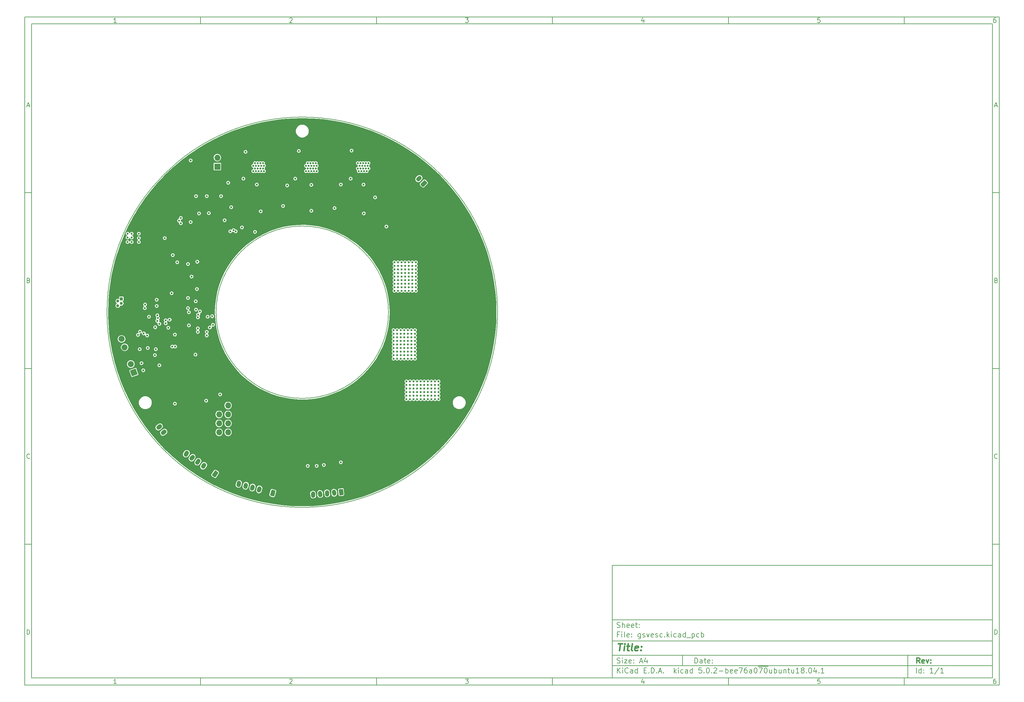
<source format=gbr>
G04 #@! TF.GenerationSoftware,KiCad,Pcbnew,5.0.2-bee76a0~70~ubuntu18.04.1*
G04 #@! TF.CreationDate,2019-01-04T10:38:40+01:00*
G04 #@! TF.ProjectId,gsvesc,67737665-7363-42e6-9b69-6361645f7063,rev?*
G04 #@! TF.SameCoordinates,Original*
G04 #@! TF.FileFunction,Copper,L3,Inr*
G04 #@! TF.FilePolarity,Positive*
%FSLAX45Y45*%
G04 Gerber Fmt 4.5, Leading zero omitted, Abs format (unit mm)*
G04 Created by KiCad (PCBNEW 5.0.2-bee76a0~70~ubuntu18.04.1) date Fr 04 Jan 2019 10:38:40 CET*
%MOMM*%
%LPD*%
G01*
G04 APERTURE LIST*
%ADD10C,0.100000*%
%ADD11C,0.150000*%
%ADD12C,0.300000*%
%ADD13C,0.400000*%
G04 #@! TA.AperFunction,NonConductor*
%ADD14C,0.200000*%
G04 #@! TD*
G04 #@! TA.AperFunction,ViaPad*
%ADD15C,1.200000*%
G04 #@! TD*
G04 #@! TA.AperFunction,Conductor*
%ADD16C,1.200000*%
G04 #@! TD*
G04 #@! TA.AperFunction,Conductor*
%ADD17C,0.100000*%
G04 #@! TD*
G04 #@! TA.AperFunction,ViaPad*
%ADD18C,1.700000*%
G04 #@! TD*
G04 #@! TA.AperFunction,Conductor*
%ADD19C,1.700000*%
G04 #@! TD*
G04 #@! TA.AperFunction,ViaPad*
%ADD20C,1.850000*%
G04 #@! TD*
G04 #@! TA.AperFunction,ViaPad*
%ADD21C,0.840000*%
G04 #@! TD*
G04 #@! TA.AperFunction,ViaPad*
%ADD22R,0.840000X0.840000*%
G04 #@! TD*
G04 #@! TA.AperFunction,ViaPad*
%ADD23O,1.700000X1.700000*%
G04 #@! TD*
G04 #@! TA.AperFunction,ViaPad*
%ADD24R,1.700000X1.700000*%
G04 #@! TD*
G04 #@! TA.AperFunction,ViaPad*
%ADD25C,0.600000*%
G04 #@! TD*
G04 #@! TA.AperFunction,Conductor*
%ADD26C,0.200000*%
G04 #@! TD*
G04 APERTURE END LIST*
D10*
D11*
X17700220Y-16600720D02*
X17700220Y-19800720D01*
X28500220Y-19800720D01*
X28500220Y-16600720D01*
X17700220Y-16600720D01*
D10*
D11*
X1000000Y-1000000D02*
X1000000Y-20000720D01*
X28700220Y-20000720D01*
X28700220Y-1000000D01*
X1000000Y-1000000D01*
D10*
D11*
X1200000Y-1200000D02*
X1200000Y-19800720D01*
X28500220Y-19800720D01*
X28500220Y-1200000D01*
X1200000Y-1200000D01*
D10*
D11*
X6000000Y-1200000D02*
X6000000Y-1000000D01*
D10*
D11*
X11000000Y-1200000D02*
X11000000Y-1000000D01*
D10*
D11*
X16000000Y-1200000D02*
X16000000Y-1000000D01*
D10*
D11*
X21000000Y-1200000D02*
X21000000Y-1000000D01*
D10*
D11*
X26000000Y-1200000D02*
X26000000Y-1000000D01*
D10*
D11*
X3606548Y-1158810D02*
X3532262Y-1158810D01*
X3569405Y-1158810D02*
X3569405Y-1028809D01*
X3557024Y-1047381D01*
X3544643Y-1059762D01*
X3532262Y-1065952D01*
D10*
D11*
X8532262Y-1041190D02*
X8538452Y-1035000D01*
X8550833Y-1028809D01*
X8581786Y-1028809D01*
X8594167Y-1035000D01*
X8600357Y-1041190D01*
X8606548Y-1053571D01*
X8606548Y-1065952D01*
X8600357Y-1084524D01*
X8526071Y-1158810D01*
X8606548Y-1158810D01*
D10*
D11*
X13526071Y-1028809D02*
X13606548Y-1028809D01*
X13563214Y-1078333D01*
X13581786Y-1078333D01*
X13594167Y-1084524D01*
X13600357Y-1090714D01*
X13606548Y-1103095D01*
X13606548Y-1134048D01*
X13600357Y-1146429D01*
X13594167Y-1152619D01*
X13581786Y-1158810D01*
X13544643Y-1158810D01*
X13532262Y-1152619D01*
X13526071Y-1146429D01*
D10*
D11*
X18594167Y-1072143D02*
X18594167Y-1158810D01*
X18563214Y-1022619D02*
X18532262Y-1115476D01*
X18612738Y-1115476D01*
D10*
D11*
X23600357Y-1028809D02*
X23538452Y-1028809D01*
X23532262Y-1090714D01*
X23538452Y-1084524D01*
X23550833Y-1078333D01*
X23581786Y-1078333D01*
X23594167Y-1084524D01*
X23600357Y-1090714D01*
X23606548Y-1103095D01*
X23606548Y-1134048D01*
X23600357Y-1146429D01*
X23594167Y-1152619D01*
X23581786Y-1158810D01*
X23550833Y-1158810D01*
X23538452Y-1152619D01*
X23532262Y-1146429D01*
D10*
D11*
X28594167Y-1028809D02*
X28569405Y-1028809D01*
X28557024Y-1035000D01*
X28550833Y-1041190D01*
X28538452Y-1059762D01*
X28532262Y-1084524D01*
X28532262Y-1134048D01*
X28538452Y-1146429D01*
X28544643Y-1152619D01*
X28557024Y-1158810D01*
X28581786Y-1158810D01*
X28594167Y-1152619D01*
X28600357Y-1146429D01*
X28606548Y-1134048D01*
X28606548Y-1103095D01*
X28600357Y-1090714D01*
X28594167Y-1084524D01*
X28581786Y-1078333D01*
X28557024Y-1078333D01*
X28544643Y-1084524D01*
X28538452Y-1090714D01*
X28532262Y-1103095D01*
D10*
D11*
X6000000Y-19800720D02*
X6000000Y-20000720D01*
D10*
D11*
X11000000Y-19800720D02*
X11000000Y-20000720D01*
D10*
D11*
X16000000Y-19800720D02*
X16000000Y-20000720D01*
D10*
D11*
X21000000Y-19800720D02*
X21000000Y-20000720D01*
D10*
D11*
X26000000Y-19800720D02*
X26000000Y-20000720D01*
D10*
D11*
X3606548Y-19959530D02*
X3532262Y-19959530D01*
X3569405Y-19959530D02*
X3569405Y-19829530D01*
X3557024Y-19848101D01*
X3544643Y-19860482D01*
X3532262Y-19866672D01*
D10*
D11*
X8532262Y-19841910D02*
X8538452Y-19835720D01*
X8550833Y-19829530D01*
X8581786Y-19829530D01*
X8594167Y-19835720D01*
X8600357Y-19841910D01*
X8606548Y-19854291D01*
X8606548Y-19866672D01*
X8600357Y-19885244D01*
X8526071Y-19959530D01*
X8606548Y-19959530D01*
D10*
D11*
X13526071Y-19829530D02*
X13606548Y-19829530D01*
X13563214Y-19879053D01*
X13581786Y-19879053D01*
X13594167Y-19885244D01*
X13600357Y-19891434D01*
X13606548Y-19903815D01*
X13606548Y-19934768D01*
X13600357Y-19947149D01*
X13594167Y-19953339D01*
X13581786Y-19959530D01*
X13544643Y-19959530D01*
X13532262Y-19953339D01*
X13526071Y-19947149D01*
D10*
D11*
X18594167Y-19872863D02*
X18594167Y-19959530D01*
X18563214Y-19823339D02*
X18532262Y-19916196D01*
X18612738Y-19916196D01*
D10*
D11*
X23600357Y-19829530D02*
X23538452Y-19829530D01*
X23532262Y-19891434D01*
X23538452Y-19885244D01*
X23550833Y-19879053D01*
X23581786Y-19879053D01*
X23594167Y-19885244D01*
X23600357Y-19891434D01*
X23606548Y-19903815D01*
X23606548Y-19934768D01*
X23600357Y-19947149D01*
X23594167Y-19953339D01*
X23581786Y-19959530D01*
X23550833Y-19959530D01*
X23538452Y-19953339D01*
X23532262Y-19947149D01*
D10*
D11*
X28594167Y-19829530D02*
X28569405Y-19829530D01*
X28557024Y-19835720D01*
X28550833Y-19841910D01*
X28538452Y-19860482D01*
X28532262Y-19885244D01*
X28532262Y-19934768D01*
X28538452Y-19947149D01*
X28544643Y-19953339D01*
X28557024Y-19959530D01*
X28581786Y-19959530D01*
X28594167Y-19953339D01*
X28600357Y-19947149D01*
X28606548Y-19934768D01*
X28606548Y-19903815D01*
X28600357Y-19891434D01*
X28594167Y-19885244D01*
X28581786Y-19879053D01*
X28557024Y-19879053D01*
X28544643Y-19885244D01*
X28538452Y-19891434D01*
X28532262Y-19903815D01*
D10*
D11*
X1000000Y-6000000D02*
X1200000Y-6000000D01*
D10*
D11*
X1000000Y-11000000D02*
X1200000Y-11000000D01*
D10*
D11*
X1000000Y-16000000D02*
X1200000Y-16000000D01*
D10*
D11*
X1069048Y-3521667D02*
X1130952Y-3521667D01*
X1056667Y-3558809D02*
X1100000Y-3428809D01*
X1143333Y-3558809D01*
D10*
D11*
X1109286Y-8490714D02*
X1127857Y-8496905D01*
X1134048Y-8503095D01*
X1140238Y-8515476D01*
X1140238Y-8534048D01*
X1134048Y-8546429D01*
X1127857Y-8552619D01*
X1115476Y-8558810D01*
X1065952Y-8558810D01*
X1065952Y-8428810D01*
X1109286Y-8428810D01*
X1121667Y-8435000D01*
X1127857Y-8441190D01*
X1134048Y-8453571D01*
X1134048Y-8465952D01*
X1127857Y-8478333D01*
X1121667Y-8484524D01*
X1109286Y-8490714D01*
X1065952Y-8490714D01*
D10*
D11*
X1140238Y-13546428D02*
X1134048Y-13552619D01*
X1115476Y-13558809D01*
X1103095Y-13558809D01*
X1084524Y-13552619D01*
X1072143Y-13540238D01*
X1065952Y-13527857D01*
X1059762Y-13503095D01*
X1059762Y-13484524D01*
X1065952Y-13459762D01*
X1072143Y-13447381D01*
X1084524Y-13435000D01*
X1103095Y-13428809D01*
X1115476Y-13428809D01*
X1134048Y-13435000D01*
X1140238Y-13441190D01*
D10*
D11*
X1065952Y-18558810D02*
X1065952Y-18428810D01*
X1096905Y-18428810D01*
X1115476Y-18435000D01*
X1127857Y-18447381D01*
X1134048Y-18459762D01*
X1140238Y-18484524D01*
X1140238Y-18503095D01*
X1134048Y-18527857D01*
X1127857Y-18540238D01*
X1115476Y-18552619D01*
X1096905Y-18558810D01*
X1065952Y-18558810D01*
D10*
D11*
X28700220Y-6000000D02*
X28500220Y-6000000D01*
D10*
D11*
X28700220Y-11000000D02*
X28500220Y-11000000D01*
D10*
D11*
X28700220Y-16000000D02*
X28500220Y-16000000D01*
D10*
D11*
X28569268Y-3521667D02*
X28631172Y-3521667D01*
X28556887Y-3558809D02*
X28600220Y-3428809D01*
X28643553Y-3558809D01*
D10*
D11*
X28609506Y-8490714D02*
X28628077Y-8496905D01*
X28634268Y-8503095D01*
X28640458Y-8515476D01*
X28640458Y-8534048D01*
X28634268Y-8546429D01*
X28628077Y-8552619D01*
X28615696Y-8558810D01*
X28566172Y-8558810D01*
X28566172Y-8428810D01*
X28609506Y-8428810D01*
X28621887Y-8435000D01*
X28628077Y-8441190D01*
X28634268Y-8453571D01*
X28634268Y-8465952D01*
X28628077Y-8478333D01*
X28621887Y-8484524D01*
X28609506Y-8490714D01*
X28566172Y-8490714D01*
D10*
D11*
X28640458Y-13546428D02*
X28634268Y-13552619D01*
X28615696Y-13558809D01*
X28603315Y-13558809D01*
X28584744Y-13552619D01*
X28572363Y-13540238D01*
X28566172Y-13527857D01*
X28559982Y-13503095D01*
X28559982Y-13484524D01*
X28566172Y-13459762D01*
X28572363Y-13447381D01*
X28584744Y-13435000D01*
X28603315Y-13428809D01*
X28615696Y-13428809D01*
X28634268Y-13435000D01*
X28640458Y-13441190D01*
D10*
D11*
X28566172Y-18558810D02*
X28566172Y-18428810D01*
X28597125Y-18428810D01*
X28615696Y-18435000D01*
X28628077Y-18447381D01*
X28634268Y-18459762D01*
X28640458Y-18484524D01*
X28640458Y-18503095D01*
X28634268Y-18527857D01*
X28628077Y-18540238D01*
X28615696Y-18552619D01*
X28597125Y-18558810D01*
X28566172Y-18558810D01*
D10*
D11*
X20043434Y-19378577D02*
X20043434Y-19228577D01*
X20079149Y-19228577D01*
X20100577Y-19235720D01*
X20114863Y-19250006D01*
X20122006Y-19264291D01*
X20129149Y-19292863D01*
X20129149Y-19314291D01*
X20122006Y-19342863D01*
X20114863Y-19357149D01*
X20100577Y-19371434D01*
X20079149Y-19378577D01*
X20043434Y-19378577D01*
X20257720Y-19378577D02*
X20257720Y-19300006D01*
X20250577Y-19285720D01*
X20236291Y-19278577D01*
X20207720Y-19278577D01*
X20193434Y-19285720D01*
X20257720Y-19371434D02*
X20243434Y-19378577D01*
X20207720Y-19378577D01*
X20193434Y-19371434D01*
X20186291Y-19357149D01*
X20186291Y-19342863D01*
X20193434Y-19328577D01*
X20207720Y-19321434D01*
X20243434Y-19321434D01*
X20257720Y-19314291D01*
X20307720Y-19278577D02*
X20364863Y-19278577D01*
X20329149Y-19228577D02*
X20329149Y-19357149D01*
X20336291Y-19371434D01*
X20350577Y-19378577D01*
X20364863Y-19378577D01*
X20472006Y-19371434D02*
X20457720Y-19378577D01*
X20429149Y-19378577D01*
X20414863Y-19371434D01*
X20407720Y-19357149D01*
X20407720Y-19300006D01*
X20414863Y-19285720D01*
X20429149Y-19278577D01*
X20457720Y-19278577D01*
X20472006Y-19285720D01*
X20479149Y-19300006D01*
X20479149Y-19314291D01*
X20407720Y-19328577D01*
X20543434Y-19364291D02*
X20550577Y-19371434D01*
X20543434Y-19378577D01*
X20536291Y-19371434D01*
X20543434Y-19364291D01*
X20543434Y-19378577D01*
X20543434Y-19285720D02*
X20550577Y-19292863D01*
X20543434Y-19300006D01*
X20536291Y-19292863D01*
X20543434Y-19285720D01*
X20543434Y-19300006D01*
D10*
D11*
X17700220Y-19450720D02*
X28500220Y-19450720D01*
D10*
D11*
X17843434Y-19658577D02*
X17843434Y-19508577D01*
X17929149Y-19658577D02*
X17864863Y-19572863D01*
X17929149Y-19508577D02*
X17843434Y-19594291D01*
X17993434Y-19658577D02*
X17993434Y-19558577D01*
X17993434Y-19508577D02*
X17986291Y-19515720D01*
X17993434Y-19522863D01*
X18000577Y-19515720D01*
X17993434Y-19508577D01*
X17993434Y-19522863D01*
X18150577Y-19644291D02*
X18143434Y-19651434D01*
X18122006Y-19658577D01*
X18107720Y-19658577D01*
X18086291Y-19651434D01*
X18072006Y-19637149D01*
X18064863Y-19622863D01*
X18057720Y-19594291D01*
X18057720Y-19572863D01*
X18064863Y-19544291D01*
X18072006Y-19530006D01*
X18086291Y-19515720D01*
X18107720Y-19508577D01*
X18122006Y-19508577D01*
X18143434Y-19515720D01*
X18150577Y-19522863D01*
X18279149Y-19658577D02*
X18279149Y-19580006D01*
X18272006Y-19565720D01*
X18257720Y-19558577D01*
X18229149Y-19558577D01*
X18214863Y-19565720D01*
X18279149Y-19651434D02*
X18264863Y-19658577D01*
X18229149Y-19658577D01*
X18214863Y-19651434D01*
X18207720Y-19637149D01*
X18207720Y-19622863D01*
X18214863Y-19608577D01*
X18229149Y-19601434D01*
X18264863Y-19601434D01*
X18279149Y-19594291D01*
X18414863Y-19658577D02*
X18414863Y-19508577D01*
X18414863Y-19651434D02*
X18400577Y-19658577D01*
X18372006Y-19658577D01*
X18357720Y-19651434D01*
X18350577Y-19644291D01*
X18343434Y-19630006D01*
X18343434Y-19587149D01*
X18350577Y-19572863D01*
X18357720Y-19565720D01*
X18372006Y-19558577D01*
X18400577Y-19558577D01*
X18414863Y-19565720D01*
X18600577Y-19580006D02*
X18650577Y-19580006D01*
X18672006Y-19658577D02*
X18600577Y-19658577D01*
X18600577Y-19508577D01*
X18672006Y-19508577D01*
X18736291Y-19644291D02*
X18743434Y-19651434D01*
X18736291Y-19658577D01*
X18729149Y-19651434D01*
X18736291Y-19644291D01*
X18736291Y-19658577D01*
X18807720Y-19658577D02*
X18807720Y-19508577D01*
X18843434Y-19508577D01*
X18864863Y-19515720D01*
X18879149Y-19530006D01*
X18886291Y-19544291D01*
X18893434Y-19572863D01*
X18893434Y-19594291D01*
X18886291Y-19622863D01*
X18879149Y-19637149D01*
X18864863Y-19651434D01*
X18843434Y-19658577D01*
X18807720Y-19658577D01*
X18957720Y-19644291D02*
X18964863Y-19651434D01*
X18957720Y-19658577D01*
X18950577Y-19651434D01*
X18957720Y-19644291D01*
X18957720Y-19658577D01*
X19022006Y-19615720D02*
X19093434Y-19615720D01*
X19007720Y-19658577D02*
X19057720Y-19508577D01*
X19107720Y-19658577D01*
X19157720Y-19644291D02*
X19164863Y-19651434D01*
X19157720Y-19658577D01*
X19150577Y-19651434D01*
X19157720Y-19644291D01*
X19157720Y-19658577D01*
X19457720Y-19658577D02*
X19457720Y-19508577D01*
X19472006Y-19601434D02*
X19514863Y-19658577D01*
X19514863Y-19558577D02*
X19457720Y-19615720D01*
X19579149Y-19658577D02*
X19579149Y-19558577D01*
X19579149Y-19508577D02*
X19572006Y-19515720D01*
X19579149Y-19522863D01*
X19586291Y-19515720D01*
X19579149Y-19508577D01*
X19579149Y-19522863D01*
X19714863Y-19651434D02*
X19700577Y-19658577D01*
X19672006Y-19658577D01*
X19657720Y-19651434D01*
X19650577Y-19644291D01*
X19643434Y-19630006D01*
X19643434Y-19587149D01*
X19650577Y-19572863D01*
X19657720Y-19565720D01*
X19672006Y-19558577D01*
X19700577Y-19558577D01*
X19714863Y-19565720D01*
X19843434Y-19658577D02*
X19843434Y-19580006D01*
X19836291Y-19565720D01*
X19822006Y-19558577D01*
X19793434Y-19558577D01*
X19779149Y-19565720D01*
X19843434Y-19651434D02*
X19829149Y-19658577D01*
X19793434Y-19658577D01*
X19779149Y-19651434D01*
X19772006Y-19637149D01*
X19772006Y-19622863D01*
X19779149Y-19608577D01*
X19793434Y-19601434D01*
X19829149Y-19601434D01*
X19843434Y-19594291D01*
X19979149Y-19658577D02*
X19979149Y-19508577D01*
X19979149Y-19651434D02*
X19964863Y-19658577D01*
X19936291Y-19658577D01*
X19922006Y-19651434D01*
X19914863Y-19644291D01*
X19907720Y-19630006D01*
X19907720Y-19587149D01*
X19914863Y-19572863D01*
X19922006Y-19565720D01*
X19936291Y-19558577D01*
X19964863Y-19558577D01*
X19979149Y-19565720D01*
X20236291Y-19508577D02*
X20164863Y-19508577D01*
X20157720Y-19580006D01*
X20164863Y-19572863D01*
X20179149Y-19565720D01*
X20214863Y-19565720D01*
X20229149Y-19572863D01*
X20236291Y-19580006D01*
X20243434Y-19594291D01*
X20243434Y-19630006D01*
X20236291Y-19644291D01*
X20229149Y-19651434D01*
X20214863Y-19658577D01*
X20179149Y-19658577D01*
X20164863Y-19651434D01*
X20157720Y-19644291D01*
X20307720Y-19644291D02*
X20314863Y-19651434D01*
X20307720Y-19658577D01*
X20300577Y-19651434D01*
X20307720Y-19644291D01*
X20307720Y-19658577D01*
X20407720Y-19508577D02*
X20422006Y-19508577D01*
X20436291Y-19515720D01*
X20443434Y-19522863D01*
X20450577Y-19537149D01*
X20457720Y-19565720D01*
X20457720Y-19601434D01*
X20450577Y-19630006D01*
X20443434Y-19644291D01*
X20436291Y-19651434D01*
X20422006Y-19658577D01*
X20407720Y-19658577D01*
X20393434Y-19651434D01*
X20386291Y-19644291D01*
X20379149Y-19630006D01*
X20372006Y-19601434D01*
X20372006Y-19565720D01*
X20379149Y-19537149D01*
X20386291Y-19522863D01*
X20393434Y-19515720D01*
X20407720Y-19508577D01*
X20522006Y-19644291D02*
X20529149Y-19651434D01*
X20522006Y-19658577D01*
X20514863Y-19651434D01*
X20522006Y-19644291D01*
X20522006Y-19658577D01*
X20586291Y-19522863D02*
X20593434Y-19515720D01*
X20607720Y-19508577D01*
X20643434Y-19508577D01*
X20657720Y-19515720D01*
X20664863Y-19522863D01*
X20672006Y-19537149D01*
X20672006Y-19551434D01*
X20664863Y-19572863D01*
X20579149Y-19658577D01*
X20672006Y-19658577D01*
X20736291Y-19601434D02*
X20850577Y-19601434D01*
X20922006Y-19658577D02*
X20922006Y-19508577D01*
X20922006Y-19565720D02*
X20936291Y-19558577D01*
X20964863Y-19558577D01*
X20979149Y-19565720D01*
X20986291Y-19572863D01*
X20993434Y-19587149D01*
X20993434Y-19630006D01*
X20986291Y-19644291D01*
X20979149Y-19651434D01*
X20964863Y-19658577D01*
X20936291Y-19658577D01*
X20922006Y-19651434D01*
X21114863Y-19651434D02*
X21100577Y-19658577D01*
X21072006Y-19658577D01*
X21057720Y-19651434D01*
X21050577Y-19637149D01*
X21050577Y-19580006D01*
X21057720Y-19565720D01*
X21072006Y-19558577D01*
X21100577Y-19558577D01*
X21114863Y-19565720D01*
X21122006Y-19580006D01*
X21122006Y-19594291D01*
X21050577Y-19608577D01*
X21243434Y-19651434D02*
X21229149Y-19658577D01*
X21200577Y-19658577D01*
X21186291Y-19651434D01*
X21179149Y-19637149D01*
X21179149Y-19580006D01*
X21186291Y-19565720D01*
X21200577Y-19558577D01*
X21229149Y-19558577D01*
X21243434Y-19565720D01*
X21250577Y-19580006D01*
X21250577Y-19594291D01*
X21179149Y-19608577D01*
X21300577Y-19508577D02*
X21400577Y-19508577D01*
X21336291Y-19658577D01*
X21522006Y-19508577D02*
X21493434Y-19508577D01*
X21479149Y-19515720D01*
X21472006Y-19522863D01*
X21457720Y-19544291D01*
X21450577Y-19572863D01*
X21450577Y-19630006D01*
X21457720Y-19644291D01*
X21464863Y-19651434D01*
X21479149Y-19658577D01*
X21507720Y-19658577D01*
X21522006Y-19651434D01*
X21529149Y-19644291D01*
X21536291Y-19630006D01*
X21536291Y-19594291D01*
X21529149Y-19580006D01*
X21522006Y-19572863D01*
X21507720Y-19565720D01*
X21479149Y-19565720D01*
X21464863Y-19572863D01*
X21457720Y-19580006D01*
X21450577Y-19594291D01*
X21664863Y-19658577D02*
X21664863Y-19580006D01*
X21657720Y-19565720D01*
X21643434Y-19558577D01*
X21614863Y-19558577D01*
X21600577Y-19565720D01*
X21664863Y-19651434D02*
X21650577Y-19658577D01*
X21614863Y-19658577D01*
X21600577Y-19651434D01*
X21593434Y-19637149D01*
X21593434Y-19622863D01*
X21600577Y-19608577D01*
X21614863Y-19601434D01*
X21650577Y-19601434D01*
X21664863Y-19594291D01*
X21764863Y-19508577D02*
X21779149Y-19508577D01*
X21793434Y-19515720D01*
X21800577Y-19522863D01*
X21807720Y-19537149D01*
X21814863Y-19565720D01*
X21814863Y-19601434D01*
X21807720Y-19630006D01*
X21800577Y-19644291D01*
X21793434Y-19651434D01*
X21779149Y-19658577D01*
X21764863Y-19658577D01*
X21750577Y-19651434D01*
X21743434Y-19644291D01*
X21736291Y-19630006D01*
X21729149Y-19601434D01*
X21729149Y-19565720D01*
X21736291Y-19537149D01*
X21743434Y-19522863D01*
X21750577Y-19515720D01*
X21764863Y-19508577D01*
X21843434Y-19467720D02*
X21986291Y-19467720D01*
X21864863Y-19508577D02*
X21964863Y-19508577D01*
X21900577Y-19658577D01*
X21986291Y-19467720D02*
X22129149Y-19467720D01*
X22050577Y-19508577D02*
X22064863Y-19508577D01*
X22079149Y-19515720D01*
X22086291Y-19522863D01*
X22093434Y-19537149D01*
X22100577Y-19565720D01*
X22100577Y-19601434D01*
X22093434Y-19630006D01*
X22086291Y-19644291D01*
X22079149Y-19651434D01*
X22064863Y-19658577D01*
X22050577Y-19658577D01*
X22036291Y-19651434D01*
X22029149Y-19644291D01*
X22022006Y-19630006D01*
X22014863Y-19601434D01*
X22014863Y-19565720D01*
X22022006Y-19537149D01*
X22029149Y-19522863D01*
X22036291Y-19515720D01*
X22050577Y-19508577D01*
X22229149Y-19558577D02*
X22229149Y-19658577D01*
X22164863Y-19558577D02*
X22164863Y-19637149D01*
X22172006Y-19651434D01*
X22186291Y-19658577D01*
X22207720Y-19658577D01*
X22222006Y-19651434D01*
X22229149Y-19644291D01*
X22300577Y-19658577D02*
X22300577Y-19508577D01*
X22300577Y-19565720D02*
X22314863Y-19558577D01*
X22343434Y-19558577D01*
X22357720Y-19565720D01*
X22364863Y-19572863D01*
X22372006Y-19587149D01*
X22372006Y-19630006D01*
X22364863Y-19644291D01*
X22357720Y-19651434D01*
X22343434Y-19658577D01*
X22314863Y-19658577D01*
X22300577Y-19651434D01*
X22500577Y-19558577D02*
X22500577Y-19658577D01*
X22436291Y-19558577D02*
X22436291Y-19637149D01*
X22443434Y-19651434D01*
X22457720Y-19658577D01*
X22479148Y-19658577D01*
X22493434Y-19651434D01*
X22500577Y-19644291D01*
X22572006Y-19558577D02*
X22572006Y-19658577D01*
X22572006Y-19572863D02*
X22579148Y-19565720D01*
X22593434Y-19558577D01*
X22614863Y-19558577D01*
X22629148Y-19565720D01*
X22636291Y-19580006D01*
X22636291Y-19658577D01*
X22686291Y-19558577D02*
X22743434Y-19558577D01*
X22707720Y-19508577D02*
X22707720Y-19637149D01*
X22714863Y-19651434D01*
X22729148Y-19658577D01*
X22743434Y-19658577D01*
X22857720Y-19558577D02*
X22857720Y-19658577D01*
X22793434Y-19558577D02*
X22793434Y-19637149D01*
X22800577Y-19651434D01*
X22814863Y-19658577D01*
X22836291Y-19658577D01*
X22850577Y-19651434D01*
X22857720Y-19644291D01*
X23007720Y-19658577D02*
X22922006Y-19658577D01*
X22964863Y-19658577D02*
X22964863Y-19508577D01*
X22950577Y-19530006D01*
X22936291Y-19544291D01*
X22922006Y-19551434D01*
X23093434Y-19572863D02*
X23079148Y-19565720D01*
X23072006Y-19558577D01*
X23064863Y-19544291D01*
X23064863Y-19537149D01*
X23072006Y-19522863D01*
X23079148Y-19515720D01*
X23093434Y-19508577D01*
X23122006Y-19508577D01*
X23136291Y-19515720D01*
X23143434Y-19522863D01*
X23150577Y-19537149D01*
X23150577Y-19544291D01*
X23143434Y-19558577D01*
X23136291Y-19565720D01*
X23122006Y-19572863D01*
X23093434Y-19572863D01*
X23079148Y-19580006D01*
X23072006Y-19587149D01*
X23064863Y-19601434D01*
X23064863Y-19630006D01*
X23072006Y-19644291D01*
X23079148Y-19651434D01*
X23093434Y-19658577D01*
X23122006Y-19658577D01*
X23136291Y-19651434D01*
X23143434Y-19644291D01*
X23150577Y-19630006D01*
X23150577Y-19601434D01*
X23143434Y-19587149D01*
X23136291Y-19580006D01*
X23122006Y-19572863D01*
X23214863Y-19644291D02*
X23222006Y-19651434D01*
X23214863Y-19658577D01*
X23207720Y-19651434D01*
X23214863Y-19644291D01*
X23214863Y-19658577D01*
X23314863Y-19508577D02*
X23329148Y-19508577D01*
X23343434Y-19515720D01*
X23350577Y-19522863D01*
X23357720Y-19537149D01*
X23364863Y-19565720D01*
X23364863Y-19601434D01*
X23357720Y-19630006D01*
X23350577Y-19644291D01*
X23343434Y-19651434D01*
X23329148Y-19658577D01*
X23314863Y-19658577D01*
X23300577Y-19651434D01*
X23293434Y-19644291D01*
X23286291Y-19630006D01*
X23279148Y-19601434D01*
X23279148Y-19565720D01*
X23286291Y-19537149D01*
X23293434Y-19522863D01*
X23300577Y-19515720D01*
X23314863Y-19508577D01*
X23493434Y-19558577D02*
X23493434Y-19658577D01*
X23457720Y-19501434D02*
X23422006Y-19608577D01*
X23514863Y-19608577D01*
X23572006Y-19644291D02*
X23579148Y-19651434D01*
X23572006Y-19658577D01*
X23564863Y-19651434D01*
X23572006Y-19644291D01*
X23572006Y-19658577D01*
X23722006Y-19658577D02*
X23636291Y-19658577D01*
X23679148Y-19658577D02*
X23679148Y-19508577D01*
X23664863Y-19530006D01*
X23650577Y-19544291D01*
X23636291Y-19551434D01*
D10*
D11*
X17700220Y-19150720D02*
X28500220Y-19150720D01*
D10*
D12*
X26441148Y-19378577D02*
X26391148Y-19307149D01*
X26355434Y-19378577D02*
X26355434Y-19228577D01*
X26412577Y-19228577D01*
X26426863Y-19235720D01*
X26434006Y-19242863D01*
X26441148Y-19257149D01*
X26441148Y-19278577D01*
X26434006Y-19292863D01*
X26426863Y-19300006D01*
X26412577Y-19307149D01*
X26355434Y-19307149D01*
X26562577Y-19371434D02*
X26548291Y-19378577D01*
X26519720Y-19378577D01*
X26505434Y-19371434D01*
X26498291Y-19357149D01*
X26498291Y-19300006D01*
X26505434Y-19285720D01*
X26519720Y-19278577D01*
X26548291Y-19278577D01*
X26562577Y-19285720D01*
X26569720Y-19300006D01*
X26569720Y-19314291D01*
X26498291Y-19328577D01*
X26619720Y-19278577D02*
X26655434Y-19378577D01*
X26691148Y-19278577D01*
X26748291Y-19364291D02*
X26755434Y-19371434D01*
X26748291Y-19378577D01*
X26741148Y-19371434D01*
X26748291Y-19364291D01*
X26748291Y-19378577D01*
X26748291Y-19285720D02*
X26755434Y-19292863D01*
X26748291Y-19300006D01*
X26741148Y-19292863D01*
X26748291Y-19285720D01*
X26748291Y-19300006D01*
D10*
D11*
X17836291Y-19371434D02*
X17857720Y-19378577D01*
X17893434Y-19378577D01*
X17907720Y-19371434D01*
X17914863Y-19364291D01*
X17922006Y-19350006D01*
X17922006Y-19335720D01*
X17914863Y-19321434D01*
X17907720Y-19314291D01*
X17893434Y-19307149D01*
X17864863Y-19300006D01*
X17850577Y-19292863D01*
X17843434Y-19285720D01*
X17836291Y-19271434D01*
X17836291Y-19257149D01*
X17843434Y-19242863D01*
X17850577Y-19235720D01*
X17864863Y-19228577D01*
X17900577Y-19228577D01*
X17922006Y-19235720D01*
X17986291Y-19378577D02*
X17986291Y-19278577D01*
X17986291Y-19228577D02*
X17979149Y-19235720D01*
X17986291Y-19242863D01*
X17993434Y-19235720D01*
X17986291Y-19228577D01*
X17986291Y-19242863D01*
X18043434Y-19278577D02*
X18122006Y-19278577D01*
X18043434Y-19378577D01*
X18122006Y-19378577D01*
X18236291Y-19371434D02*
X18222006Y-19378577D01*
X18193434Y-19378577D01*
X18179149Y-19371434D01*
X18172006Y-19357149D01*
X18172006Y-19300006D01*
X18179149Y-19285720D01*
X18193434Y-19278577D01*
X18222006Y-19278577D01*
X18236291Y-19285720D01*
X18243434Y-19300006D01*
X18243434Y-19314291D01*
X18172006Y-19328577D01*
X18307720Y-19364291D02*
X18314863Y-19371434D01*
X18307720Y-19378577D01*
X18300577Y-19371434D01*
X18307720Y-19364291D01*
X18307720Y-19378577D01*
X18307720Y-19285720D02*
X18314863Y-19292863D01*
X18307720Y-19300006D01*
X18300577Y-19292863D01*
X18307720Y-19285720D01*
X18307720Y-19300006D01*
X18486291Y-19335720D02*
X18557720Y-19335720D01*
X18472006Y-19378577D02*
X18522006Y-19228577D01*
X18572006Y-19378577D01*
X18686291Y-19278577D02*
X18686291Y-19378577D01*
X18650577Y-19221434D02*
X18614863Y-19328577D01*
X18707720Y-19328577D01*
D10*
D11*
X26343434Y-19658577D02*
X26343434Y-19508577D01*
X26479148Y-19658577D02*
X26479148Y-19508577D01*
X26479148Y-19651434D02*
X26464863Y-19658577D01*
X26436291Y-19658577D01*
X26422006Y-19651434D01*
X26414863Y-19644291D01*
X26407720Y-19630006D01*
X26407720Y-19587149D01*
X26414863Y-19572863D01*
X26422006Y-19565720D01*
X26436291Y-19558577D01*
X26464863Y-19558577D01*
X26479148Y-19565720D01*
X26550577Y-19644291D02*
X26557720Y-19651434D01*
X26550577Y-19658577D01*
X26543434Y-19651434D01*
X26550577Y-19644291D01*
X26550577Y-19658577D01*
X26550577Y-19565720D02*
X26557720Y-19572863D01*
X26550577Y-19580006D01*
X26543434Y-19572863D01*
X26550577Y-19565720D01*
X26550577Y-19580006D01*
X26814863Y-19658577D02*
X26729148Y-19658577D01*
X26772006Y-19658577D02*
X26772006Y-19508577D01*
X26757720Y-19530006D01*
X26743434Y-19544291D01*
X26729148Y-19551434D01*
X26986291Y-19501434D02*
X26857720Y-19694291D01*
X27114863Y-19658577D02*
X27029148Y-19658577D01*
X27072006Y-19658577D02*
X27072006Y-19508577D01*
X27057720Y-19530006D01*
X27043434Y-19544291D01*
X27029148Y-19551434D01*
D10*
D11*
X17700220Y-18750720D02*
X28500220Y-18750720D01*
D10*
D13*
X17871458Y-18821196D02*
X17985744Y-18821196D01*
X17903601Y-19021196D02*
X17928601Y-18821196D01*
X18027410Y-19021196D02*
X18044077Y-18887863D01*
X18052410Y-18821196D02*
X18041696Y-18830720D01*
X18050030Y-18840244D01*
X18060744Y-18830720D01*
X18052410Y-18821196D01*
X18050030Y-18840244D01*
X18110744Y-18887863D02*
X18186934Y-18887863D01*
X18147649Y-18821196D02*
X18126220Y-18992625D01*
X18133363Y-19011672D01*
X18151220Y-19021196D01*
X18170268Y-19021196D01*
X18265506Y-19021196D02*
X18247649Y-19011672D01*
X18240506Y-18992625D01*
X18261934Y-18821196D01*
X18419077Y-19011672D02*
X18398839Y-19021196D01*
X18360744Y-19021196D01*
X18342887Y-19011672D01*
X18335744Y-18992625D01*
X18345268Y-18916434D01*
X18357172Y-18897387D01*
X18377410Y-18887863D01*
X18415506Y-18887863D01*
X18433363Y-18897387D01*
X18440506Y-18916434D01*
X18438125Y-18935482D01*
X18340506Y-18954530D01*
X18515506Y-19002149D02*
X18523839Y-19011672D01*
X18513125Y-19021196D01*
X18504791Y-19011672D01*
X18515506Y-19002149D01*
X18513125Y-19021196D01*
X18528601Y-18897387D02*
X18536934Y-18906910D01*
X18526220Y-18916434D01*
X18517887Y-18906910D01*
X18528601Y-18897387D01*
X18526220Y-18916434D01*
D10*
D11*
X17893434Y-18560006D02*
X17843434Y-18560006D01*
X17843434Y-18638577D02*
X17843434Y-18488577D01*
X17914863Y-18488577D01*
X17972006Y-18638577D02*
X17972006Y-18538577D01*
X17972006Y-18488577D02*
X17964863Y-18495720D01*
X17972006Y-18502863D01*
X17979149Y-18495720D01*
X17972006Y-18488577D01*
X17972006Y-18502863D01*
X18064863Y-18638577D02*
X18050577Y-18631434D01*
X18043434Y-18617149D01*
X18043434Y-18488577D01*
X18179149Y-18631434D02*
X18164863Y-18638577D01*
X18136291Y-18638577D01*
X18122006Y-18631434D01*
X18114863Y-18617149D01*
X18114863Y-18560006D01*
X18122006Y-18545720D01*
X18136291Y-18538577D01*
X18164863Y-18538577D01*
X18179149Y-18545720D01*
X18186291Y-18560006D01*
X18186291Y-18574291D01*
X18114863Y-18588577D01*
X18250577Y-18624291D02*
X18257720Y-18631434D01*
X18250577Y-18638577D01*
X18243434Y-18631434D01*
X18250577Y-18624291D01*
X18250577Y-18638577D01*
X18250577Y-18545720D02*
X18257720Y-18552863D01*
X18250577Y-18560006D01*
X18243434Y-18552863D01*
X18250577Y-18545720D01*
X18250577Y-18560006D01*
X18500577Y-18538577D02*
X18500577Y-18660006D01*
X18493434Y-18674291D01*
X18486291Y-18681434D01*
X18472006Y-18688577D01*
X18450577Y-18688577D01*
X18436291Y-18681434D01*
X18500577Y-18631434D02*
X18486291Y-18638577D01*
X18457720Y-18638577D01*
X18443434Y-18631434D01*
X18436291Y-18624291D01*
X18429149Y-18610006D01*
X18429149Y-18567149D01*
X18436291Y-18552863D01*
X18443434Y-18545720D01*
X18457720Y-18538577D01*
X18486291Y-18538577D01*
X18500577Y-18545720D01*
X18564863Y-18631434D02*
X18579149Y-18638577D01*
X18607720Y-18638577D01*
X18622006Y-18631434D01*
X18629149Y-18617149D01*
X18629149Y-18610006D01*
X18622006Y-18595720D01*
X18607720Y-18588577D01*
X18586291Y-18588577D01*
X18572006Y-18581434D01*
X18564863Y-18567149D01*
X18564863Y-18560006D01*
X18572006Y-18545720D01*
X18586291Y-18538577D01*
X18607720Y-18538577D01*
X18622006Y-18545720D01*
X18679149Y-18538577D02*
X18714863Y-18638577D01*
X18750577Y-18538577D01*
X18864863Y-18631434D02*
X18850577Y-18638577D01*
X18822006Y-18638577D01*
X18807720Y-18631434D01*
X18800577Y-18617149D01*
X18800577Y-18560006D01*
X18807720Y-18545720D01*
X18822006Y-18538577D01*
X18850577Y-18538577D01*
X18864863Y-18545720D01*
X18872006Y-18560006D01*
X18872006Y-18574291D01*
X18800577Y-18588577D01*
X18929149Y-18631434D02*
X18943434Y-18638577D01*
X18972006Y-18638577D01*
X18986291Y-18631434D01*
X18993434Y-18617149D01*
X18993434Y-18610006D01*
X18986291Y-18595720D01*
X18972006Y-18588577D01*
X18950577Y-18588577D01*
X18936291Y-18581434D01*
X18929149Y-18567149D01*
X18929149Y-18560006D01*
X18936291Y-18545720D01*
X18950577Y-18538577D01*
X18972006Y-18538577D01*
X18986291Y-18545720D01*
X19122006Y-18631434D02*
X19107720Y-18638577D01*
X19079149Y-18638577D01*
X19064863Y-18631434D01*
X19057720Y-18624291D01*
X19050577Y-18610006D01*
X19050577Y-18567149D01*
X19057720Y-18552863D01*
X19064863Y-18545720D01*
X19079149Y-18538577D01*
X19107720Y-18538577D01*
X19122006Y-18545720D01*
X19186291Y-18624291D02*
X19193434Y-18631434D01*
X19186291Y-18638577D01*
X19179149Y-18631434D01*
X19186291Y-18624291D01*
X19186291Y-18638577D01*
X19257720Y-18638577D02*
X19257720Y-18488577D01*
X19272006Y-18581434D02*
X19314863Y-18638577D01*
X19314863Y-18538577D02*
X19257720Y-18595720D01*
X19379149Y-18638577D02*
X19379149Y-18538577D01*
X19379149Y-18488577D02*
X19372006Y-18495720D01*
X19379149Y-18502863D01*
X19386291Y-18495720D01*
X19379149Y-18488577D01*
X19379149Y-18502863D01*
X19514863Y-18631434D02*
X19500577Y-18638577D01*
X19472006Y-18638577D01*
X19457720Y-18631434D01*
X19450577Y-18624291D01*
X19443434Y-18610006D01*
X19443434Y-18567149D01*
X19450577Y-18552863D01*
X19457720Y-18545720D01*
X19472006Y-18538577D01*
X19500577Y-18538577D01*
X19514863Y-18545720D01*
X19643434Y-18638577D02*
X19643434Y-18560006D01*
X19636291Y-18545720D01*
X19622006Y-18538577D01*
X19593434Y-18538577D01*
X19579149Y-18545720D01*
X19643434Y-18631434D02*
X19629149Y-18638577D01*
X19593434Y-18638577D01*
X19579149Y-18631434D01*
X19572006Y-18617149D01*
X19572006Y-18602863D01*
X19579149Y-18588577D01*
X19593434Y-18581434D01*
X19629149Y-18581434D01*
X19643434Y-18574291D01*
X19779149Y-18638577D02*
X19779149Y-18488577D01*
X19779149Y-18631434D02*
X19764863Y-18638577D01*
X19736291Y-18638577D01*
X19722006Y-18631434D01*
X19714863Y-18624291D01*
X19707720Y-18610006D01*
X19707720Y-18567149D01*
X19714863Y-18552863D01*
X19722006Y-18545720D01*
X19736291Y-18538577D01*
X19764863Y-18538577D01*
X19779149Y-18545720D01*
X19814863Y-18652863D02*
X19929149Y-18652863D01*
X19964863Y-18538577D02*
X19964863Y-18688577D01*
X19964863Y-18545720D02*
X19979149Y-18538577D01*
X20007720Y-18538577D01*
X20022006Y-18545720D01*
X20029149Y-18552863D01*
X20036291Y-18567149D01*
X20036291Y-18610006D01*
X20029149Y-18624291D01*
X20022006Y-18631434D01*
X20007720Y-18638577D01*
X19979149Y-18638577D01*
X19964863Y-18631434D01*
X20164863Y-18631434D02*
X20150577Y-18638577D01*
X20122006Y-18638577D01*
X20107720Y-18631434D01*
X20100577Y-18624291D01*
X20093434Y-18610006D01*
X20093434Y-18567149D01*
X20100577Y-18552863D01*
X20107720Y-18545720D01*
X20122006Y-18538577D01*
X20150577Y-18538577D01*
X20164863Y-18545720D01*
X20229149Y-18638577D02*
X20229149Y-18488577D01*
X20229149Y-18545720D02*
X20243434Y-18538577D01*
X20272006Y-18538577D01*
X20286291Y-18545720D01*
X20293434Y-18552863D01*
X20300577Y-18567149D01*
X20300577Y-18610006D01*
X20293434Y-18624291D01*
X20286291Y-18631434D01*
X20272006Y-18638577D01*
X20243434Y-18638577D01*
X20229149Y-18631434D01*
D10*
D11*
X17700220Y-18150720D02*
X28500220Y-18150720D01*
D10*
D11*
X17836291Y-18361434D02*
X17857720Y-18368577D01*
X17893434Y-18368577D01*
X17907720Y-18361434D01*
X17914863Y-18354291D01*
X17922006Y-18340006D01*
X17922006Y-18325720D01*
X17914863Y-18311434D01*
X17907720Y-18304291D01*
X17893434Y-18297149D01*
X17864863Y-18290006D01*
X17850577Y-18282863D01*
X17843434Y-18275720D01*
X17836291Y-18261434D01*
X17836291Y-18247149D01*
X17843434Y-18232863D01*
X17850577Y-18225720D01*
X17864863Y-18218577D01*
X17900577Y-18218577D01*
X17922006Y-18225720D01*
X17986291Y-18368577D02*
X17986291Y-18218577D01*
X18050577Y-18368577D02*
X18050577Y-18290006D01*
X18043434Y-18275720D01*
X18029149Y-18268577D01*
X18007720Y-18268577D01*
X17993434Y-18275720D01*
X17986291Y-18282863D01*
X18179149Y-18361434D02*
X18164863Y-18368577D01*
X18136291Y-18368577D01*
X18122006Y-18361434D01*
X18114863Y-18347149D01*
X18114863Y-18290006D01*
X18122006Y-18275720D01*
X18136291Y-18268577D01*
X18164863Y-18268577D01*
X18179149Y-18275720D01*
X18186291Y-18290006D01*
X18186291Y-18304291D01*
X18114863Y-18318577D01*
X18307720Y-18361434D02*
X18293434Y-18368577D01*
X18264863Y-18368577D01*
X18250577Y-18361434D01*
X18243434Y-18347149D01*
X18243434Y-18290006D01*
X18250577Y-18275720D01*
X18264863Y-18268577D01*
X18293434Y-18268577D01*
X18307720Y-18275720D01*
X18314863Y-18290006D01*
X18314863Y-18304291D01*
X18243434Y-18318577D01*
X18357720Y-18268577D02*
X18414863Y-18268577D01*
X18379149Y-18218577D02*
X18379149Y-18347149D01*
X18386291Y-18361434D01*
X18400577Y-18368577D01*
X18414863Y-18368577D01*
X18464863Y-18354291D02*
X18472006Y-18361434D01*
X18464863Y-18368577D01*
X18457720Y-18361434D01*
X18464863Y-18354291D01*
X18464863Y-18368577D01*
X18464863Y-18275720D02*
X18472006Y-18282863D01*
X18464863Y-18290006D01*
X18457720Y-18282863D01*
X18464863Y-18275720D01*
X18464863Y-18290006D01*
D10*
D11*
X19700220Y-19150720D02*
X19700220Y-19450720D01*
D10*
D11*
X26100220Y-19150720D02*
X26100220Y-19800720D01*
D14*
X11340000Y-9398000D02*
G75*
G03X11340000Y-9398000I-2450000J0D01*
G01*
X14440000Y-9398000D02*
G75*
G03X14440000Y-9398000I-5550000J0D01*
G01*
D15*
G04 #@! TO.N,GND*
G04 #@! TO.C,HALL/ENC*
X8998705Y-14603256D03*
D16*
X9001102Y-14630651D02*
X8996309Y-14575860D01*
D15*
G04 #@! TO.N,/MCU/HALL_1*
X9197944Y-14585825D03*
D16*
X9200341Y-14613220D02*
X9195547Y-14558429D01*
D15*
G04 #@! TO.N,/MCU/HALL_2*
X9397183Y-14568393D03*
D16*
X9399580Y-14595789D02*
X9394786Y-14540998D01*
D15*
G04 #@! TO.N,/MCU/HALL_3*
X9596422Y-14550962D03*
D16*
X9598819Y-14578358D02*
X9594025Y-14523567D01*
D15*
G04 #@! TO.N,/MCU/TEMP_MOTOR*
X9795661Y-14533531D03*
D16*
X9798058Y-14560926D02*
X9793264Y-14506136D01*
D17*
G04 #@! TO.N,VCC*
G36*
X10027041Y-14425936D02*
X10029464Y-14426322D01*
X10031837Y-14426944D01*
X10034138Y-14427796D01*
X10036344Y-14428869D01*
X10038435Y-14430153D01*
X10040389Y-14431636D01*
X10042189Y-14433304D01*
X10043817Y-14435139D01*
X10045257Y-14437126D01*
X10046495Y-14439244D01*
X10047520Y-14441473D01*
X10048321Y-14443792D01*
X10048891Y-14446178D01*
X10049225Y-14448608D01*
X10060119Y-14573133D01*
X10060213Y-14575584D01*
X10060066Y-14578033D01*
X10059679Y-14580456D01*
X10059057Y-14582829D01*
X10058205Y-14585130D01*
X10057132Y-14587336D01*
X10055848Y-14589427D01*
X10054365Y-14591381D01*
X10052698Y-14593181D01*
X10050862Y-14594809D01*
X10048876Y-14596249D01*
X10046758Y-14597487D01*
X10044529Y-14598512D01*
X10042210Y-14599313D01*
X10039824Y-14599883D01*
X10037393Y-14600217D01*
X9967659Y-14606317D01*
X9965208Y-14606411D01*
X9962759Y-14606264D01*
X9960336Y-14605878D01*
X9957963Y-14605255D01*
X9955662Y-14604404D01*
X9953456Y-14603331D01*
X9951365Y-14602047D01*
X9949411Y-14600564D01*
X9947611Y-14598896D01*
X9945983Y-14597061D01*
X9944543Y-14595074D01*
X9943305Y-14592956D01*
X9942280Y-14590727D01*
X9941479Y-14588408D01*
X9940909Y-14586022D01*
X9940576Y-14583592D01*
X9929681Y-14459067D01*
X9929587Y-14456615D01*
X9929735Y-14454166D01*
X9930121Y-14451744D01*
X9930743Y-14449371D01*
X9931595Y-14447070D01*
X9932668Y-14444863D01*
X9933952Y-14442773D01*
X9935435Y-14440819D01*
X9937102Y-14439019D01*
X9938938Y-14437391D01*
X9940924Y-14435951D01*
X9943042Y-14434713D01*
X9945271Y-14433688D01*
X9947590Y-14432887D01*
X9949976Y-14432317D01*
X9952407Y-14431983D01*
X10022141Y-14425882D01*
X10024592Y-14425789D01*
X10027041Y-14425936D01*
X10027041Y-14425936D01*
G37*
D15*
X9994900Y-14516100D03*
G04 #@! TD*
G04 #@! TO.N,/MCU/TX_SCL_MOSI*
G04 #@! TO.C,COM*
X5594348Y-13421824D03*
D16*
X5578575Y-13444350D02*
X5610121Y-13399297D01*
D15*
G04 #@! TO.N,/MCU/MISO_ADC_EXT2*
X5758178Y-13536539D03*
D16*
X5742405Y-13559066D02*
X5773952Y-13514012D01*
D15*
G04 #@! TO.N,/MCU/SCK_ADC_EXT*
X5922009Y-13651254D03*
D16*
X5906235Y-13673781D02*
X5937782Y-13628727D01*
D15*
G04 #@! TO.N,/MCU/RX_SDA_NSS*
X6085839Y-13765969D03*
D16*
X6070066Y-13788496D02*
X6101613Y-13743443D01*
D15*
G04 #@! TO.N,GND*
X6249670Y-13880685D03*
D16*
X6233896Y-13903211D02*
X6265443Y-13858158D01*
D17*
G04 #@! TO.N,VCC*
G36*
X6423671Y-13899308D02*
X6426089Y-13899720D01*
X6428455Y-13900368D01*
X6430747Y-13901245D01*
X6432941Y-13902342D01*
X6435017Y-13903649D01*
X6492358Y-13943799D01*
X6494297Y-13945303D01*
X6496078Y-13946990D01*
X6497686Y-13948844D01*
X6499104Y-13950846D01*
X6500319Y-13952977D01*
X6501319Y-13955217D01*
X6502095Y-13957545D01*
X6502639Y-13959937D01*
X6502946Y-13962371D01*
X6503013Y-13964823D01*
X6502839Y-13967271D01*
X6502426Y-13969689D01*
X6501778Y-13972055D01*
X6500902Y-13974347D01*
X6499805Y-13976541D01*
X6498498Y-13978617D01*
X6426800Y-14081012D01*
X6425296Y-14082950D01*
X6423610Y-14084731D01*
X6421756Y-14086339D01*
X6419754Y-14087757D01*
X6417623Y-14088972D01*
X6415383Y-14089972D01*
X6413055Y-14090748D01*
X6410663Y-14091292D01*
X6408229Y-14091599D01*
X6405776Y-14091666D01*
X6403329Y-14091492D01*
X6400911Y-14091080D01*
X6398545Y-14090432D01*
X6396253Y-14089555D01*
X6394059Y-14088458D01*
X6391982Y-14087151D01*
X6334642Y-14047001D01*
X6332703Y-14045496D01*
X6330922Y-14043810D01*
X6329314Y-14041956D01*
X6327896Y-14039954D01*
X6326681Y-14037823D01*
X6325681Y-14035583D01*
X6324905Y-14033255D01*
X6324361Y-14030863D01*
X6324054Y-14028429D01*
X6323987Y-14025976D01*
X6324161Y-14023529D01*
X6324574Y-14021111D01*
X6325222Y-14018745D01*
X6326098Y-14016453D01*
X6327195Y-14014259D01*
X6328502Y-14012182D01*
X6400199Y-13909788D01*
X6401704Y-13907850D01*
X6403390Y-13906069D01*
X6405244Y-13904461D01*
X6407246Y-13903043D01*
X6409377Y-13901828D01*
X6411617Y-13900828D01*
X6413945Y-13900052D01*
X6416337Y-13899508D01*
X6418771Y-13899201D01*
X6421224Y-13899134D01*
X6423671Y-13899308D01*
X6423671Y-13899308D01*
G37*
D15*
X6413500Y-13995400D03*
G04 #@! TD*
G04 #@! TO.N,/MCU/HALL_TRIG*
G04 #@! TO.C,TRIG / SPEED*
X7085874Y-14282681D03*
D16*
X7078757Y-14309244D02*
X7092992Y-14256118D01*
D15*
G04 #@! TO.N,/MCU/HALL_ROT_A*
X7279059Y-14334445D03*
D16*
X7271942Y-14361008D02*
X7286177Y-14307882D01*
D15*
G04 #@! TO.N,/MCU/HALL_ROT_B*
X7472244Y-14386209D03*
D16*
X7465127Y-14412772D02*
X7479362Y-14359646D01*
D15*
G04 #@! TO.N,Net-(J3-Pad3)*
X7665430Y-14437972D03*
D16*
X7658312Y-14464535D02*
X7672547Y-14411409D01*
D15*
G04 #@! TO.N,GND*
X7858615Y-14489736D03*
D16*
X7851497Y-14516299D02*
X7865732Y-14463173D01*
D17*
G04 #@! TO.N,VCC*
G36*
X8035804Y-14447124D02*
X8038241Y-14447405D01*
X8040639Y-14447923D01*
X8108254Y-14466040D01*
X8110590Y-14466791D01*
X8112841Y-14467766D01*
X8114985Y-14468958D01*
X8117003Y-14470354D01*
X8118873Y-14471942D01*
X8120580Y-14473705D01*
X8122105Y-14475626D01*
X8123434Y-14477688D01*
X8124555Y-14479871D01*
X8125457Y-14482152D01*
X8126130Y-14484511D01*
X8126570Y-14486925D01*
X8126770Y-14489370D01*
X8126730Y-14491823D01*
X8126450Y-14494261D01*
X8125932Y-14496659D01*
X8093579Y-14617400D01*
X8092829Y-14619735D01*
X8091853Y-14621986D01*
X8090661Y-14624131D01*
X8089265Y-14626148D01*
X8087678Y-14628019D01*
X8085915Y-14629725D01*
X8083993Y-14631250D01*
X8081931Y-14632580D01*
X8079749Y-14633701D01*
X8077467Y-14634602D01*
X8075108Y-14635276D01*
X8072694Y-14635715D01*
X8070249Y-14635916D01*
X8067796Y-14635876D01*
X8065359Y-14635595D01*
X8062961Y-14635077D01*
X7995346Y-14616960D01*
X7993010Y-14616209D01*
X7990759Y-14615233D01*
X7988615Y-14614042D01*
X7986597Y-14612646D01*
X7984727Y-14611058D01*
X7983020Y-14609295D01*
X7981495Y-14607374D01*
X7980166Y-14605312D01*
X7979045Y-14603129D01*
X7978143Y-14600848D01*
X7977469Y-14598489D01*
X7977030Y-14596075D01*
X7976830Y-14593630D01*
X7976870Y-14591177D01*
X7977150Y-14588739D01*
X7977668Y-14586341D01*
X8010021Y-14465600D01*
X8010771Y-14463265D01*
X8011747Y-14461014D01*
X8012939Y-14458869D01*
X8014335Y-14456852D01*
X8015922Y-14454981D01*
X8017685Y-14453275D01*
X8019607Y-14451750D01*
X8021669Y-14450420D01*
X8023851Y-14449299D01*
X8026133Y-14448398D01*
X8028492Y-14447724D01*
X8030905Y-14447285D01*
X8033351Y-14447084D01*
X8035804Y-14447124D01*
X8035804Y-14447124D01*
G37*
D15*
X8051800Y-14541500D03*
G04 #@! TD*
D18*
G04 #@! TO.N,/MCU/NRST*
G04 #@! TO.C,SWO*
X3754607Y-10157772D03*
D19*
X3754607Y-10157772D02*
X3754607Y-10157772D01*
D18*
G04 #@! TO.N,/MCU/SWDIO*
X3841481Y-10396454D03*
D19*
X3841481Y-10396454D02*
X3841481Y-10396454D01*
D18*
G04 #@! TO.N,GND*
X3928354Y-10635136D03*
D19*
X3928354Y-10635136D02*
X3928354Y-10635136D01*
D18*
G04 #@! TO.N,/MCU/SWCLK*
X4015227Y-10873818D03*
D19*
X4015227Y-10873818D02*
X4015227Y-10873818D01*
D18*
G04 #@! TO.N,VCC*
X4102100Y-11112500D03*
D17*
G36*
X4152902Y-11003554D02*
X4211046Y-11163302D01*
X4051298Y-11221446D01*
X3993154Y-11061698D01*
X4152902Y-11003554D01*
X4152902Y-11003554D01*
G37*
G04 #@! TD*
D15*
G04 #@! TO.N,Net-(J5-Pad3)*
G04 #@! TO.C,SERVO*
X4822885Y-12660282D03*
D16*
X4801819Y-12677959D02*
X4843951Y-12642605D01*
D15*
G04 #@! TO.N,VCC*
X4951443Y-12813491D03*
D16*
X4930376Y-12831168D02*
X4972509Y-12795814D01*
D17*
G04 #@! TO.N,GND*
G36*
X5107559Y-12874809D02*
X5109990Y-12875143D01*
X5112376Y-12875713D01*
X5114695Y-12876514D01*
X5116924Y-12877539D01*
X5119042Y-12878777D01*
X5121028Y-12880217D01*
X5122864Y-12881845D01*
X5124531Y-12883644D01*
X5169527Y-12937268D01*
X5171009Y-12939222D01*
X5172294Y-12941313D01*
X5173367Y-12943519D01*
X5174218Y-12945820D01*
X5174840Y-12948193D01*
X5175227Y-12950616D01*
X5175374Y-12953065D01*
X5175280Y-12955516D01*
X5174947Y-12957947D01*
X5174377Y-12960333D01*
X5173575Y-12962652D01*
X5172551Y-12964881D01*
X5171312Y-12966999D01*
X5169873Y-12968985D01*
X5168245Y-12970821D01*
X5166445Y-12972488D01*
X5070689Y-13052837D01*
X5068735Y-13054320D01*
X5066645Y-13055604D01*
X5064438Y-13056677D01*
X5062137Y-13057529D01*
X5059764Y-13058151D01*
X5057342Y-13058537D01*
X5054893Y-13058684D01*
X5052441Y-13058591D01*
X5050010Y-13058257D01*
X5047624Y-13057687D01*
X5045305Y-13056886D01*
X5043076Y-13055861D01*
X5040958Y-13054623D01*
X5038972Y-13053183D01*
X5037136Y-13051555D01*
X5035469Y-13049755D01*
X4990474Y-12996132D01*
X4988991Y-12994178D01*
X4987706Y-12992087D01*
X4986633Y-12989881D01*
X4985782Y-12987580D01*
X4985160Y-12985207D01*
X4984773Y-12982784D01*
X4984626Y-12980335D01*
X4984720Y-12977884D01*
X4985053Y-12975453D01*
X4985623Y-12973067D01*
X4986425Y-12970748D01*
X4987449Y-12968519D01*
X4988688Y-12966401D01*
X4990128Y-12964415D01*
X4991755Y-12962579D01*
X4993555Y-12960912D01*
X5089311Y-12880563D01*
X5091265Y-12879080D01*
X5093356Y-12877796D01*
X5095562Y-12876723D01*
X5097863Y-12875871D01*
X5100236Y-12875249D01*
X5102659Y-12874863D01*
X5105108Y-12874716D01*
X5107559Y-12874809D01*
X5107559Y-12874809D01*
G37*
D15*
X5080000Y-12966700D03*
G04 #@! TD*
D20*
G04 #@! TO.N,GND*
G04 #@! TO.C,USB*
X3724500Y-9504500D03*
X3724500Y-8789500D03*
D21*
X3746500Y-9277000D03*
G04 #@! TO.N,Net-(J6-Pad4)*
X3646500Y-9212000D03*
G04 #@! TO.N,Net-(J6-Pad3)*
X3746500Y-9147000D03*
G04 #@! TO.N,Net-(J6-Pad2)*
X3646500Y-9082000D03*
D22*
G04 #@! TO.N,Net-(J6-Pad1)*
X3746500Y-9017000D03*
G04 #@! TD*
D15*
G04 #@! TO.N,GND*
G04 #@! TO.C,J9*
X12061557Y-5457557D03*
D16*
X12042112Y-5477003D02*
X12081003Y-5438112D01*
D15*
G04 #@! TO.N,/POWER_CTRL/ESC_IN*
X12202979Y-5598979D03*
D16*
X12183533Y-5618424D02*
X12222424Y-5579533D01*
D17*
G04 #@! TO.N,/POWER_CTRL/5V_CTRL*
G36*
X12366296Y-5646577D02*
X12368723Y-5646937D01*
X12371102Y-5647533D01*
X12373412Y-5648360D01*
X12375630Y-5649409D01*
X12377735Y-5650670D01*
X12379705Y-5652132D01*
X12381523Y-5653779D01*
X12431021Y-5703277D01*
X12432668Y-5705095D01*
X12434130Y-5707065D01*
X12435391Y-5709170D01*
X12436440Y-5711388D01*
X12437266Y-5713697D01*
X12437863Y-5716077D01*
X12438223Y-5718504D01*
X12438343Y-5720955D01*
X12438223Y-5723405D01*
X12437863Y-5725832D01*
X12437266Y-5728212D01*
X12436440Y-5730522D01*
X12435391Y-5732739D01*
X12434130Y-5734844D01*
X12432668Y-5736814D01*
X12431021Y-5738632D01*
X12342632Y-5827021D01*
X12340814Y-5828668D01*
X12338844Y-5830130D01*
X12336739Y-5831391D01*
X12334522Y-5832440D01*
X12332212Y-5833266D01*
X12329832Y-5833863D01*
X12327405Y-5834223D01*
X12324955Y-5834343D01*
X12322504Y-5834223D01*
X12320077Y-5833863D01*
X12317697Y-5833266D01*
X12315388Y-5832440D01*
X12313170Y-5831391D01*
X12311065Y-5830130D01*
X12309095Y-5828668D01*
X12307277Y-5827021D01*
X12257779Y-5777523D01*
X12256132Y-5775705D01*
X12254670Y-5773735D01*
X12253409Y-5771630D01*
X12252360Y-5769412D01*
X12251533Y-5767102D01*
X12250937Y-5764723D01*
X12250577Y-5762296D01*
X12250457Y-5759845D01*
X12250577Y-5757395D01*
X12250937Y-5754968D01*
X12251533Y-5752588D01*
X12252360Y-5750278D01*
X12253409Y-5748060D01*
X12254670Y-5745956D01*
X12256132Y-5743986D01*
X12257779Y-5742168D01*
X12346168Y-5653779D01*
X12347986Y-5652132D01*
X12349956Y-5650670D01*
X12352060Y-5649409D01*
X12354278Y-5648360D01*
X12356588Y-5647533D01*
X12358968Y-5646937D01*
X12361395Y-5646577D01*
X12363845Y-5646457D01*
X12366296Y-5646577D01*
X12366296Y-5646577D01*
G37*
D15*
X12344400Y-5740400D03*
G04 #@! TD*
D23*
G04 #@! TO.N,/MCU/ADC_TEMP*
G04 #@! TO.C,J12*
X6477000Y-5003800D03*
D24*
G04 #@! TO.N,VCC*
X6477000Y-5257800D03*
G04 #@! TD*
D23*
G04 #@! TO.N,Net-(J14-Pad8)*
G04 #@! TO.C,NRF EXT*
X6781800Y-12814300D03*
G04 #@! TO.N,/NRF/MISO*
X6527800Y-12814300D03*
G04 #@! TO.N,/NRF/MOSI*
X6781800Y-12560300D03*
G04 #@! TO.N,/MCU/NRF_SCK*
X6527800Y-12560300D03*
G04 #@! TO.N,/NRF/CS*
X6781800Y-12306300D03*
G04 #@! TO.N,Net-(J14-Pad3)*
X6527800Y-12306300D03*
G04 #@! TO.N,VCC*
X6781800Y-12052300D03*
D24*
G04 #@! TO.N,GND*
X6527800Y-12052300D03*
G04 #@! TD*
D25*
G04 #@! TO.N,/MCU/SERVO*
X5120800Y-9611200D03*
X5267747Y-12000856D03*
G04 #@! TO.N,GND*
X5156200Y-6858000D03*
X5105400Y-6781800D03*
X5156200Y-6705600D03*
X6235700Y-7531100D03*
X6096000Y-7531100D03*
X5969000Y-7531100D03*
X5829300Y-7531100D03*
X6235700Y-7302500D03*
X6172200Y-7416800D03*
X5892800Y-7416800D03*
X6070600Y-7302500D03*
X5842000Y-7302500D03*
X13182600Y-9880600D03*
X12877800Y-10693400D03*
X12979400Y-9982200D03*
X12877800Y-10083800D03*
X13081000Y-10490200D03*
X13385800Y-9982200D03*
X13284200Y-9982200D03*
X12776200Y-9982200D03*
X13081000Y-10083800D03*
X12877800Y-9982200D03*
X13284200Y-9880600D03*
X13284200Y-10490200D03*
X12877800Y-10591800D03*
X13182600Y-10388600D03*
X12877800Y-10388600D03*
X12979400Y-10287000D03*
X13385800Y-10287000D03*
X12776200Y-10591800D03*
X13081000Y-10591800D03*
X12877800Y-10287000D03*
X12979400Y-10693400D03*
X13385800Y-10591800D03*
X13385800Y-10083800D03*
X13284200Y-10083800D03*
X13385800Y-10388600D03*
X13081000Y-10185400D03*
X12877800Y-10490200D03*
X13182600Y-10083800D03*
X12776200Y-10185400D03*
X13182600Y-9982200D03*
X12979400Y-10490200D03*
X12979400Y-10185400D03*
X12776200Y-10083800D03*
X13182600Y-10591800D03*
X13081000Y-10388600D03*
X13385800Y-9880600D03*
X12979400Y-9880600D03*
X12877800Y-9880600D03*
X13182600Y-10185400D03*
X12776200Y-10388600D03*
X13284200Y-10693400D03*
X13081000Y-9982200D03*
X13182600Y-10490200D03*
X12776200Y-10287000D03*
X13284200Y-10185400D03*
X12979400Y-10388600D03*
X12877800Y-10185400D03*
X13385800Y-10693400D03*
X13081000Y-10287000D03*
X13182600Y-10287000D03*
X12776200Y-10490200D03*
X13385800Y-10185400D03*
X13284200Y-10388600D03*
X13284200Y-10287000D03*
X13081000Y-9880600D03*
X13081000Y-10693400D03*
X12979400Y-10083800D03*
X12776200Y-10693400D03*
X12776200Y-9880600D03*
X13385800Y-10490200D03*
X12979400Y-10591800D03*
X13284200Y-10591800D03*
X13182600Y-10693400D03*
X12750800Y-8178800D03*
X13157200Y-8686800D03*
X12852400Y-8178800D03*
X13055600Y-8585200D03*
X12852400Y-8686800D03*
X13157200Y-8483600D03*
X13360400Y-8077200D03*
X13258800Y-8077200D03*
X12852400Y-8585200D03*
X13157200Y-8178800D03*
X12954000Y-8585200D03*
X12954000Y-8280400D03*
X13360400Y-8788400D03*
X13055600Y-8382000D03*
X13157200Y-8382000D03*
X12750800Y-8585200D03*
X13360400Y-8280400D03*
X13055600Y-8178800D03*
X13258800Y-7975600D03*
X13258800Y-8585200D03*
X13157200Y-7975600D03*
X13258800Y-8788400D03*
X13055600Y-8077200D03*
X13157200Y-8585200D03*
X12750800Y-8382000D03*
X13258800Y-8280400D03*
X12954000Y-8483600D03*
X12852400Y-8280400D03*
X12750800Y-8280400D03*
X13157200Y-8077200D03*
X13157200Y-8788400D03*
X13360400Y-8483600D03*
X13055600Y-8280400D03*
X13258800Y-8483600D03*
X13258800Y-8382000D03*
X13055600Y-7975600D03*
X13055600Y-8788400D03*
X12954000Y-8178800D03*
X12954000Y-8077200D03*
X12852400Y-8788400D03*
X12852400Y-8483600D03*
X12954000Y-8382000D03*
X13055600Y-8686800D03*
X12852400Y-8382000D03*
X13360400Y-8382000D03*
X12750800Y-8686800D03*
X12750800Y-8077200D03*
X12852400Y-8077200D03*
X12750800Y-8788400D03*
X12750800Y-7975600D03*
X13360400Y-8585200D03*
X12954000Y-8686800D03*
X13258800Y-8686800D03*
X13360400Y-8178800D03*
X13258800Y-8178800D03*
X12954000Y-8788400D03*
X13360400Y-8686800D03*
X13157200Y-8280400D03*
X12750800Y-8483600D03*
X12954000Y-7975600D03*
X12852400Y-7975600D03*
X13055600Y-8483600D03*
X13360400Y-7975600D03*
X13970000Y-10160000D03*
X13868400Y-10058400D03*
X13970000Y-9956800D03*
X14173200Y-9550400D03*
X14071600Y-9550400D03*
X13970000Y-9652000D03*
X13766800Y-10058400D03*
X13766800Y-9753600D03*
X14173200Y-10261600D03*
X13868400Y-9855200D03*
X13970000Y-9855200D03*
X14173200Y-9753600D03*
X13868400Y-9652000D03*
X14071600Y-9448800D03*
X14071600Y-10058400D03*
X13970000Y-9448800D03*
X14071600Y-10261600D03*
X13868400Y-9550400D03*
X13970000Y-10058400D03*
X14071600Y-9753600D03*
X13766800Y-9956800D03*
X13970000Y-9550400D03*
X13970000Y-10261600D03*
X14173200Y-9956800D03*
X13868400Y-9753600D03*
X14071600Y-9956800D03*
X14071600Y-9855200D03*
X13868400Y-9448800D03*
X13868400Y-10261600D03*
X13766800Y-9652000D03*
X13766800Y-9550400D03*
X13766800Y-9855200D03*
X13868400Y-10160000D03*
X14173200Y-9855200D03*
X14173200Y-10058400D03*
X13766800Y-10160000D03*
X14071600Y-10160000D03*
X14173200Y-9652000D03*
X14071600Y-9652000D03*
X13766800Y-10261600D03*
X14173200Y-10160000D03*
X13970000Y-9753600D03*
X13766800Y-9448800D03*
X13868400Y-9956800D03*
X14173200Y-9448800D03*
X14071600Y-10363200D03*
X13970000Y-10363200D03*
X14173200Y-10363200D03*
X13868400Y-10363200D03*
X13766800Y-10363200D03*
X5956300Y-7302500D03*
X6019800Y-7416800D03*
X6172200Y-7632700D03*
X6019800Y-7632700D03*
X5892800Y-7632700D03*
X5207000Y-8331200D03*
X4889500Y-8331200D03*
X4356100Y-7658100D03*
X5054600Y-6172200D03*
X5054600Y-6286500D03*
X5054600Y-6413500D03*
X6146800Y-5384800D03*
X10452100Y-6604000D03*
X8953500Y-6515100D03*
X8953500Y-6515100D03*
X7531100Y-6515100D03*
X11353800Y-6173600D03*
X12560300Y-6248400D03*
X12560300Y-6375400D03*
X12560300Y-6489700D03*
X12560300Y-6591300D03*
X12192000Y-6934200D03*
X12293600Y-6934200D03*
X12420600Y-6934200D03*
X9728200Y-13716000D03*
X4783050Y-8872450D03*
X4483100Y-9753600D03*
X4864100Y-10058400D03*
X5689600Y-10769600D03*
X5486400Y-10756900D03*
X4749800Y-10718800D03*
X6059399Y-8846063D03*
G04 #@! TO.N,/MCU/TEMP_MOTOR*
X6172200Y-10058400D03*
X5270501Y-10033000D03*
G04 #@! TO.N,/MCU/NRST*
X4530400Y-9527759D03*
G04 #@! TO.N,Net-(C7-Pad2)*
X5638800Y-9283700D03*
G04 #@! TO.N,VCC*
X4241800Y-7289800D03*
X9144000Y-6515100D03*
X10638274Y-6586973D03*
X7708900Y-6527800D03*
X4038600Y-7162800D03*
X4038600Y-7277100D03*
X4038600Y-7404100D03*
X3924300Y-7162800D03*
X3924300Y-7277100D03*
X3924300Y-7404100D03*
X4241800Y-7404100D03*
X4241800Y-7162800D03*
X5715000Y-6832600D03*
X9982200Y-13665200D03*
X9042400Y-13766800D03*
X9296400Y-13766800D03*
X9499600Y-13741400D03*
X4749800Y-9042400D03*
X4749800Y-9220200D03*
X4713312Y-9827841D03*
X4267200Y-10452100D03*
X4724400Y-10452100D03*
X5854700Y-10604500D03*
X5859744Y-9089590D03*
X6159500Y-11912600D03*
X4978400Y-7289800D03*
G04 #@! TO.N,Net-(C15-Pad1)*
X5908040Y-7965440D03*
G04 #@! TO.N,Net-(C20-Pad2)*
X5334000Y-7975600D03*
G04 #@! TO.N,/DRV8301/VBAT*
X5435600Y-6870700D03*
X5384800Y-6794500D03*
X5435600Y-6718300D03*
X6934200Y-7061200D03*
X6997700Y-7099300D03*
X6845300Y-7099300D03*
X7175500Y-6985000D03*
G04 #@! TO.N,/DRV8301/SH_A*
X6781800Y-5715000D03*
X7594600Y-5769703D03*
X5953151Y-6590503D03*
G04 #@! TO.N,/DRV8301/SH_B*
X8458200Y-5791200D03*
X9144000Y-5778500D03*
X6231579Y-6584307D03*
G04 #@! TO.N,/DRV8301/SH_C*
X9982200Y-5765800D03*
X6680200Y-6781800D03*
X10629900Y-5769702D03*
G04 #@! TO.N,/MCU/CURRENT_1*
X6870700Y-6413500D03*
X4771965Y-9484801D03*
G04 #@! TO.N,/MCU/CURRENT_2*
X8343900Y-6375400D03*
X4787407Y-9563297D03*
G04 #@! TO.N,/MCU/CURRENT_3*
X9804400Y-6438900D03*
X4773840Y-9642139D03*
G04 #@! TO.N,/MCU/ADC_TEMP*
X5715000Y-5080000D03*
X4216400Y-10045700D03*
G04 #@! TO.N,/POWER_CTRL/SUPPLY*
X11887200Y-10718800D03*
X11785600Y-10718800D03*
X11684000Y-10718800D03*
X11582400Y-10718800D03*
X11480800Y-10718800D03*
X11480800Y-10617200D03*
X11582400Y-10617200D03*
X11684000Y-10617200D03*
X11785600Y-10617200D03*
X11887200Y-10617200D03*
X11988800Y-10718800D03*
X11988800Y-10617200D03*
X11988800Y-10515600D03*
X11887200Y-10515600D03*
X11785600Y-10515600D03*
X11684000Y-10515600D03*
X11582400Y-10515600D03*
X11480800Y-10515600D03*
X11480800Y-10414000D03*
X11582400Y-10414000D03*
X11684000Y-10414000D03*
X11785600Y-10414000D03*
X11887200Y-10414000D03*
X11988800Y-10414000D03*
X11988800Y-10312400D03*
X11887200Y-10312400D03*
X11785600Y-10312400D03*
X11684000Y-10312400D03*
X11582400Y-10312400D03*
X11480800Y-10312400D03*
X11480800Y-10210800D03*
X11582400Y-10210800D03*
X11684000Y-10210800D03*
X11785600Y-10210800D03*
X11887200Y-10210800D03*
X11988800Y-10210800D03*
X11988800Y-10109200D03*
X11887200Y-10109200D03*
X11785600Y-10109200D03*
X11684000Y-10109200D03*
X11582400Y-10109200D03*
X11480800Y-10109200D03*
X11480800Y-10007600D03*
X11582400Y-10007600D03*
X11684000Y-10007600D03*
X11785600Y-10007600D03*
X11887200Y-10007600D03*
X11988800Y-10007600D03*
X12090400Y-10718800D03*
X12090400Y-10617200D03*
X12090400Y-10515600D03*
X12090400Y-10414000D03*
X12090400Y-10312400D03*
X12090400Y-10210800D03*
X12090400Y-10109200D03*
X12090400Y-10007600D03*
X12090400Y-9906000D03*
X11988800Y-9906000D03*
X11887200Y-9906000D03*
X11785600Y-9906000D03*
X11684000Y-9906000D03*
X11582400Y-9906000D03*
X11480800Y-9906000D03*
X12661900Y-11671300D03*
X12661900Y-11772900D03*
X12560300Y-11772900D03*
X12560300Y-11671300D03*
X12458700Y-11671300D03*
X12458700Y-11772900D03*
X12357100Y-11772900D03*
X12357100Y-11671300D03*
X12255500Y-11671300D03*
X12255500Y-11772900D03*
X12153900Y-11772900D03*
X12153900Y-11671300D03*
X12052300Y-11671300D03*
X12052300Y-11772900D03*
X11950700Y-11772900D03*
X11950700Y-11671300D03*
X11950700Y-11569700D03*
X11950700Y-11468100D03*
X11849100Y-11468100D03*
X11849100Y-11569700D03*
X11849100Y-11671300D03*
X11849100Y-11772900D03*
X11849100Y-11874500D03*
X11950700Y-11874500D03*
X12052300Y-11874500D03*
X12153900Y-11874500D03*
X12255500Y-11874500D03*
X12357100Y-11874500D03*
X12458700Y-11874500D03*
X12560300Y-11874500D03*
X12661900Y-11874500D03*
X12763500Y-11874500D03*
X12763500Y-11772900D03*
X12763500Y-11671300D03*
X12763500Y-11569700D03*
X12661900Y-11569700D03*
X12560300Y-11569700D03*
X12458700Y-11569700D03*
X12357100Y-11569700D03*
X12255500Y-11569700D03*
X12153900Y-11569700D03*
X12052300Y-11569700D03*
X12052300Y-11468100D03*
X12153900Y-11468100D03*
X12255500Y-11468100D03*
X12357100Y-11468100D03*
X12458700Y-11468100D03*
X12560300Y-11468100D03*
X12661900Y-11468100D03*
X12763500Y-11468100D03*
X12052300Y-11366500D03*
X12153900Y-11366500D03*
X12255500Y-11366500D03*
X12357100Y-11366500D03*
X12458700Y-11366500D03*
X12560300Y-11366500D03*
X12661900Y-11366500D03*
X12763500Y-11366500D03*
X11849100Y-11366500D03*
X11950700Y-11366500D03*
X11912600Y-7975600D03*
X11607800Y-8788400D03*
X11709400Y-8077200D03*
X11607800Y-8178800D03*
X11811000Y-8585200D03*
X12115800Y-8077200D03*
X12014200Y-8077200D03*
X11506200Y-8077200D03*
X11811000Y-8178800D03*
X11607800Y-8077200D03*
X12014200Y-7975600D03*
X12014200Y-8585200D03*
X11607800Y-8686800D03*
X11912600Y-8483600D03*
X11607800Y-8483600D03*
X11709400Y-8382000D03*
X12115800Y-8382000D03*
X11506200Y-8686800D03*
X11811000Y-8686800D03*
X11607800Y-8382000D03*
X11709400Y-8788400D03*
X12115800Y-8686800D03*
X12115800Y-8178800D03*
X12014200Y-8178800D03*
X12115800Y-8483600D03*
X11811000Y-8280400D03*
X11607800Y-8585200D03*
X11912600Y-8178800D03*
X11506200Y-8280400D03*
X11912600Y-8077200D03*
X11709400Y-8585200D03*
X11709400Y-8280400D03*
X11506200Y-8178800D03*
X11912600Y-8686800D03*
X11811000Y-8483600D03*
X12115800Y-7975600D03*
X11709400Y-7975600D03*
X11607800Y-7975600D03*
X11912600Y-8280400D03*
X11506200Y-8483600D03*
X12014200Y-8788400D03*
X11811000Y-8077200D03*
X11912600Y-8585200D03*
X11506200Y-8382000D03*
X12014200Y-8280400D03*
X11709400Y-8483600D03*
X11607800Y-8280400D03*
X12115800Y-8788400D03*
X11811000Y-8382000D03*
X11912600Y-8382000D03*
X11506200Y-8585200D03*
X12115800Y-8280400D03*
X12014200Y-8483600D03*
X12014200Y-8382000D03*
X11811000Y-7975600D03*
X11811000Y-8788400D03*
X11709400Y-8178800D03*
X11506200Y-8788400D03*
X11506200Y-7975600D03*
X12115800Y-8585200D03*
X11709400Y-8686800D03*
X12014200Y-8686800D03*
X11912600Y-8788400D03*
G04 #@! TO.N,Net-(D1-Pad1)*
X4495800Y-10414000D03*
G04 #@! TO.N,Net-(D2-Pad1)*
X4368800Y-11049000D03*
G04 #@! TO.N,/MCU/LED_RED*
X5276633Y-10375900D03*
X4826000Y-10909300D03*
G04 #@! TO.N,/MCU/LED_GREEN*
X5194300Y-10375900D03*
X4699000Y-10617200D03*
G04 #@! TO.N,Net-(D3-Pad1)*
X4318000Y-10845800D03*
G04 #@! TO.N,/MCU/HALL_TRIG*
X5003801Y-9626600D03*
G04 #@! TO.N,/MCU/HALL_ROT_A*
X5009931Y-9714993D03*
G04 #@! TO.N,/MCU/HALL_ROT_B*
X5080000Y-9838444D03*
G04 #@! TO.N,/MCU/SWCLK*
X5638800Y-8991600D03*
G04 #@! TO.N,/MCU/SWDIO*
X5664200Y-9398000D03*
G04 #@! TO.N,/NRF/MOSI*
X6553200Y-11734800D03*
G04 #@! TO.N,/MCU/USB_D+*
X4419600Y-9182100D03*
X5981700Y-9372600D03*
G04 #@! TO.N,/MCU/USB_D-*
X4411850Y-9283700D03*
X5867400Y-9321800D03*
G04 #@! TO.N,Net-(R16-Pad2)*
X5207000Y-7772400D03*
G04 #@! TO.N,/DRV8301/SENS_A*
X5867400Y-6096000D03*
X4276957Y-9951255D03*
G04 #@! TO.N,/DRV8301/SENS_B*
X6172200Y-6096000D03*
X4384690Y-10002418D03*
G04 #@! TO.N,/DRV8301/SENS_C*
X6578600Y-6096000D03*
X4483100Y-10058400D03*
G04 #@! TO.N,Net-(Q1-Pad2)*
X10261600Y-5602408D03*
G04 #@! TO.N,Net-(Q2-Pad2)*
X10287000Y-4800600D03*
G04 #@! TO.N,Net-(Q3-Pad2)*
X7213600Y-5600700D03*
G04 #@! TO.N,Net-(Q4-Pad2)*
X7277100Y-4838700D03*
G04 #@! TO.N,Net-(Q5-Pad2)*
X8686800Y-5600700D03*
G04 #@! TO.N,Net-(Q6-Pad2)*
X8788400Y-4813300D03*
G04 #@! TO.N,/MCU/AN_IN*
X7543800Y-7112000D03*
X4826000Y-9728204D03*
G04 #@! TO.N,/DRV8301/INL_A*
X6172200Y-9956800D03*
X5918200Y-9956800D03*
G04 #@! TO.N,/DRV8301/INL_B*
X6263640Y-9834880D03*
X5918200Y-9855200D03*
G04 #@! TO.N,/DRV8301/INL_C*
X6350000Y-9753600D03*
X5664200Y-9775198D03*
G04 #@! TO.N,/DRV8301/CS*
X5638800Y-8026400D03*
X5740400Y-8382000D03*
G04 #@! TO.N,/MCU/H2*
X6202680Y-9530080D03*
X5925455Y-9544801D03*
G04 #@! TO.N,/MCU/H3*
X5933888Y-9465245D03*
X6329959Y-9514840D03*
G04 #@! TO.N,/DRV8301/EN_GATE*
X5176520Y-8859520D03*
X5892800Y-8737600D03*
G04 #@! TO.N,Net-(Q7-Pad2)*
X10960100Y-6134100D03*
G04 #@! TO.N,/POWER/PHASE_A*
X7696200Y-5156200D03*
X7772400Y-5156200D03*
X7797800Y-5232400D03*
X7721600Y-5232400D03*
X7645400Y-5232400D03*
X7569200Y-5232400D03*
X7493000Y-5232400D03*
X7543800Y-5308600D03*
X7620000Y-5308600D03*
X7696200Y-5308600D03*
X7772400Y-5308600D03*
X7797800Y-5384800D03*
X7797800Y-5384800D03*
X7721600Y-5384800D03*
X7645400Y-5384800D03*
X7569200Y-5384800D03*
X7493000Y-5384800D03*
X7797800Y-5232400D03*
X7620000Y-5156200D03*
X7543800Y-5156200D03*
G04 #@! TO.N,/POWER/PHASE_C*
X10464800Y-5156200D03*
X10541000Y-5156200D03*
X10617200Y-5156200D03*
X10693400Y-5156200D03*
X10769600Y-5156200D03*
X10744200Y-5232400D03*
X10668000Y-5232400D03*
X10591800Y-5232400D03*
X10515600Y-5232400D03*
X10464800Y-5308600D03*
X10541000Y-5308600D03*
X10617200Y-5308600D03*
X10693400Y-5308600D03*
X10769600Y-5308600D03*
X10718800Y-5384800D03*
X10642600Y-5384800D03*
X10566400Y-5384800D03*
X10490200Y-5384800D03*
G04 #@! TO.N,/POWER/PHASE_B*
X9042400Y-5156200D03*
X9118600Y-5156200D03*
X9194800Y-5156200D03*
X9271000Y-5156200D03*
X9296400Y-5232400D03*
X9220200Y-5232400D03*
X9144000Y-5232400D03*
X9067800Y-5232400D03*
X8991600Y-5232400D03*
X9042400Y-5308600D03*
X9118600Y-5308600D03*
X9194800Y-5308600D03*
X9271000Y-5308600D03*
X9296400Y-5384800D03*
X9220200Y-5384800D03*
X9144000Y-5384800D03*
X9067800Y-5384800D03*
X8991600Y-5384800D03*
G04 #@! TO.N,/POWER_CTRL/VSHUNT*
X11277600Y-6959600D03*
G04 #@! TD*
D26*
G04 #@! TO.N,GND*
G36*
X9178371Y-3895551D02*
X9465952Y-3918184D01*
X9751954Y-3955837D01*
X10035593Y-4008407D01*
X10316093Y-4075749D01*
X10592684Y-4157679D01*
X10864607Y-4253972D01*
X11131119Y-4364365D01*
X11391488Y-4488554D01*
X11645000Y-4626200D01*
X11890961Y-4776925D01*
X12128697Y-4940316D01*
X12357555Y-5115926D01*
X12576910Y-5303272D01*
X12786158Y-5501842D01*
X12984728Y-5711090D01*
X13172074Y-5930445D01*
X13347684Y-6159303D01*
X13511075Y-6397039D01*
X13661800Y-6643000D01*
X13799446Y-6896512D01*
X13923635Y-7156881D01*
X14034028Y-7423393D01*
X14130321Y-7695316D01*
X14212251Y-7971907D01*
X14279593Y-8252407D01*
X14332163Y-8536046D01*
X14369816Y-8822048D01*
X14392449Y-9109629D01*
X14400000Y-9398000D01*
X14392449Y-9686371D01*
X14369816Y-9973952D01*
X14332163Y-10259954D01*
X14279593Y-10543593D01*
X14212251Y-10824093D01*
X14130321Y-11100684D01*
X14034028Y-11372607D01*
X13923635Y-11639119D01*
X13799446Y-11899488D01*
X13661800Y-12153000D01*
X13511075Y-12398961D01*
X13347684Y-12636697D01*
X13172074Y-12865555D01*
X12984728Y-13084910D01*
X12786158Y-13294158D01*
X12576910Y-13492728D01*
X12357555Y-13680074D01*
X12128697Y-13855684D01*
X11890961Y-14019075D01*
X11645000Y-14169800D01*
X11391488Y-14307446D01*
X11131119Y-14431635D01*
X10864607Y-14542028D01*
X10592684Y-14638321D01*
X10316093Y-14720251D01*
X10035593Y-14787593D01*
X9751954Y-14840163D01*
X9465952Y-14877816D01*
X9178371Y-14900449D01*
X8890000Y-14908000D01*
X8601629Y-14900449D01*
X8314048Y-14877816D01*
X8028046Y-14840163D01*
X7744407Y-14787593D01*
X7463907Y-14720251D01*
X7187316Y-14638321D01*
X7079290Y-14600067D01*
X7946704Y-14600067D01*
X7953676Y-14620606D01*
X7967977Y-14636912D01*
X7987429Y-14646505D01*
X8055044Y-14664623D01*
X8076687Y-14666041D01*
X8097225Y-14659069D01*
X8113532Y-14644769D01*
X8123125Y-14625316D01*
X8141311Y-14557443D01*
X9105117Y-14557443D01*
X9111456Y-14629894D01*
X9118946Y-14655592D01*
X9141357Y-14683515D01*
X9172747Y-14700736D01*
X9208339Y-14704634D01*
X9242713Y-14694615D01*
X9270636Y-14672204D01*
X9287857Y-14640814D01*
X9290771Y-14614206D01*
X9284432Y-14541755D01*
X9283924Y-14540012D01*
X9304356Y-14540012D01*
X9310695Y-14612463D01*
X9318185Y-14638160D01*
X9340596Y-14666083D01*
X9371986Y-14683305D01*
X9407578Y-14687203D01*
X9441952Y-14677184D01*
X9469875Y-14654773D01*
X9487096Y-14623382D01*
X9490010Y-14596775D01*
X9483671Y-14524323D01*
X9483163Y-14522580D01*
X9503595Y-14522580D01*
X9509934Y-14595032D01*
X9517424Y-14620729D01*
X9539835Y-14648652D01*
X9571225Y-14665874D01*
X9606817Y-14669772D01*
X9641191Y-14659752D01*
X9669114Y-14637342D01*
X9686335Y-14605951D01*
X9689249Y-14579344D01*
X9682910Y-14506892D01*
X9682402Y-14505149D01*
X9702834Y-14505149D01*
X9709173Y-14577601D01*
X9716663Y-14603298D01*
X9739074Y-14631221D01*
X9770464Y-14648442D01*
X9806056Y-14652340D01*
X9840430Y-14642321D01*
X9868353Y-14619911D01*
X9885574Y-14588520D01*
X9888488Y-14561913D01*
X9882149Y-14489461D01*
X9874659Y-14463764D01*
X9873029Y-14461733D01*
X9899210Y-14461733D01*
X9910104Y-14586257D01*
X9916174Y-14607080D01*
X9929749Y-14623995D01*
X9948765Y-14634427D01*
X9970325Y-14636789D01*
X10040059Y-14630688D01*
X10060882Y-14624619D01*
X10077797Y-14611043D01*
X10088229Y-14592027D01*
X10090590Y-14570467D01*
X10079696Y-14445942D01*
X10073627Y-14425120D01*
X10060051Y-14408205D01*
X10041035Y-14397772D01*
X10019475Y-14395411D01*
X9949741Y-14401512D01*
X9928918Y-14407581D01*
X9912003Y-14421157D01*
X9901571Y-14440173D01*
X9899210Y-14461733D01*
X9873029Y-14461733D01*
X9852249Y-14435841D01*
X9820858Y-14418620D01*
X9785267Y-14414722D01*
X9750893Y-14424741D01*
X9722970Y-14447151D01*
X9705748Y-14478542D01*
X9702834Y-14505149D01*
X9682402Y-14505149D01*
X9675420Y-14481195D01*
X9653010Y-14453272D01*
X9621619Y-14436051D01*
X9586028Y-14432153D01*
X9551654Y-14442172D01*
X9523731Y-14464583D01*
X9506509Y-14495973D01*
X9503595Y-14522580D01*
X9483163Y-14522580D01*
X9476181Y-14498626D01*
X9453771Y-14470703D01*
X9422380Y-14453482D01*
X9386789Y-14449584D01*
X9352415Y-14459603D01*
X9324492Y-14482014D01*
X9307270Y-14513404D01*
X9304356Y-14540012D01*
X9283924Y-14540012D01*
X9276942Y-14516058D01*
X9254532Y-14488134D01*
X9223141Y-14470913D01*
X9187550Y-14467015D01*
X9153176Y-14477034D01*
X9125253Y-14499445D01*
X9108031Y-14530835D01*
X9105117Y-14557443D01*
X8141311Y-14557443D01*
X8155477Y-14504575D01*
X8156896Y-14482933D01*
X8149924Y-14462394D01*
X8135623Y-14446088D01*
X8116171Y-14436495D01*
X8048556Y-14418377D01*
X8026913Y-14416959D01*
X8006375Y-14423930D01*
X7990068Y-14438231D01*
X7980475Y-14457684D01*
X7948123Y-14578425D01*
X7946704Y-14600067D01*
X7079290Y-14600067D01*
X6915393Y-14542028D01*
X6648881Y-14431635D01*
X6417394Y-14321222D01*
X6987779Y-14321222D01*
X6999287Y-14355126D01*
X7022895Y-14382045D01*
X7055007Y-14397880D01*
X7090734Y-14400222D01*
X7124638Y-14388713D01*
X7142572Y-14372985D01*
X7180964Y-14372985D01*
X7192473Y-14406889D01*
X7216080Y-14433808D01*
X7248192Y-14449644D01*
X7283919Y-14451986D01*
X7317823Y-14440477D01*
X7335757Y-14424749D01*
X7374149Y-14424749D01*
X7385658Y-14458653D01*
X7409265Y-14485572D01*
X7441377Y-14501408D01*
X7477105Y-14503750D01*
X7511009Y-14492241D01*
X7528943Y-14476513D01*
X7567334Y-14476513D01*
X7578843Y-14510417D01*
X7602450Y-14537336D01*
X7634562Y-14553172D01*
X7670290Y-14555513D01*
X7704194Y-14544005D01*
X7731113Y-14520397D01*
X7742951Y-14496391D01*
X7761775Y-14426141D01*
X7763525Y-14399432D01*
X7752016Y-14365528D01*
X7728409Y-14338609D01*
X7696297Y-14322773D01*
X7660569Y-14320431D01*
X7626665Y-14331940D01*
X7599747Y-14355548D01*
X7587908Y-14379554D01*
X7569085Y-14449804D01*
X7567334Y-14476513D01*
X7528943Y-14476513D01*
X7537928Y-14468633D01*
X7549766Y-14444627D01*
X7568589Y-14374377D01*
X7570340Y-14347668D01*
X7558831Y-14313764D01*
X7535224Y-14286845D01*
X7503112Y-14271009D01*
X7467384Y-14268667D01*
X7433480Y-14280176D01*
X7406561Y-14303784D01*
X7394723Y-14327790D01*
X7375899Y-14398040D01*
X7374149Y-14424749D01*
X7335757Y-14424749D01*
X7344742Y-14416870D01*
X7356581Y-14392863D01*
X7375404Y-14322613D01*
X7377155Y-14295904D01*
X7365646Y-14262000D01*
X7342039Y-14235081D01*
X7309927Y-14219245D01*
X7274199Y-14216904D01*
X7240295Y-14228413D01*
X7213376Y-14252020D01*
X7201538Y-14276026D01*
X7182714Y-14346276D01*
X7180964Y-14372985D01*
X7142572Y-14372985D01*
X7151557Y-14365106D01*
X7163396Y-14341100D01*
X7182219Y-14270849D01*
X7183970Y-14244140D01*
X7172461Y-14210236D01*
X7148853Y-14183317D01*
X7116742Y-14167481D01*
X7081014Y-14165140D01*
X7047110Y-14176649D01*
X7020191Y-14200256D01*
X7008353Y-14224262D01*
X6989529Y-14294513D01*
X6987779Y-14321222D01*
X6417394Y-14321222D01*
X6388512Y-14307446D01*
X6135000Y-14169800D01*
X5916943Y-14036175D01*
X6294238Y-14036175D01*
X6302099Y-14056389D01*
X6317097Y-14072057D01*
X6374438Y-14112207D01*
X6394290Y-14120942D01*
X6415974Y-14121415D01*
X6436189Y-14113554D01*
X6451856Y-14098556D01*
X6523554Y-13996162D01*
X6532289Y-13976309D01*
X6532762Y-13954625D01*
X6524901Y-13934411D01*
X6509903Y-13918743D01*
X6452562Y-13878593D01*
X6432710Y-13869858D01*
X6411025Y-13869385D01*
X6390811Y-13877246D01*
X6375143Y-13892244D01*
X6303446Y-13994638D01*
X6294711Y-14014491D01*
X6294238Y-14036175D01*
X5916943Y-14036175D01*
X5889039Y-14019075D01*
X5651303Y-13855684D01*
X5584509Y-13804430D01*
X5979697Y-13804430D01*
X5992673Y-13837800D01*
X6017433Y-13863664D01*
X6050205Y-13878084D01*
X6086000Y-13878865D01*
X6119370Y-13865888D01*
X6138705Y-13847379D01*
X6180420Y-13787804D01*
X6191201Y-13763304D01*
X6191385Y-13754865D01*
X8982400Y-13754865D01*
X8982400Y-13778735D01*
X8991534Y-13800787D01*
X9008413Y-13817666D01*
X9030465Y-13826800D01*
X9054335Y-13826800D01*
X9076387Y-13817666D01*
X9093266Y-13800787D01*
X9102400Y-13778735D01*
X9102400Y-13754865D01*
X9236400Y-13754865D01*
X9236400Y-13778735D01*
X9245534Y-13800787D01*
X9262413Y-13817666D01*
X9284465Y-13826800D01*
X9308335Y-13826800D01*
X9330387Y-13817666D01*
X9347266Y-13800787D01*
X9356400Y-13778735D01*
X9356400Y-13754865D01*
X9347266Y-13732813D01*
X9343918Y-13729465D01*
X9439600Y-13729465D01*
X9439600Y-13753335D01*
X9448734Y-13775387D01*
X9465613Y-13792266D01*
X9487665Y-13801400D01*
X9511535Y-13801400D01*
X9533587Y-13792266D01*
X9550466Y-13775387D01*
X9559600Y-13753335D01*
X9559600Y-13729465D01*
X9550466Y-13707413D01*
X9533587Y-13690534D01*
X9511535Y-13681400D01*
X9487665Y-13681400D01*
X9465613Y-13690534D01*
X9448734Y-13707413D01*
X9439600Y-13729465D01*
X9343918Y-13729465D01*
X9330387Y-13715934D01*
X9308335Y-13706800D01*
X9284465Y-13706800D01*
X9262413Y-13715934D01*
X9245534Y-13732813D01*
X9236400Y-13754865D01*
X9102400Y-13754865D01*
X9093266Y-13732813D01*
X9076387Y-13715934D01*
X9054335Y-13706800D01*
X9030465Y-13706800D01*
X9008413Y-13715934D01*
X8991534Y-13732813D01*
X8982400Y-13754865D01*
X6191385Y-13754865D01*
X6191982Y-13727508D01*
X6179005Y-13694138D01*
X6154246Y-13668275D01*
X6121474Y-13653855D01*
X6094463Y-13653265D01*
X9922200Y-13653265D01*
X9922200Y-13677135D01*
X9931334Y-13699187D01*
X9948213Y-13716066D01*
X9970265Y-13725200D01*
X9994135Y-13725200D01*
X10016187Y-13716066D01*
X10033066Y-13699187D01*
X10042200Y-13677135D01*
X10042200Y-13653265D01*
X10033066Y-13631213D01*
X10016187Y-13614334D01*
X9994135Y-13605200D01*
X9970265Y-13605200D01*
X9948213Y-13614334D01*
X9931334Y-13631213D01*
X9922200Y-13653265D01*
X6094463Y-13653265D01*
X6085678Y-13653074D01*
X6052308Y-13666050D01*
X6032973Y-13684560D01*
X5991258Y-13744135D01*
X5980478Y-13768635D01*
X5979697Y-13804430D01*
X5584509Y-13804430D01*
X5435009Y-13689715D01*
X5815866Y-13689715D01*
X5828843Y-13723085D01*
X5853602Y-13748949D01*
X5886374Y-13763369D01*
X5922170Y-13764150D01*
X5955539Y-13751173D01*
X5974875Y-13732664D01*
X6016590Y-13673088D01*
X6027370Y-13648589D01*
X6028151Y-13612793D01*
X6015174Y-13579423D01*
X5990415Y-13553559D01*
X5957643Y-13539139D01*
X5921848Y-13538358D01*
X5888478Y-13551335D01*
X5869143Y-13569844D01*
X5827427Y-13629420D01*
X5816647Y-13653920D01*
X5815866Y-13689715D01*
X5435009Y-13689715D01*
X5422445Y-13680074D01*
X5299419Y-13575000D01*
X5652036Y-13575000D01*
X5665013Y-13608370D01*
X5689772Y-13634233D01*
X5722544Y-13648654D01*
X5758339Y-13649435D01*
X5791709Y-13636458D01*
X5811044Y-13617949D01*
X5852760Y-13558373D01*
X5863540Y-13533873D01*
X5864321Y-13498078D01*
X5851344Y-13464708D01*
X5826585Y-13438844D01*
X5793813Y-13424424D01*
X5758017Y-13423643D01*
X5724648Y-13436620D01*
X5705312Y-13455129D01*
X5663597Y-13514705D01*
X5652817Y-13539204D01*
X5652036Y-13575000D01*
X5299419Y-13575000D01*
X5203090Y-13492728D01*
X5168902Y-13460285D01*
X5488206Y-13460285D01*
X5501182Y-13493654D01*
X5525941Y-13519518D01*
X5558713Y-13533938D01*
X5594509Y-13534719D01*
X5627879Y-13521743D01*
X5647214Y-13503233D01*
X5688929Y-13443658D01*
X5699709Y-13419158D01*
X5700490Y-13383362D01*
X5687514Y-13349993D01*
X5662755Y-13324129D01*
X5629983Y-13309709D01*
X5594187Y-13308928D01*
X5560817Y-13321905D01*
X5541482Y-13340414D01*
X5499767Y-13399989D01*
X5488987Y-13424489D01*
X5488206Y-13460285D01*
X5168902Y-13460285D01*
X4993842Y-13294158D01*
X4795272Y-13084910D01*
X4607926Y-12865555D01*
X4575403Y-12823170D01*
X4838962Y-12823170D01*
X4842860Y-12858762D01*
X4860082Y-12890152D01*
X4888005Y-12912563D01*
X4922379Y-12922582D01*
X4957970Y-12918684D01*
X4981437Y-12905809D01*
X5037150Y-12859060D01*
X5053904Y-12838186D01*
X5060866Y-12814300D01*
X6410547Y-12814300D01*
X6419472Y-12859171D01*
X6444890Y-12897210D01*
X6482929Y-12922628D01*
X6516474Y-12929300D01*
X6539126Y-12929300D01*
X6572671Y-12922628D01*
X6610710Y-12897210D01*
X6636128Y-12859171D01*
X6645053Y-12814300D01*
X6664547Y-12814300D01*
X6673472Y-12859171D01*
X6698890Y-12897210D01*
X6736929Y-12922628D01*
X6770474Y-12929300D01*
X6793126Y-12929300D01*
X6826671Y-12922628D01*
X6864710Y-12897210D01*
X6890128Y-12859171D01*
X6899053Y-12814300D01*
X6890128Y-12769429D01*
X6864710Y-12731390D01*
X6826671Y-12705972D01*
X6793126Y-12699300D01*
X6770474Y-12699300D01*
X6736929Y-12705972D01*
X6698890Y-12731390D01*
X6673472Y-12769429D01*
X6664547Y-12814300D01*
X6645053Y-12814300D01*
X6636128Y-12769429D01*
X6610710Y-12731390D01*
X6572671Y-12705972D01*
X6539126Y-12699300D01*
X6516474Y-12699300D01*
X6482929Y-12705972D01*
X6444890Y-12731390D01*
X6419472Y-12769429D01*
X6410547Y-12814300D01*
X5060866Y-12814300D01*
X5063923Y-12803812D01*
X5060025Y-12768221D01*
X5042803Y-12736830D01*
X5014880Y-12714419D01*
X4980506Y-12704400D01*
X4944915Y-12708298D01*
X4921448Y-12721173D01*
X4865735Y-12767922D01*
X4848981Y-12788796D01*
X4838962Y-12823170D01*
X4575403Y-12823170D01*
X4457841Y-12669961D01*
X4710405Y-12669961D01*
X4714303Y-12705553D01*
X4731524Y-12736943D01*
X4759448Y-12759354D01*
X4793821Y-12769373D01*
X4829413Y-12765475D01*
X4852879Y-12752601D01*
X4908593Y-12705852D01*
X4925346Y-12684977D01*
X4935365Y-12650603D01*
X4931467Y-12615012D01*
X4914246Y-12583621D01*
X4886323Y-12561210D01*
X4883199Y-12560300D01*
X6410547Y-12560300D01*
X6419472Y-12605171D01*
X6444890Y-12643210D01*
X6482929Y-12668628D01*
X6516474Y-12675300D01*
X6539126Y-12675300D01*
X6572671Y-12668628D01*
X6610710Y-12643210D01*
X6636128Y-12605171D01*
X6645053Y-12560300D01*
X6664547Y-12560300D01*
X6673472Y-12605171D01*
X6698890Y-12643210D01*
X6736929Y-12668628D01*
X6770474Y-12675300D01*
X6793126Y-12675300D01*
X6826671Y-12668628D01*
X6864710Y-12643210D01*
X6890128Y-12605171D01*
X6899053Y-12560300D01*
X6890128Y-12515429D01*
X6864710Y-12477390D01*
X6826671Y-12451972D01*
X6793126Y-12445300D01*
X6770474Y-12445300D01*
X6736929Y-12451972D01*
X6698890Y-12477390D01*
X6673472Y-12515429D01*
X6664547Y-12560300D01*
X6645053Y-12560300D01*
X6636128Y-12515429D01*
X6610710Y-12477390D01*
X6572671Y-12451972D01*
X6539126Y-12445300D01*
X6516474Y-12445300D01*
X6482929Y-12451972D01*
X6444890Y-12477390D01*
X6419472Y-12515429D01*
X6410547Y-12560300D01*
X4883199Y-12560300D01*
X4851949Y-12551191D01*
X4816357Y-12555089D01*
X4792891Y-12567964D01*
X4737178Y-12614713D01*
X4720424Y-12635588D01*
X4710405Y-12669961D01*
X4457841Y-12669961D01*
X4432316Y-12636697D01*
X4268925Y-12398961D01*
X4212142Y-12306300D01*
X6410547Y-12306300D01*
X6419472Y-12351171D01*
X6444890Y-12389210D01*
X6482929Y-12414628D01*
X6516474Y-12421300D01*
X6539126Y-12421300D01*
X6572671Y-12414628D01*
X6610710Y-12389210D01*
X6636128Y-12351171D01*
X6645053Y-12306300D01*
X6664547Y-12306300D01*
X6673472Y-12351171D01*
X6698890Y-12389210D01*
X6736929Y-12414628D01*
X6770474Y-12421300D01*
X6793126Y-12421300D01*
X6826671Y-12414628D01*
X6864710Y-12389210D01*
X6890128Y-12351171D01*
X6899053Y-12306300D01*
X6890128Y-12261429D01*
X6864710Y-12223390D01*
X6826671Y-12197972D01*
X6793126Y-12191300D01*
X6770474Y-12191300D01*
X6736929Y-12197972D01*
X6698890Y-12223390D01*
X6673472Y-12261429D01*
X6664547Y-12306300D01*
X6645053Y-12306300D01*
X6636128Y-12261429D01*
X6610710Y-12223390D01*
X6572671Y-12197972D01*
X6539126Y-12191300D01*
X6516474Y-12191300D01*
X6482929Y-12197972D01*
X6444890Y-12223390D01*
X6419472Y-12261429D01*
X6410547Y-12306300D01*
X4212142Y-12306300D01*
X4118200Y-12153000D01*
X3999948Y-11935207D01*
X4239969Y-11935207D01*
X4239969Y-12010793D01*
X4268895Y-12080626D01*
X4322343Y-12134074D01*
X4392176Y-12163000D01*
X4467763Y-12163000D01*
X4537596Y-12134074D01*
X4591043Y-12080626D01*
X4619969Y-12010793D01*
X4619969Y-11988921D01*
X5207747Y-11988921D01*
X5207747Y-12012791D01*
X5216881Y-12034843D01*
X5233759Y-12051722D01*
X5255812Y-12060856D01*
X5279681Y-12060856D01*
X5300338Y-12052300D01*
X6664547Y-12052300D01*
X6673472Y-12097171D01*
X6698890Y-12135210D01*
X6736929Y-12160628D01*
X6770474Y-12167300D01*
X6793126Y-12167300D01*
X6826671Y-12160628D01*
X6864710Y-12135210D01*
X6890128Y-12097171D01*
X6899053Y-12052300D01*
X6890128Y-12007429D01*
X6864710Y-11969390D01*
X6826671Y-11943972D01*
X6793126Y-11937300D01*
X6770474Y-11937300D01*
X6736929Y-11943972D01*
X6698890Y-11969390D01*
X6673472Y-12007429D01*
X6664547Y-12052300D01*
X5300338Y-12052300D01*
X5301734Y-12051722D01*
X5318612Y-12034843D01*
X5327747Y-12012791D01*
X5327747Y-11988921D01*
X5318612Y-11966869D01*
X5301734Y-11949990D01*
X5279681Y-11940856D01*
X5255812Y-11940856D01*
X5233759Y-11949990D01*
X5216881Y-11966869D01*
X5207747Y-11988921D01*
X4619969Y-11988921D01*
X4619969Y-11935207D01*
X4605662Y-11900665D01*
X6099500Y-11900665D01*
X6099500Y-11924535D01*
X6108634Y-11946587D01*
X6125513Y-11963466D01*
X6147565Y-11972600D01*
X6171435Y-11972600D01*
X6193487Y-11963466D01*
X6210366Y-11946587D01*
X6215079Y-11935207D01*
X13160031Y-11935207D01*
X13160031Y-12010793D01*
X13188957Y-12080626D01*
X13242404Y-12134074D01*
X13312237Y-12163000D01*
X13387824Y-12163000D01*
X13457657Y-12134074D01*
X13511105Y-12080626D01*
X13540031Y-12010793D01*
X13540031Y-11935207D01*
X13511105Y-11865374D01*
X13457657Y-11811926D01*
X13387824Y-11783000D01*
X13312237Y-11783000D01*
X13242404Y-11811926D01*
X13188957Y-11865374D01*
X13160031Y-11935207D01*
X6215079Y-11935207D01*
X6219500Y-11924535D01*
X6219500Y-11900665D01*
X6210366Y-11878613D01*
X6193487Y-11861734D01*
X6171435Y-11852600D01*
X6147565Y-11852600D01*
X6125513Y-11861734D01*
X6108634Y-11878613D01*
X6099500Y-11900665D01*
X4605662Y-11900665D01*
X4591043Y-11865374D01*
X4537596Y-11811926D01*
X4467763Y-11783000D01*
X4392176Y-11783000D01*
X4322343Y-11811926D01*
X4268895Y-11865374D01*
X4239969Y-11935207D01*
X3999948Y-11935207D01*
X3980554Y-11899488D01*
X3896310Y-11722865D01*
X6493200Y-11722865D01*
X6493200Y-11746735D01*
X6502334Y-11768787D01*
X6519213Y-11785666D01*
X6541265Y-11794800D01*
X6565135Y-11794800D01*
X6587187Y-11785666D01*
X6604066Y-11768787D01*
X6613200Y-11746735D01*
X6613200Y-11722865D01*
X6604066Y-11700813D01*
X6587187Y-11683934D01*
X6565135Y-11674800D01*
X6541265Y-11674800D01*
X6519213Y-11683934D01*
X6502334Y-11700813D01*
X6493200Y-11722865D01*
X3896310Y-11722865D01*
X3856364Y-11639119D01*
X3745972Y-11372607D01*
X3649679Y-11100684D01*
X3637735Y-11060364D01*
X3962596Y-11060364D01*
X3964411Y-11072159D01*
X4022555Y-11231907D01*
X4028746Y-11242110D01*
X4038371Y-11249167D01*
X4049964Y-11252004D01*
X4061759Y-11250189D01*
X4221507Y-11192045D01*
X4231710Y-11185854D01*
X4238768Y-11176229D01*
X4241604Y-11164636D01*
X4239789Y-11152841D01*
X4197650Y-11037065D01*
X4308800Y-11037065D01*
X4308800Y-11060935D01*
X4317934Y-11082987D01*
X4334813Y-11099866D01*
X4356865Y-11109000D01*
X4380735Y-11109000D01*
X4402787Y-11099866D01*
X4419666Y-11082987D01*
X4428800Y-11060935D01*
X4428800Y-11037065D01*
X4419666Y-11015013D01*
X4402787Y-10998134D01*
X4380735Y-10989000D01*
X4356865Y-10989000D01*
X4334813Y-10998134D01*
X4317934Y-11015013D01*
X4308800Y-11037065D01*
X4197650Y-11037065D01*
X4181645Y-10993093D01*
X4175454Y-10982890D01*
X4165829Y-10975833D01*
X4154236Y-10972996D01*
X4142441Y-10974811D01*
X3982693Y-11032955D01*
X3972490Y-11039146D01*
X3965432Y-11048771D01*
X3962596Y-11060364D01*
X3637735Y-11060364D01*
X3582478Y-10873818D01*
X3897974Y-10873818D01*
X3906899Y-10918689D01*
X3932317Y-10956728D01*
X3970356Y-10982146D01*
X4003901Y-10988818D01*
X4026553Y-10988818D01*
X4060098Y-10982146D01*
X4098137Y-10956728D01*
X4123554Y-10918689D01*
X4132480Y-10873818D01*
X4124533Y-10833865D01*
X4258000Y-10833865D01*
X4258000Y-10857735D01*
X4267134Y-10879787D01*
X4284013Y-10896666D01*
X4306065Y-10905800D01*
X4329935Y-10905800D01*
X4350298Y-10897365D01*
X4766000Y-10897365D01*
X4766000Y-10921235D01*
X4775134Y-10943287D01*
X4792013Y-10960166D01*
X4814065Y-10969300D01*
X4837935Y-10969300D01*
X4859987Y-10960166D01*
X4876866Y-10943287D01*
X4886000Y-10921235D01*
X4886000Y-10897365D01*
X4876866Y-10875313D01*
X4859987Y-10858434D01*
X4837935Y-10849300D01*
X4814065Y-10849300D01*
X4792013Y-10858434D01*
X4775134Y-10875313D01*
X4766000Y-10897365D01*
X4350298Y-10897365D01*
X4351987Y-10896666D01*
X4368866Y-10879787D01*
X4378000Y-10857735D01*
X4378000Y-10833865D01*
X4368866Y-10811813D01*
X4351987Y-10794934D01*
X4329935Y-10785800D01*
X4306065Y-10785800D01*
X4284013Y-10794934D01*
X4267134Y-10811813D01*
X4258000Y-10833865D01*
X4124533Y-10833865D01*
X4123554Y-10828947D01*
X4098137Y-10790908D01*
X4060098Y-10765491D01*
X4026553Y-10758818D01*
X4003901Y-10758818D01*
X3970356Y-10765491D01*
X3932317Y-10790908D01*
X3906899Y-10828947D01*
X3897974Y-10873818D01*
X3582478Y-10873818D01*
X3567749Y-10824093D01*
X3515213Y-10605265D01*
X4639000Y-10605265D01*
X4639000Y-10629135D01*
X4648134Y-10651187D01*
X4665013Y-10668066D01*
X4687065Y-10677200D01*
X4710935Y-10677200D01*
X4732987Y-10668066D01*
X4749866Y-10651187D01*
X4759000Y-10629135D01*
X4759000Y-10605265D01*
X4753740Y-10592565D01*
X5794700Y-10592565D01*
X5794700Y-10616435D01*
X5803834Y-10638487D01*
X5820713Y-10655366D01*
X5842765Y-10664500D01*
X5866635Y-10664500D01*
X5888687Y-10655366D01*
X5905566Y-10638487D01*
X5914700Y-10616435D01*
X5914700Y-10592565D01*
X5905566Y-10570513D01*
X5888687Y-10553634D01*
X5866635Y-10544500D01*
X5842765Y-10544500D01*
X5820713Y-10553634D01*
X5803834Y-10570513D01*
X5794700Y-10592565D01*
X4753740Y-10592565D01*
X4749866Y-10583213D01*
X4732987Y-10566334D01*
X4710935Y-10557200D01*
X4687065Y-10557200D01*
X4665013Y-10566334D01*
X4648134Y-10583213D01*
X4639000Y-10605265D01*
X3515213Y-10605265D01*
X3500407Y-10543593D01*
X3473136Y-10396454D01*
X3724228Y-10396454D01*
X3733153Y-10441325D01*
X3758570Y-10479365D01*
X3796610Y-10504782D01*
X3830155Y-10511454D01*
X3852807Y-10511454D01*
X3886351Y-10504782D01*
X3924391Y-10479365D01*
X3949808Y-10441325D01*
X3950039Y-10440165D01*
X4207200Y-10440165D01*
X4207200Y-10464035D01*
X4216334Y-10486087D01*
X4233213Y-10502966D01*
X4255265Y-10512100D01*
X4279135Y-10512100D01*
X4301187Y-10502966D01*
X4318066Y-10486087D01*
X4327200Y-10464035D01*
X4327200Y-10440165D01*
X4318066Y-10418113D01*
X4302018Y-10402065D01*
X4435800Y-10402065D01*
X4435800Y-10425935D01*
X4444934Y-10447987D01*
X4461813Y-10464866D01*
X4483865Y-10474000D01*
X4507735Y-10474000D01*
X4529787Y-10464866D01*
X4546666Y-10447987D01*
X4549906Y-10440165D01*
X4664400Y-10440165D01*
X4664400Y-10464035D01*
X4673534Y-10486087D01*
X4690413Y-10502966D01*
X4712465Y-10512100D01*
X4736335Y-10512100D01*
X4758387Y-10502966D01*
X4775266Y-10486087D01*
X4784400Y-10464035D01*
X4784400Y-10440165D01*
X4775266Y-10418113D01*
X4758387Y-10401234D01*
X4736335Y-10392100D01*
X4712465Y-10392100D01*
X4690413Y-10401234D01*
X4673534Y-10418113D01*
X4664400Y-10440165D01*
X4549906Y-10440165D01*
X4555800Y-10425935D01*
X4555800Y-10402065D01*
X4546666Y-10380013D01*
X4530618Y-10363965D01*
X5134300Y-10363965D01*
X5134300Y-10387835D01*
X5143434Y-10409887D01*
X5160313Y-10426766D01*
X5182365Y-10435900D01*
X5206235Y-10435900D01*
X5228287Y-10426766D01*
X5235467Y-10419586D01*
X5242646Y-10426766D01*
X5264699Y-10435900D01*
X5288568Y-10435900D01*
X5310621Y-10426766D01*
X5327499Y-10409887D01*
X5336633Y-10387835D01*
X5336633Y-10363965D01*
X5327499Y-10341913D01*
X5310621Y-10325034D01*
X5288568Y-10315900D01*
X5264699Y-10315900D01*
X5242646Y-10325034D01*
X5235467Y-10332214D01*
X5228287Y-10325034D01*
X5206235Y-10315900D01*
X5182365Y-10315900D01*
X5160313Y-10325034D01*
X5143434Y-10341913D01*
X5134300Y-10363965D01*
X4530618Y-10363965D01*
X4529787Y-10363134D01*
X4507735Y-10354000D01*
X4483865Y-10354000D01*
X4461813Y-10363134D01*
X4444934Y-10380013D01*
X4435800Y-10402065D01*
X4302018Y-10402065D01*
X4301187Y-10401234D01*
X4279135Y-10392100D01*
X4255265Y-10392100D01*
X4233213Y-10401234D01*
X4216334Y-10418113D01*
X4207200Y-10440165D01*
X3950039Y-10440165D01*
X3958734Y-10396454D01*
X3949808Y-10351584D01*
X3924391Y-10313544D01*
X3886351Y-10288127D01*
X3852807Y-10281454D01*
X3830155Y-10281454D01*
X3796610Y-10288127D01*
X3758570Y-10313544D01*
X3733153Y-10351584D01*
X3724228Y-10396454D01*
X3473136Y-10396454D01*
X3447837Y-10259954D01*
X3434385Y-10157772D01*
X3637355Y-10157772D01*
X3646280Y-10202643D01*
X3671697Y-10240683D01*
X3709737Y-10266100D01*
X3743281Y-10272772D01*
X3765934Y-10272772D01*
X3799478Y-10266100D01*
X3837518Y-10240683D01*
X3862935Y-10202643D01*
X3871860Y-10157772D01*
X3862935Y-10112902D01*
X3837518Y-10074862D01*
X3799478Y-10049445D01*
X3765934Y-10042772D01*
X3743281Y-10042772D01*
X3709737Y-10049445D01*
X3671697Y-10074862D01*
X3646280Y-10112902D01*
X3637355Y-10157772D01*
X3434385Y-10157772D01*
X3418059Y-10033765D01*
X4156400Y-10033765D01*
X4156400Y-10057635D01*
X4165534Y-10079687D01*
X4182413Y-10096566D01*
X4204465Y-10105700D01*
X4228335Y-10105700D01*
X4250387Y-10096566D01*
X4267266Y-10079687D01*
X4276400Y-10057635D01*
X4276400Y-10033765D01*
X4267266Y-10011713D01*
X4266808Y-10011255D01*
X4288892Y-10011255D01*
X4310945Y-10002121D01*
X4326180Y-9986886D01*
X4324690Y-9990483D01*
X4324690Y-10014352D01*
X4333824Y-10036405D01*
X4350702Y-10053283D01*
X4372755Y-10062418D01*
X4396624Y-10062418D01*
X4418677Y-10053283D01*
X4423100Y-10048860D01*
X4423100Y-10070335D01*
X4432234Y-10092387D01*
X4449113Y-10109266D01*
X4471165Y-10118400D01*
X4495035Y-10118400D01*
X4517087Y-10109266D01*
X4533966Y-10092387D01*
X4543100Y-10070335D01*
X4543100Y-10046465D01*
X4533966Y-10024413D01*
X4530618Y-10021065D01*
X5210501Y-10021065D01*
X5210501Y-10044935D01*
X5219635Y-10066987D01*
X5236514Y-10083866D01*
X5258566Y-10093000D01*
X5282436Y-10093000D01*
X5304488Y-10083866D01*
X5321367Y-10066987D01*
X5330501Y-10044935D01*
X5330501Y-10021065D01*
X5321367Y-9999013D01*
X5304488Y-9982134D01*
X5282436Y-9973000D01*
X5258566Y-9973000D01*
X5236514Y-9982134D01*
X5219635Y-9999013D01*
X5210501Y-10021065D01*
X4530618Y-10021065D01*
X4517087Y-10007534D01*
X4495035Y-9998400D01*
X4471165Y-9998400D01*
X4449113Y-10007534D01*
X4444690Y-10011958D01*
X4444690Y-9990483D01*
X4435555Y-9968430D01*
X4418677Y-9951552D01*
X4396624Y-9942418D01*
X4372755Y-9942418D01*
X4350702Y-9951552D01*
X4335467Y-9966787D01*
X4336957Y-9963190D01*
X4336957Y-9939320D01*
X4327823Y-9917268D01*
X4310945Y-9900390D01*
X4288892Y-9891255D01*
X4265023Y-9891255D01*
X4242970Y-9900390D01*
X4226092Y-9917268D01*
X4216957Y-9939320D01*
X4216957Y-9963190D01*
X4226092Y-9985242D01*
X4226549Y-9985700D01*
X4204465Y-9985700D01*
X4182413Y-9994834D01*
X4165534Y-10011713D01*
X4156400Y-10033765D01*
X3418059Y-10033765D01*
X3410184Y-9973952D01*
X3397746Y-9815907D01*
X4653312Y-9815907D01*
X4653312Y-9839776D01*
X4662446Y-9861829D01*
X4679325Y-9878707D01*
X4701377Y-9887841D01*
X4725247Y-9887841D01*
X4747299Y-9878707D01*
X4764178Y-9861829D01*
X4773312Y-9839776D01*
X4773312Y-9826509D01*
X5020000Y-9826509D01*
X5020000Y-9850379D01*
X5029134Y-9872431D01*
X5046013Y-9889310D01*
X5068065Y-9898444D01*
X5091935Y-9898444D01*
X5113987Y-9889310D01*
X5130866Y-9872431D01*
X5140000Y-9850379D01*
X5140000Y-9843265D01*
X5858200Y-9843265D01*
X5858200Y-9867135D01*
X5867334Y-9889187D01*
X5884147Y-9906000D01*
X5867334Y-9922813D01*
X5858200Y-9944865D01*
X5858200Y-9968735D01*
X5867334Y-9990787D01*
X5884213Y-10007666D01*
X5906265Y-10016800D01*
X5930135Y-10016800D01*
X5952187Y-10007666D01*
X5969066Y-9990787D01*
X5978200Y-9968735D01*
X5978200Y-9944865D01*
X6112200Y-9944865D01*
X6112200Y-9968735D01*
X6121334Y-9990787D01*
X6138147Y-10007600D01*
X6121334Y-10024413D01*
X6112200Y-10046465D01*
X6112200Y-10070335D01*
X6121334Y-10092387D01*
X6138213Y-10109266D01*
X6160265Y-10118400D01*
X6184135Y-10118400D01*
X6206187Y-10109266D01*
X6223066Y-10092387D01*
X6232200Y-10070335D01*
X6232200Y-10046465D01*
X6223066Y-10024413D01*
X6206253Y-10007600D01*
X6223066Y-9990787D01*
X6232200Y-9968735D01*
X6232200Y-9944865D01*
X6223066Y-9922813D01*
X6206187Y-9905934D01*
X6184135Y-9896800D01*
X6160265Y-9896800D01*
X6138213Y-9905934D01*
X6121334Y-9922813D01*
X6112200Y-9944865D01*
X5978200Y-9944865D01*
X5969066Y-9922813D01*
X5952253Y-9906000D01*
X5969066Y-9889187D01*
X5978200Y-9867135D01*
X5978200Y-9843265D01*
X5969783Y-9822945D01*
X6203640Y-9822945D01*
X6203640Y-9846815D01*
X6212774Y-9868867D01*
X6229653Y-9885746D01*
X6251705Y-9894880D01*
X6275575Y-9894880D01*
X6297627Y-9885746D01*
X6314506Y-9868867D01*
X6323640Y-9846815D01*
X6323640Y-9822945D01*
X6315966Y-9804419D01*
X6316013Y-9804466D01*
X6338065Y-9813600D01*
X6361935Y-9813600D01*
X6383987Y-9804466D01*
X6400866Y-9787587D01*
X6410000Y-9765535D01*
X6410000Y-9741665D01*
X6400866Y-9719613D01*
X6383987Y-9702734D01*
X6361935Y-9693600D01*
X6338065Y-9693600D01*
X6316013Y-9702734D01*
X6299134Y-9719613D01*
X6290000Y-9741665D01*
X6290000Y-9765535D01*
X6297674Y-9784061D01*
X6297627Y-9784014D01*
X6275575Y-9774880D01*
X6251705Y-9774880D01*
X6229653Y-9784014D01*
X6212774Y-9800893D01*
X6203640Y-9822945D01*
X5969783Y-9822945D01*
X5969066Y-9821213D01*
X5952187Y-9804334D01*
X5930135Y-9795200D01*
X5906265Y-9795200D01*
X5884213Y-9804334D01*
X5867334Y-9821213D01*
X5858200Y-9843265D01*
X5140000Y-9843265D01*
X5140000Y-9826509D01*
X5130866Y-9804457D01*
X5113987Y-9787579D01*
X5091935Y-9778444D01*
X5068065Y-9778444D01*
X5046013Y-9787579D01*
X5029134Y-9804457D01*
X5020000Y-9826509D01*
X4773312Y-9826509D01*
X4773312Y-9815907D01*
X4764178Y-9793854D01*
X4747299Y-9776976D01*
X4725247Y-9767841D01*
X4701377Y-9767841D01*
X4679325Y-9776976D01*
X4662446Y-9793854D01*
X4653312Y-9815907D01*
X3397746Y-9815907D01*
X3387551Y-9686371D01*
X3383085Y-9515824D01*
X4470400Y-9515824D01*
X4470400Y-9539693D01*
X4479534Y-9561746D01*
X4496413Y-9578624D01*
X4518465Y-9587759D01*
X4542335Y-9587759D01*
X4564387Y-9578624D01*
X4581266Y-9561746D01*
X4590400Y-9539693D01*
X4590400Y-9515824D01*
X4581266Y-9493771D01*
X4564387Y-9476893D01*
X4554666Y-9472866D01*
X4711965Y-9472866D01*
X4711965Y-9496735D01*
X4721099Y-9518788D01*
X4735100Y-9532789D01*
X4727407Y-9551363D01*
X4727407Y-9575232D01*
X4735751Y-9595376D01*
X4722975Y-9608152D01*
X4713840Y-9630204D01*
X4713840Y-9654074D01*
X4722975Y-9676126D01*
X4739853Y-9693005D01*
X4761906Y-9702139D01*
X4771853Y-9702139D01*
X4766000Y-9716270D01*
X4766000Y-9740139D01*
X4775134Y-9762192D01*
X4792013Y-9779070D01*
X4814065Y-9788204D01*
X4837935Y-9788204D01*
X4859987Y-9779070D01*
X4876866Y-9762192D01*
X4886000Y-9740139D01*
X4886000Y-9716270D01*
X4876866Y-9694217D01*
X4859987Y-9677339D01*
X4837935Y-9668204D01*
X4827987Y-9668204D01*
X4833840Y-9654074D01*
X4833840Y-9630204D01*
X4827404Y-9614665D01*
X4943801Y-9614665D01*
X4943801Y-9638535D01*
X4952935Y-9660587D01*
X4966210Y-9673862D01*
X4959065Y-9681006D01*
X4949931Y-9703059D01*
X4949931Y-9726928D01*
X4959065Y-9748981D01*
X4975943Y-9765859D01*
X4997996Y-9774993D01*
X5021865Y-9774993D01*
X5043918Y-9765859D01*
X5046514Y-9763263D01*
X5604200Y-9763263D01*
X5604200Y-9787132D01*
X5613334Y-9809185D01*
X5630213Y-9826063D01*
X5652265Y-9835198D01*
X5676135Y-9835198D01*
X5698187Y-9826063D01*
X5715066Y-9809185D01*
X5724200Y-9787132D01*
X5724200Y-9763263D01*
X5715066Y-9741210D01*
X5698187Y-9724332D01*
X5676135Y-9715198D01*
X5652265Y-9715198D01*
X5630213Y-9724332D01*
X5613334Y-9741210D01*
X5604200Y-9763263D01*
X5046514Y-9763263D01*
X5060796Y-9748981D01*
X5069931Y-9726928D01*
X5069931Y-9703059D01*
X5060796Y-9681006D01*
X5047522Y-9667732D01*
X5054666Y-9660587D01*
X5063801Y-9638535D01*
X5063801Y-9630379D01*
X5069934Y-9645187D01*
X5086813Y-9662066D01*
X5108865Y-9671200D01*
X5132735Y-9671200D01*
X5154787Y-9662066D01*
X5171666Y-9645187D01*
X5180800Y-9623135D01*
X5180800Y-9599265D01*
X5171666Y-9577213D01*
X5154787Y-9560334D01*
X5132735Y-9551200D01*
X5108865Y-9551200D01*
X5086813Y-9560334D01*
X5069934Y-9577213D01*
X5060800Y-9599265D01*
X5060800Y-9607421D01*
X5054666Y-9592613D01*
X5037788Y-9575734D01*
X5015736Y-9566600D01*
X4991866Y-9566600D01*
X4969814Y-9575734D01*
X4952935Y-9592613D01*
X4943801Y-9614665D01*
X4827404Y-9614665D01*
X4825497Y-9610061D01*
X4838273Y-9597285D01*
X4847407Y-9575232D01*
X4847407Y-9551363D01*
X4839746Y-9532866D01*
X5865455Y-9532866D01*
X5865455Y-9556736D01*
X5874589Y-9578788D01*
X5891467Y-9595666D01*
X5913520Y-9604801D01*
X5937389Y-9604801D01*
X5959442Y-9595666D01*
X5976320Y-9578788D01*
X5985455Y-9556736D01*
X5985455Y-9532866D01*
X5979357Y-9518145D01*
X6142680Y-9518145D01*
X6142680Y-9542015D01*
X6151814Y-9564067D01*
X6168693Y-9580946D01*
X6190745Y-9590080D01*
X6214615Y-9590080D01*
X6236667Y-9580946D01*
X6253546Y-9564067D01*
X6262680Y-9542015D01*
X6262680Y-9518145D01*
X6256367Y-9502905D01*
X6269959Y-9502905D01*
X6269959Y-9526775D01*
X6279094Y-9548827D01*
X6295972Y-9565706D01*
X6318024Y-9574840D01*
X6341894Y-9574840D01*
X6363946Y-9565706D01*
X6380825Y-9548827D01*
X6389959Y-9526775D01*
X6389959Y-9502905D01*
X6380825Y-9480853D01*
X6363946Y-9463974D01*
X6341894Y-9454840D01*
X6318024Y-9454840D01*
X6295972Y-9463974D01*
X6279094Y-9480853D01*
X6269959Y-9502905D01*
X6256367Y-9502905D01*
X6253546Y-9496093D01*
X6236667Y-9479214D01*
X6214615Y-9470080D01*
X6190745Y-9470080D01*
X6168693Y-9479214D01*
X6151814Y-9496093D01*
X6142680Y-9518145D01*
X5979357Y-9518145D01*
X5976320Y-9510814D01*
X5974746Y-9509240D01*
X5984753Y-9499233D01*
X5993888Y-9477180D01*
X5993888Y-9453311D01*
X5985309Y-9432600D01*
X5993635Y-9432600D01*
X6014166Y-9424096D01*
X6398137Y-9424096D01*
X6408256Y-9623856D01*
X6434363Y-9822162D01*
X6476291Y-10017735D01*
X6533768Y-10209316D01*
X6606424Y-10395670D01*
X6693792Y-10575597D01*
X6795308Y-10747937D01*
X6910319Y-10911581D01*
X7038083Y-11065474D01*
X7177778Y-11208624D01*
X7328503Y-11340110D01*
X7489288Y-11459085D01*
X7659097Y-11564781D01*
X7836835Y-11656519D01*
X8021358Y-11733707D01*
X8211478Y-11795847D01*
X8405968Y-11842540D01*
X8603577Y-11873485D01*
X8803031Y-11888482D01*
X9003045Y-11887435D01*
X9202330Y-11870350D01*
X9399604Y-11837337D01*
X9593595Y-11788610D01*
X9783053Y-11724482D01*
X9966758Y-11645367D01*
X10143526Y-11551773D01*
X10312218Y-11444304D01*
X10430874Y-11354565D01*
X11789100Y-11354565D01*
X11789100Y-11378435D01*
X11798234Y-11400487D01*
X11815047Y-11417300D01*
X11798234Y-11434113D01*
X11789100Y-11456165D01*
X11789100Y-11480035D01*
X11798234Y-11502087D01*
X11815047Y-11518900D01*
X11798234Y-11535713D01*
X11789100Y-11557765D01*
X11789100Y-11581635D01*
X11798234Y-11603687D01*
X11815047Y-11620500D01*
X11798234Y-11637313D01*
X11789100Y-11659365D01*
X11789100Y-11683235D01*
X11798234Y-11705287D01*
X11815047Y-11722100D01*
X11798234Y-11738913D01*
X11789100Y-11760965D01*
X11789100Y-11784835D01*
X11798234Y-11806887D01*
X11815047Y-11823700D01*
X11798234Y-11840513D01*
X11789100Y-11862565D01*
X11789100Y-11886435D01*
X11798234Y-11908487D01*
X11815113Y-11925366D01*
X11837165Y-11934500D01*
X11861035Y-11934500D01*
X11883087Y-11925366D01*
X11899900Y-11908553D01*
X11916713Y-11925366D01*
X11938765Y-11934500D01*
X11962635Y-11934500D01*
X11984687Y-11925366D01*
X12001500Y-11908553D01*
X12018313Y-11925366D01*
X12040365Y-11934500D01*
X12064235Y-11934500D01*
X12086287Y-11925366D01*
X12103100Y-11908553D01*
X12119913Y-11925366D01*
X12141965Y-11934500D01*
X12165835Y-11934500D01*
X12187887Y-11925366D01*
X12204700Y-11908553D01*
X12221513Y-11925366D01*
X12243565Y-11934500D01*
X12267435Y-11934500D01*
X12289487Y-11925366D01*
X12306300Y-11908553D01*
X12323113Y-11925366D01*
X12345165Y-11934500D01*
X12369035Y-11934500D01*
X12391087Y-11925366D01*
X12407900Y-11908553D01*
X12424713Y-11925366D01*
X12446765Y-11934500D01*
X12470635Y-11934500D01*
X12492687Y-11925366D01*
X12509500Y-11908553D01*
X12526313Y-11925366D01*
X12548365Y-11934500D01*
X12572235Y-11934500D01*
X12594287Y-11925366D01*
X12611100Y-11908553D01*
X12627913Y-11925366D01*
X12649965Y-11934500D01*
X12673835Y-11934500D01*
X12695887Y-11925366D01*
X12712700Y-11908553D01*
X12729513Y-11925366D01*
X12751565Y-11934500D01*
X12775435Y-11934500D01*
X12797487Y-11925366D01*
X12814366Y-11908487D01*
X12823500Y-11886435D01*
X12823500Y-11862565D01*
X12814366Y-11840513D01*
X12797553Y-11823700D01*
X12814366Y-11806887D01*
X12823500Y-11784835D01*
X12823500Y-11760965D01*
X12814366Y-11738913D01*
X12797553Y-11722100D01*
X12814366Y-11705287D01*
X12823500Y-11683235D01*
X12823500Y-11659365D01*
X12814366Y-11637313D01*
X12797553Y-11620500D01*
X12814366Y-11603687D01*
X12823500Y-11581635D01*
X12823500Y-11557765D01*
X12814366Y-11535713D01*
X12797553Y-11518900D01*
X12814366Y-11502087D01*
X12823500Y-11480035D01*
X12823500Y-11456165D01*
X12814366Y-11434113D01*
X12797553Y-11417300D01*
X12814366Y-11400487D01*
X12823500Y-11378435D01*
X12823500Y-11354565D01*
X12814366Y-11332513D01*
X12797487Y-11315634D01*
X12775435Y-11306500D01*
X12751565Y-11306500D01*
X12729513Y-11315634D01*
X12712700Y-11332447D01*
X12695887Y-11315634D01*
X12673835Y-11306500D01*
X12649965Y-11306500D01*
X12627913Y-11315634D01*
X12611100Y-11332447D01*
X12594287Y-11315634D01*
X12572235Y-11306500D01*
X12548365Y-11306500D01*
X12526313Y-11315634D01*
X12509500Y-11332447D01*
X12492687Y-11315634D01*
X12470635Y-11306500D01*
X12446765Y-11306500D01*
X12424713Y-11315634D01*
X12407900Y-11332447D01*
X12391087Y-11315634D01*
X12369035Y-11306500D01*
X12345165Y-11306500D01*
X12323113Y-11315634D01*
X12306300Y-11332447D01*
X12289487Y-11315634D01*
X12267435Y-11306500D01*
X12243565Y-11306500D01*
X12221513Y-11315634D01*
X12204700Y-11332447D01*
X12187887Y-11315634D01*
X12165835Y-11306500D01*
X12141965Y-11306500D01*
X12119913Y-11315634D01*
X12103100Y-11332447D01*
X12086287Y-11315634D01*
X12064235Y-11306500D01*
X12040365Y-11306500D01*
X12018313Y-11315634D01*
X12001500Y-11332447D01*
X11984687Y-11315634D01*
X11962635Y-11306500D01*
X11938765Y-11306500D01*
X11916713Y-11315634D01*
X11899900Y-11332447D01*
X11883087Y-11315634D01*
X11861035Y-11306500D01*
X11837165Y-11306500D01*
X11815113Y-11315634D01*
X11798234Y-11332513D01*
X11789100Y-11354565D01*
X10430874Y-11354565D01*
X10471748Y-11323652D01*
X10621089Y-11190595D01*
X10759277Y-11045989D01*
X10885423Y-10890767D01*
X10998713Y-10725928D01*
X11098419Y-10552534D01*
X11183898Y-10371702D01*
X11254599Y-10184597D01*
X11310067Y-9992425D01*
X11330078Y-9894065D01*
X11420800Y-9894065D01*
X11420800Y-9917935D01*
X11429934Y-9939987D01*
X11446747Y-9956800D01*
X11429934Y-9973613D01*
X11420800Y-9995665D01*
X11420800Y-10019535D01*
X11429934Y-10041587D01*
X11446747Y-10058400D01*
X11429934Y-10075213D01*
X11420800Y-10097265D01*
X11420800Y-10121135D01*
X11429934Y-10143187D01*
X11446747Y-10160000D01*
X11429934Y-10176813D01*
X11420800Y-10198865D01*
X11420800Y-10222735D01*
X11429934Y-10244787D01*
X11446747Y-10261600D01*
X11429934Y-10278413D01*
X11420800Y-10300465D01*
X11420800Y-10324335D01*
X11429934Y-10346387D01*
X11446747Y-10363200D01*
X11429934Y-10380013D01*
X11420800Y-10402065D01*
X11420800Y-10425935D01*
X11429934Y-10447987D01*
X11446747Y-10464800D01*
X11429934Y-10481613D01*
X11420800Y-10503665D01*
X11420800Y-10527535D01*
X11429934Y-10549587D01*
X11446747Y-10566400D01*
X11429934Y-10583213D01*
X11420800Y-10605265D01*
X11420800Y-10629135D01*
X11429934Y-10651187D01*
X11446747Y-10668000D01*
X11429934Y-10684813D01*
X11420800Y-10706865D01*
X11420800Y-10730735D01*
X11429934Y-10752787D01*
X11446813Y-10769666D01*
X11468865Y-10778800D01*
X11492735Y-10778800D01*
X11514787Y-10769666D01*
X11531600Y-10752853D01*
X11548413Y-10769666D01*
X11570465Y-10778800D01*
X11594335Y-10778800D01*
X11616387Y-10769666D01*
X11633200Y-10752853D01*
X11650013Y-10769666D01*
X11672065Y-10778800D01*
X11695935Y-10778800D01*
X11717987Y-10769666D01*
X11734800Y-10752853D01*
X11751613Y-10769666D01*
X11773665Y-10778800D01*
X11797535Y-10778800D01*
X11819587Y-10769666D01*
X11836400Y-10752853D01*
X11853213Y-10769666D01*
X11875265Y-10778800D01*
X11899135Y-10778800D01*
X11921187Y-10769666D01*
X11938000Y-10752853D01*
X11954813Y-10769666D01*
X11976865Y-10778800D01*
X12000735Y-10778800D01*
X12022787Y-10769666D01*
X12039600Y-10752853D01*
X12056413Y-10769666D01*
X12078465Y-10778800D01*
X12102335Y-10778800D01*
X12124387Y-10769666D01*
X12141266Y-10752787D01*
X12150400Y-10730735D01*
X12150400Y-10706865D01*
X12141266Y-10684813D01*
X12124453Y-10668000D01*
X12141266Y-10651187D01*
X12150400Y-10629135D01*
X12150400Y-10605265D01*
X12141266Y-10583213D01*
X12124453Y-10566400D01*
X12141266Y-10549587D01*
X12150400Y-10527535D01*
X12150400Y-10503665D01*
X12141266Y-10481613D01*
X12124453Y-10464800D01*
X12141266Y-10447987D01*
X12150400Y-10425935D01*
X12150400Y-10402065D01*
X12141266Y-10380013D01*
X12124453Y-10363200D01*
X12141266Y-10346387D01*
X12150400Y-10324335D01*
X12150400Y-10300465D01*
X12141266Y-10278413D01*
X12124453Y-10261600D01*
X12141266Y-10244787D01*
X12150400Y-10222735D01*
X12150400Y-10198865D01*
X12141266Y-10176813D01*
X12124453Y-10160000D01*
X12141266Y-10143187D01*
X12150400Y-10121135D01*
X12150400Y-10097265D01*
X12141266Y-10075213D01*
X12124453Y-10058400D01*
X12141266Y-10041587D01*
X12150400Y-10019535D01*
X12150400Y-9995665D01*
X12141266Y-9973613D01*
X12124453Y-9956800D01*
X12141266Y-9939987D01*
X12150400Y-9917935D01*
X12150400Y-9894065D01*
X12141266Y-9872013D01*
X12124387Y-9855134D01*
X12102335Y-9846000D01*
X12078465Y-9846000D01*
X12056413Y-9855134D01*
X12039600Y-9871947D01*
X12022787Y-9855134D01*
X12000735Y-9846000D01*
X11976865Y-9846000D01*
X11954813Y-9855134D01*
X11938000Y-9871947D01*
X11921187Y-9855134D01*
X11899135Y-9846000D01*
X11875265Y-9846000D01*
X11853213Y-9855134D01*
X11836400Y-9871947D01*
X11819587Y-9855134D01*
X11797535Y-9846000D01*
X11773665Y-9846000D01*
X11751613Y-9855134D01*
X11734800Y-9871947D01*
X11717987Y-9855134D01*
X11695935Y-9846000D01*
X11672065Y-9846000D01*
X11650013Y-9855134D01*
X11633200Y-9871947D01*
X11616387Y-9855134D01*
X11594335Y-9846000D01*
X11570465Y-9846000D01*
X11548413Y-9855134D01*
X11531600Y-9871947D01*
X11514787Y-9855134D01*
X11492735Y-9846000D01*
X11468865Y-9846000D01*
X11446813Y-9855134D01*
X11429934Y-9872013D01*
X11420800Y-9894065D01*
X11330078Y-9894065D01*
X11349944Y-9796424D01*
X11373973Y-9597856D01*
X11382000Y-9398000D01*
X11381453Y-9345812D01*
X11369243Y-9146168D01*
X11341060Y-8948146D01*
X11297087Y-8753023D01*
X11237607Y-8562055D01*
X11163003Y-8376472D01*
X11073756Y-8197470D01*
X10970441Y-8026202D01*
X10925504Y-7963665D01*
X11446200Y-7963665D01*
X11446200Y-7987535D01*
X11455334Y-8009587D01*
X11472147Y-8026400D01*
X11455334Y-8043213D01*
X11446200Y-8065265D01*
X11446200Y-8089135D01*
X11455334Y-8111187D01*
X11472147Y-8128000D01*
X11455334Y-8144813D01*
X11446200Y-8166865D01*
X11446200Y-8190735D01*
X11455334Y-8212787D01*
X11472147Y-8229600D01*
X11455334Y-8246413D01*
X11446200Y-8268465D01*
X11446200Y-8292335D01*
X11455334Y-8314387D01*
X11472147Y-8331200D01*
X11455334Y-8348013D01*
X11446200Y-8370065D01*
X11446200Y-8393935D01*
X11455334Y-8415987D01*
X11472147Y-8432800D01*
X11455334Y-8449613D01*
X11446200Y-8471665D01*
X11446200Y-8495535D01*
X11455334Y-8517587D01*
X11472147Y-8534400D01*
X11455334Y-8551213D01*
X11446200Y-8573265D01*
X11446200Y-8597135D01*
X11455334Y-8619187D01*
X11472147Y-8636000D01*
X11455334Y-8652813D01*
X11446200Y-8674865D01*
X11446200Y-8698735D01*
X11455334Y-8720787D01*
X11472147Y-8737600D01*
X11455334Y-8754413D01*
X11446200Y-8776465D01*
X11446200Y-8800335D01*
X11455334Y-8822387D01*
X11472213Y-8839266D01*
X11494265Y-8848400D01*
X11518135Y-8848400D01*
X11540187Y-8839266D01*
X11557000Y-8822453D01*
X11573813Y-8839266D01*
X11595865Y-8848400D01*
X11619735Y-8848400D01*
X11641787Y-8839266D01*
X11658600Y-8822453D01*
X11675413Y-8839266D01*
X11697465Y-8848400D01*
X11721335Y-8848400D01*
X11743387Y-8839266D01*
X11760200Y-8822453D01*
X11777013Y-8839266D01*
X11799065Y-8848400D01*
X11822935Y-8848400D01*
X11844987Y-8839266D01*
X11861800Y-8822453D01*
X11878613Y-8839266D01*
X11900665Y-8848400D01*
X11924535Y-8848400D01*
X11946587Y-8839266D01*
X11963400Y-8822453D01*
X11980213Y-8839266D01*
X12002265Y-8848400D01*
X12026135Y-8848400D01*
X12048187Y-8839266D01*
X12065000Y-8822453D01*
X12081813Y-8839266D01*
X12103865Y-8848400D01*
X12127735Y-8848400D01*
X12149787Y-8839266D01*
X12166666Y-8822387D01*
X12175800Y-8800335D01*
X12175800Y-8776465D01*
X12166666Y-8754413D01*
X12149853Y-8737600D01*
X12166666Y-8720787D01*
X12175800Y-8698735D01*
X12175800Y-8674865D01*
X12166666Y-8652813D01*
X12149853Y-8636000D01*
X12166666Y-8619187D01*
X12175800Y-8597135D01*
X12175800Y-8573265D01*
X12166666Y-8551213D01*
X12149853Y-8534400D01*
X12166666Y-8517587D01*
X12175800Y-8495535D01*
X12175800Y-8471665D01*
X12166666Y-8449613D01*
X12149853Y-8432800D01*
X12166666Y-8415987D01*
X12175800Y-8393935D01*
X12175800Y-8370065D01*
X12166666Y-8348013D01*
X12149853Y-8331200D01*
X12166666Y-8314387D01*
X12175800Y-8292335D01*
X12175800Y-8268465D01*
X12166666Y-8246413D01*
X12149853Y-8229600D01*
X12166666Y-8212787D01*
X12175800Y-8190735D01*
X12175800Y-8166865D01*
X12166666Y-8144813D01*
X12149853Y-8128000D01*
X12166666Y-8111187D01*
X12175800Y-8089135D01*
X12175800Y-8065265D01*
X12166666Y-8043213D01*
X12149853Y-8026400D01*
X12166666Y-8009587D01*
X12175800Y-7987535D01*
X12175800Y-7963665D01*
X12166666Y-7941613D01*
X12149787Y-7924734D01*
X12127735Y-7915600D01*
X12103865Y-7915600D01*
X12081813Y-7924734D01*
X12065000Y-7941547D01*
X12048187Y-7924734D01*
X12026135Y-7915600D01*
X12002265Y-7915600D01*
X11980213Y-7924734D01*
X11963400Y-7941547D01*
X11946587Y-7924734D01*
X11924535Y-7915600D01*
X11900665Y-7915600D01*
X11878613Y-7924734D01*
X11861800Y-7941547D01*
X11844987Y-7924734D01*
X11822935Y-7915600D01*
X11799065Y-7915600D01*
X11777013Y-7924734D01*
X11760200Y-7941547D01*
X11743387Y-7924734D01*
X11721335Y-7915600D01*
X11697465Y-7915600D01*
X11675413Y-7924734D01*
X11658600Y-7941547D01*
X11641787Y-7924734D01*
X11619735Y-7915600D01*
X11595865Y-7915600D01*
X11573813Y-7924734D01*
X11557000Y-7941547D01*
X11540187Y-7924734D01*
X11518135Y-7915600D01*
X11494265Y-7915600D01*
X11472213Y-7924734D01*
X11455334Y-7941613D01*
X11446200Y-7963665D01*
X10925504Y-7963665D01*
X10853723Y-7863772D01*
X10724354Y-7711225D01*
X10583168Y-7569545D01*
X10431074Y-7439645D01*
X10269052Y-7322360D01*
X10098146Y-7218448D01*
X9919456Y-7128576D01*
X9734135Y-7053325D01*
X9543375Y-6993179D01*
X9348407Y-6948525D01*
X9342513Y-6947665D01*
X11217600Y-6947665D01*
X11217600Y-6971535D01*
X11226734Y-6993587D01*
X11243613Y-7010466D01*
X11265665Y-7019600D01*
X11289535Y-7019600D01*
X11311587Y-7010466D01*
X11328466Y-6993587D01*
X11337600Y-6971535D01*
X11337600Y-6947665D01*
X11328466Y-6925613D01*
X11311587Y-6908734D01*
X11289535Y-6899600D01*
X11265665Y-6899600D01*
X11243613Y-6908734D01*
X11226734Y-6925613D01*
X11217600Y-6947665D01*
X9342513Y-6947665D01*
X9150485Y-6919651D01*
X8950885Y-6906744D01*
X8750893Y-6909886D01*
X8551797Y-6929056D01*
X8354880Y-6964133D01*
X8161410Y-7014888D01*
X7972634Y-7080997D01*
X7789767Y-7162032D01*
X7613989Y-7257472D01*
X7446431Y-7366701D01*
X7288173Y-7489017D01*
X7140235Y-7623631D01*
X7003568Y-7769676D01*
X6879055Y-7926211D01*
X6767496Y-8092227D01*
X6669612Y-8266656D01*
X6586031Y-8448373D01*
X6517294Y-8636207D01*
X6463841Y-8828950D01*
X6426019Y-9025358D01*
X6404070Y-9224167D01*
X6398137Y-9424096D01*
X6014166Y-9424096D01*
X6015687Y-9423466D01*
X6032566Y-9406587D01*
X6041700Y-9384535D01*
X6041700Y-9360665D01*
X6032566Y-9338613D01*
X6015687Y-9321734D01*
X5993635Y-9312600D01*
X5969765Y-9312600D01*
X5947713Y-9321734D01*
X5930834Y-9338613D01*
X5921700Y-9360665D01*
X5921700Y-9384535D01*
X5930279Y-9405245D01*
X5921953Y-9405245D01*
X5899900Y-9414380D01*
X5883022Y-9431258D01*
X5873888Y-9453311D01*
X5873888Y-9477180D01*
X5883022Y-9499233D01*
X5884596Y-9500807D01*
X5874589Y-9510814D01*
X5865455Y-9532866D01*
X4839746Y-9532866D01*
X4838273Y-9529310D01*
X4824271Y-9515309D01*
X4831965Y-9496735D01*
X4831965Y-9472866D01*
X4822830Y-9450813D01*
X4805952Y-9433935D01*
X4783899Y-9424801D01*
X4760030Y-9424801D01*
X4737977Y-9433935D01*
X4721099Y-9450813D01*
X4711965Y-9472866D01*
X4554666Y-9472866D01*
X4542335Y-9467759D01*
X4518465Y-9467759D01*
X4496413Y-9476893D01*
X4479534Y-9493771D01*
X4470400Y-9515824D01*
X3383085Y-9515824D01*
X3380000Y-9398000D01*
X3387551Y-9109629D01*
X3390853Y-9067678D01*
X3574500Y-9067678D01*
X3574500Y-9096322D01*
X3585461Y-9122785D01*
X3605715Y-9143039D01*
X3615279Y-9147000D01*
X3605715Y-9150961D01*
X3585461Y-9171215D01*
X3574500Y-9197678D01*
X3574500Y-9226322D01*
X3585461Y-9252785D01*
X3605715Y-9273039D01*
X3632178Y-9284000D01*
X3660822Y-9284000D01*
X3687285Y-9273039D01*
X3688558Y-9271765D01*
X4351850Y-9271765D01*
X4351850Y-9295635D01*
X4360984Y-9317687D01*
X4377863Y-9334566D01*
X4399915Y-9343700D01*
X4423785Y-9343700D01*
X4445837Y-9334566D01*
X4462716Y-9317687D01*
X4471850Y-9295635D01*
X4471850Y-9271765D01*
X4462716Y-9249713D01*
X4448200Y-9235197D01*
X4453587Y-9232966D01*
X4470466Y-9216087D01*
X4473706Y-9208265D01*
X4689800Y-9208265D01*
X4689800Y-9232134D01*
X4698934Y-9254187D01*
X4715813Y-9271065D01*
X4737865Y-9280200D01*
X4761735Y-9280200D01*
X4782097Y-9271765D01*
X5578800Y-9271765D01*
X5578800Y-9295635D01*
X5587935Y-9317687D01*
X5604813Y-9334566D01*
X5626865Y-9343700D01*
X5638504Y-9343700D01*
X5630213Y-9347134D01*
X5613334Y-9364013D01*
X5604200Y-9386065D01*
X5604200Y-9409935D01*
X5613334Y-9431987D01*
X5630213Y-9448866D01*
X5652265Y-9458000D01*
X5676135Y-9458000D01*
X5698187Y-9448866D01*
X5715066Y-9431987D01*
X5724200Y-9409935D01*
X5724200Y-9386065D01*
X5715066Y-9364013D01*
X5698187Y-9347134D01*
X5676135Y-9338000D01*
X5664496Y-9338000D01*
X5672787Y-9334566D01*
X5689666Y-9317687D01*
X5692906Y-9309865D01*
X5807400Y-9309865D01*
X5807400Y-9333735D01*
X5816534Y-9355787D01*
X5833413Y-9372666D01*
X5855465Y-9381800D01*
X5879335Y-9381800D01*
X5901387Y-9372666D01*
X5918266Y-9355787D01*
X5927400Y-9333735D01*
X5927400Y-9309865D01*
X5918266Y-9287813D01*
X5901387Y-9270934D01*
X5879335Y-9261800D01*
X5855465Y-9261800D01*
X5833413Y-9270934D01*
X5816534Y-9287813D01*
X5807400Y-9309865D01*
X5692906Y-9309865D01*
X5698800Y-9295635D01*
X5698800Y-9271765D01*
X5689666Y-9249713D01*
X5672787Y-9232834D01*
X5650735Y-9223700D01*
X5626865Y-9223700D01*
X5604813Y-9232834D01*
X5587935Y-9249713D01*
X5578800Y-9271765D01*
X4782097Y-9271765D01*
X4783787Y-9271065D01*
X4800666Y-9254187D01*
X4809800Y-9232134D01*
X4809800Y-9208265D01*
X4800666Y-9186212D01*
X4783787Y-9169334D01*
X4761735Y-9160200D01*
X4737865Y-9160200D01*
X4715813Y-9169334D01*
X4698934Y-9186212D01*
X4689800Y-9208265D01*
X4473706Y-9208265D01*
X4479600Y-9194035D01*
X4479600Y-9170165D01*
X4470466Y-9148113D01*
X4453587Y-9131234D01*
X4431535Y-9122100D01*
X4407665Y-9122100D01*
X4385613Y-9131234D01*
X4368734Y-9148113D01*
X4359600Y-9170165D01*
X4359600Y-9194035D01*
X4368734Y-9216087D01*
X4383250Y-9230603D01*
X4377863Y-9232834D01*
X4360984Y-9249713D01*
X4351850Y-9271765D01*
X3688558Y-9271765D01*
X3707539Y-9252785D01*
X3718500Y-9226322D01*
X3718500Y-9213334D01*
X3732178Y-9219000D01*
X3760822Y-9219000D01*
X3787285Y-9208039D01*
X3807539Y-9187785D01*
X3818500Y-9161322D01*
X3818500Y-9132678D01*
X3807539Y-9106215D01*
X3790511Y-9089188D01*
X3800205Y-9087259D01*
X3810129Y-9080629D01*
X3816759Y-9070705D01*
X3819088Y-9059000D01*
X3819088Y-9030465D01*
X4689800Y-9030465D01*
X4689800Y-9054335D01*
X4698934Y-9076387D01*
X4715813Y-9093266D01*
X4737865Y-9102400D01*
X4761735Y-9102400D01*
X4783787Y-9093266D01*
X4799398Y-9077655D01*
X5799744Y-9077655D01*
X5799744Y-9101524D01*
X5808878Y-9123577D01*
X5825756Y-9140455D01*
X5847809Y-9149590D01*
X5871678Y-9149590D01*
X5893731Y-9140455D01*
X5910609Y-9123577D01*
X5919744Y-9101524D01*
X5919744Y-9077655D01*
X5910609Y-9055602D01*
X5893731Y-9038724D01*
X5871678Y-9029590D01*
X5847809Y-9029590D01*
X5825756Y-9038724D01*
X5808878Y-9055602D01*
X5799744Y-9077655D01*
X4799398Y-9077655D01*
X4800666Y-9076387D01*
X4809800Y-9054335D01*
X4809800Y-9030465D01*
X4800666Y-9008413D01*
X4783787Y-8991534D01*
X4761735Y-8982400D01*
X4737865Y-8982400D01*
X4715813Y-8991534D01*
X4698934Y-9008413D01*
X4689800Y-9030465D01*
X3819088Y-9030465D01*
X3819088Y-8979665D01*
X5578800Y-8979665D01*
X5578800Y-9003535D01*
X5587934Y-9025587D01*
X5604813Y-9042466D01*
X5626865Y-9051600D01*
X5650735Y-9051600D01*
X5672787Y-9042466D01*
X5689666Y-9025587D01*
X5698800Y-9003535D01*
X5698800Y-8979665D01*
X5689666Y-8957613D01*
X5672787Y-8940734D01*
X5650735Y-8931600D01*
X5626865Y-8931600D01*
X5604813Y-8940734D01*
X5587934Y-8957613D01*
X5578800Y-8979665D01*
X3819088Y-8979665D01*
X3819088Y-8975000D01*
X3816759Y-8963295D01*
X3810129Y-8953371D01*
X3800205Y-8946741D01*
X3788500Y-8944412D01*
X3704500Y-8944412D01*
X3692795Y-8946741D01*
X3682871Y-8953371D01*
X3676241Y-8963295D01*
X3673912Y-8975000D01*
X3673912Y-9015422D01*
X3660822Y-9010000D01*
X3632178Y-9010000D01*
X3605715Y-9020961D01*
X3585461Y-9041215D01*
X3574500Y-9067678D01*
X3390853Y-9067678D01*
X3408174Y-8847585D01*
X5116520Y-8847585D01*
X5116520Y-8871455D01*
X5125654Y-8893507D01*
X5142533Y-8910386D01*
X5164585Y-8919520D01*
X5188455Y-8919520D01*
X5210507Y-8910386D01*
X5227386Y-8893507D01*
X5236520Y-8871455D01*
X5236520Y-8847585D01*
X5227386Y-8825533D01*
X5210507Y-8808654D01*
X5188455Y-8799520D01*
X5164585Y-8799520D01*
X5142533Y-8808654D01*
X5125654Y-8825533D01*
X5116520Y-8847585D01*
X3408174Y-8847585D01*
X3410184Y-8822048D01*
X3422873Y-8725665D01*
X5832800Y-8725665D01*
X5832800Y-8749535D01*
X5841934Y-8771587D01*
X5858813Y-8788466D01*
X5880865Y-8797600D01*
X5904735Y-8797600D01*
X5926787Y-8788466D01*
X5943666Y-8771587D01*
X5952800Y-8749535D01*
X5952800Y-8725665D01*
X5943666Y-8703613D01*
X5926787Y-8686734D01*
X5904735Y-8677600D01*
X5880865Y-8677600D01*
X5858813Y-8686734D01*
X5841934Y-8703613D01*
X5832800Y-8725665D01*
X3422873Y-8725665D01*
X3447837Y-8536046D01*
X3478600Y-8370065D01*
X5680400Y-8370065D01*
X5680400Y-8393935D01*
X5689534Y-8415987D01*
X5706413Y-8432866D01*
X5728465Y-8442000D01*
X5752335Y-8442000D01*
X5774387Y-8432866D01*
X5791266Y-8415987D01*
X5800400Y-8393935D01*
X5800400Y-8370065D01*
X5791266Y-8348013D01*
X5774387Y-8331134D01*
X5752335Y-8322000D01*
X5728465Y-8322000D01*
X5706413Y-8331134D01*
X5689534Y-8348013D01*
X5680400Y-8370065D01*
X3478600Y-8370065D01*
X3500407Y-8252407D01*
X3567749Y-7971907D01*
X3570190Y-7963665D01*
X5274000Y-7963665D01*
X5274000Y-7987535D01*
X5283134Y-8009587D01*
X5300013Y-8026466D01*
X5322065Y-8035600D01*
X5345935Y-8035600D01*
X5367987Y-8026466D01*
X5379988Y-8014465D01*
X5578800Y-8014465D01*
X5578800Y-8038335D01*
X5587934Y-8060387D01*
X5604813Y-8077266D01*
X5626865Y-8086400D01*
X5650735Y-8086400D01*
X5672787Y-8077266D01*
X5689666Y-8060387D01*
X5698800Y-8038335D01*
X5698800Y-8014465D01*
X5689666Y-7992413D01*
X5672787Y-7975534D01*
X5650735Y-7966400D01*
X5626865Y-7966400D01*
X5604813Y-7975534D01*
X5587934Y-7992413D01*
X5578800Y-8014465D01*
X5379988Y-8014465D01*
X5384866Y-8009587D01*
X5394000Y-7987535D01*
X5394000Y-7963665D01*
X5389792Y-7953505D01*
X5848040Y-7953505D01*
X5848040Y-7977375D01*
X5857174Y-7999427D01*
X5874053Y-8016306D01*
X5896105Y-8025440D01*
X5919975Y-8025440D01*
X5942027Y-8016306D01*
X5958906Y-7999427D01*
X5968040Y-7977375D01*
X5968040Y-7953505D01*
X5958906Y-7931453D01*
X5942027Y-7914574D01*
X5919975Y-7905440D01*
X5896105Y-7905440D01*
X5874053Y-7914574D01*
X5857174Y-7931453D01*
X5848040Y-7953505D01*
X5389792Y-7953505D01*
X5384866Y-7941613D01*
X5367987Y-7924734D01*
X5345935Y-7915600D01*
X5322065Y-7915600D01*
X5300013Y-7924734D01*
X5283134Y-7941613D01*
X5274000Y-7963665D01*
X3570190Y-7963665D01*
X3630381Y-7760465D01*
X5147000Y-7760465D01*
X5147000Y-7784335D01*
X5156134Y-7806387D01*
X5173013Y-7823266D01*
X5195065Y-7832400D01*
X5218935Y-7832400D01*
X5240987Y-7823266D01*
X5257866Y-7806387D01*
X5267000Y-7784335D01*
X5267000Y-7760465D01*
X5257866Y-7738413D01*
X5240987Y-7721534D01*
X5218935Y-7712400D01*
X5195065Y-7712400D01*
X5173013Y-7721534D01*
X5156134Y-7738413D01*
X5147000Y-7760465D01*
X3630381Y-7760465D01*
X3649679Y-7695316D01*
X3745972Y-7423393D01*
X3758907Y-7392165D01*
X3864300Y-7392165D01*
X3864300Y-7416035D01*
X3873434Y-7438087D01*
X3890313Y-7454966D01*
X3912365Y-7464100D01*
X3936235Y-7464100D01*
X3958287Y-7454966D01*
X3975166Y-7438087D01*
X3981450Y-7422915D01*
X3987734Y-7438087D01*
X4004613Y-7454966D01*
X4026665Y-7464100D01*
X4050535Y-7464100D01*
X4072587Y-7454966D01*
X4089466Y-7438087D01*
X4098600Y-7416035D01*
X4098600Y-7392165D01*
X4089466Y-7370113D01*
X4072587Y-7353234D01*
X4050535Y-7344100D01*
X4026665Y-7344100D01*
X4004613Y-7353234D01*
X3987734Y-7370113D01*
X3981450Y-7385285D01*
X3975166Y-7370113D01*
X3958287Y-7353234D01*
X3936235Y-7344100D01*
X3912365Y-7344100D01*
X3890313Y-7353234D01*
X3873434Y-7370113D01*
X3864300Y-7392165D01*
X3758907Y-7392165D01*
X3856364Y-7156881D01*
X3859234Y-7150865D01*
X3864300Y-7150865D01*
X3864300Y-7174735D01*
X3873434Y-7196787D01*
X3890313Y-7213666D01*
X3905485Y-7219950D01*
X3890313Y-7226234D01*
X3873434Y-7243113D01*
X3864300Y-7265165D01*
X3864300Y-7289035D01*
X3873434Y-7311087D01*
X3890313Y-7327966D01*
X3912365Y-7337100D01*
X3936235Y-7337100D01*
X3958287Y-7327966D01*
X3975166Y-7311087D01*
X3981450Y-7295915D01*
X3987734Y-7311087D01*
X4004613Y-7327966D01*
X4026665Y-7337100D01*
X4050535Y-7337100D01*
X4072587Y-7327966D01*
X4089466Y-7311087D01*
X4098600Y-7289035D01*
X4098600Y-7277865D01*
X4181800Y-7277865D01*
X4181800Y-7301735D01*
X4190934Y-7323787D01*
X4207813Y-7340666D01*
X4222985Y-7346950D01*
X4207813Y-7353234D01*
X4190934Y-7370113D01*
X4181800Y-7392165D01*
X4181800Y-7416035D01*
X4190934Y-7438087D01*
X4207813Y-7454966D01*
X4229865Y-7464100D01*
X4253735Y-7464100D01*
X4275787Y-7454966D01*
X4292666Y-7438087D01*
X4301800Y-7416035D01*
X4301800Y-7392165D01*
X4292666Y-7370113D01*
X4275787Y-7353234D01*
X4260615Y-7346950D01*
X4275787Y-7340666D01*
X4292666Y-7323787D01*
X4301800Y-7301735D01*
X4301800Y-7277865D01*
X4918400Y-7277865D01*
X4918400Y-7301735D01*
X4927534Y-7323787D01*
X4944413Y-7340666D01*
X4966465Y-7349800D01*
X4990335Y-7349800D01*
X5012387Y-7340666D01*
X5029265Y-7323787D01*
X5038400Y-7301735D01*
X5038400Y-7277865D01*
X5029265Y-7255813D01*
X5012387Y-7238934D01*
X4990335Y-7229800D01*
X4966465Y-7229800D01*
X4944413Y-7238934D01*
X4927534Y-7255813D01*
X4918400Y-7277865D01*
X4301800Y-7277865D01*
X4292666Y-7255813D01*
X4275787Y-7238934D01*
X4253735Y-7229800D01*
X4229865Y-7229800D01*
X4207813Y-7238934D01*
X4190934Y-7255813D01*
X4181800Y-7277865D01*
X4098600Y-7277865D01*
X4098600Y-7265165D01*
X4089466Y-7243113D01*
X4072587Y-7226234D01*
X4057415Y-7219950D01*
X4072587Y-7213666D01*
X4089466Y-7196787D01*
X4098600Y-7174735D01*
X4098600Y-7150865D01*
X4181800Y-7150865D01*
X4181800Y-7174735D01*
X4190934Y-7196787D01*
X4207813Y-7213666D01*
X4229865Y-7222800D01*
X4253735Y-7222800D01*
X4275787Y-7213666D01*
X4292666Y-7196787D01*
X4301800Y-7174735D01*
X4301800Y-7150865D01*
X4292666Y-7128813D01*
X4275787Y-7111934D01*
X4253735Y-7102800D01*
X4229865Y-7102800D01*
X4207813Y-7111934D01*
X4190934Y-7128813D01*
X4181800Y-7150865D01*
X4098600Y-7150865D01*
X4089466Y-7128813D01*
X4072587Y-7111934D01*
X4050535Y-7102800D01*
X4026665Y-7102800D01*
X4004613Y-7111934D01*
X3987734Y-7128813D01*
X3981450Y-7143985D01*
X3975166Y-7128813D01*
X3958287Y-7111934D01*
X3936235Y-7102800D01*
X3912365Y-7102800D01*
X3890313Y-7111934D01*
X3873434Y-7128813D01*
X3864300Y-7150865D01*
X3859234Y-7150865D01*
X3889522Y-7087365D01*
X6785300Y-7087365D01*
X6785300Y-7111235D01*
X6794434Y-7133287D01*
X6811313Y-7150166D01*
X6833365Y-7159300D01*
X6857235Y-7159300D01*
X6879287Y-7150166D01*
X6896166Y-7133287D01*
X6904261Y-7113742D01*
X6922265Y-7121200D01*
X6941828Y-7121200D01*
X6946834Y-7133287D01*
X6963713Y-7150166D01*
X6985765Y-7159300D01*
X7009635Y-7159300D01*
X7031687Y-7150166D01*
X7048566Y-7133287D01*
X7057700Y-7111235D01*
X7057700Y-7100065D01*
X7483800Y-7100065D01*
X7483800Y-7123935D01*
X7492934Y-7145987D01*
X7509813Y-7162866D01*
X7531865Y-7172000D01*
X7555735Y-7172000D01*
X7577787Y-7162866D01*
X7594666Y-7145987D01*
X7603800Y-7123935D01*
X7603800Y-7100065D01*
X7594666Y-7078013D01*
X7577787Y-7061134D01*
X7555735Y-7052000D01*
X7531865Y-7052000D01*
X7509813Y-7061134D01*
X7492934Y-7078013D01*
X7483800Y-7100065D01*
X7057700Y-7100065D01*
X7057700Y-7087365D01*
X7048566Y-7065313D01*
X7031687Y-7048434D01*
X7009635Y-7039300D01*
X6990072Y-7039300D01*
X6985066Y-7027213D01*
X6968187Y-7010334D01*
X6946135Y-7001200D01*
X6922265Y-7001200D01*
X6900213Y-7010334D01*
X6883334Y-7027213D01*
X6875239Y-7046757D01*
X6857235Y-7039300D01*
X6833365Y-7039300D01*
X6811313Y-7048434D01*
X6794434Y-7065313D01*
X6785300Y-7087365D01*
X3889522Y-7087365D01*
X3944040Y-6973065D01*
X7115500Y-6973065D01*
X7115500Y-6996935D01*
X7124634Y-7018987D01*
X7141513Y-7035866D01*
X7163565Y-7045000D01*
X7187435Y-7045000D01*
X7209487Y-7035866D01*
X7226366Y-7018987D01*
X7235500Y-6996935D01*
X7235500Y-6973065D01*
X7226366Y-6951013D01*
X7209487Y-6934134D01*
X7187435Y-6925000D01*
X7163565Y-6925000D01*
X7141513Y-6934134D01*
X7124634Y-6951013D01*
X7115500Y-6973065D01*
X3944040Y-6973065D01*
X3980554Y-6896512D01*
X4042422Y-6782565D01*
X5324800Y-6782565D01*
X5324800Y-6806435D01*
X5333934Y-6828487D01*
X5350813Y-6845366D01*
X5372865Y-6854500D01*
X5377367Y-6854500D01*
X5375600Y-6858765D01*
X5375600Y-6882635D01*
X5384734Y-6904687D01*
X5401613Y-6921566D01*
X5423665Y-6930700D01*
X5447535Y-6930700D01*
X5469587Y-6921566D01*
X5486466Y-6904687D01*
X5495600Y-6882635D01*
X5495600Y-6858765D01*
X5486466Y-6836713D01*
X5470418Y-6820665D01*
X5655000Y-6820665D01*
X5655000Y-6844534D01*
X5664134Y-6866587D01*
X5681013Y-6883465D01*
X5703065Y-6892600D01*
X5726935Y-6892600D01*
X5748987Y-6883465D01*
X5765866Y-6866587D01*
X5775000Y-6844534D01*
X5775000Y-6820665D01*
X5765866Y-6798612D01*
X5748987Y-6781734D01*
X5726935Y-6772600D01*
X5703065Y-6772600D01*
X5681013Y-6781734D01*
X5664134Y-6798612D01*
X5655000Y-6820665D01*
X5470418Y-6820665D01*
X5469587Y-6819834D01*
X5447535Y-6810700D01*
X5443033Y-6810700D01*
X5444800Y-6806435D01*
X5444800Y-6782565D01*
X5443033Y-6778300D01*
X5447535Y-6778300D01*
X5467898Y-6769865D01*
X6620200Y-6769865D01*
X6620200Y-6793735D01*
X6629334Y-6815787D01*
X6646213Y-6832666D01*
X6668265Y-6841800D01*
X6692135Y-6841800D01*
X6714187Y-6832666D01*
X6731066Y-6815787D01*
X6740200Y-6793735D01*
X6740200Y-6769865D01*
X6731066Y-6747813D01*
X6714187Y-6730934D01*
X6692135Y-6721800D01*
X6668265Y-6721800D01*
X6646213Y-6730934D01*
X6629334Y-6747813D01*
X6620200Y-6769865D01*
X5467898Y-6769865D01*
X5469587Y-6769166D01*
X5486466Y-6752287D01*
X5495600Y-6730235D01*
X5495600Y-6706365D01*
X5486466Y-6684313D01*
X5469587Y-6667434D01*
X5447535Y-6658300D01*
X5423665Y-6658300D01*
X5401613Y-6667434D01*
X5384734Y-6684313D01*
X5375600Y-6706365D01*
X5375600Y-6730235D01*
X5377367Y-6734500D01*
X5372865Y-6734500D01*
X5350813Y-6743634D01*
X5333934Y-6760513D01*
X5324800Y-6782565D01*
X4042422Y-6782565D01*
X4118200Y-6643000D01*
X4157684Y-6578568D01*
X5893151Y-6578568D01*
X5893151Y-6602437D01*
X5902286Y-6624490D01*
X5919164Y-6641368D01*
X5941217Y-6650503D01*
X5965086Y-6650503D01*
X5987139Y-6641368D01*
X6004017Y-6624490D01*
X6013151Y-6602437D01*
X6013151Y-6578568D01*
X6010585Y-6572373D01*
X6171579Y-6572373D01*
X6171579Y-6596242D01*
X6180713Y-6618295D01*
X6197592Y-6635173D01*
X6219644Y-6644307D01*
X6243514Y-6644307D01*
X6265566Y-6635173D01*
X6282445Y-6618295D01*
X6291579Y-6596242D01*
X6291579Y-6572373D01*
X6282445Y-6550320D01*
X6265566Y-6533442D01*
X6243514Y-6524307D01*
X6219644Y-6524307D01*
X6197592Y-6533442D01*
X6180713Y-6550320D01*
X6171579Y-6572373D01*
X6010585Y-6572373D01*
X6004017Y-6556515D01*
X5987139Y-6539637D01*
X5965086Y-6530503D01*
X5941217Y-6530503D01*
X5919164Y-6539637D01*
X5902286Y-6556515D01*
X5893151Y-6578568D01*
X4157684Y-6578568D01*
X4196108Y-6515865D01*
X7648900Y-6515865D01*
X7648900Y-6539735D01*
X7658034Y-6561787D01*
X7674913Y-6578666D01*
X7696965Y-6587800D01*
X7720835Y-6587800D01*
X7742887Y-6578666D01*
X7759766Y-6561787D01*
X7768900Y-6539735D01*
X7768900Y-6515865D01*
X7763640Y-6503165D01*
X9084000Y-6503165D01*
X9084000Y-6527035D01*
X9093134Y-6549087D01*
X9110013Y-6565966D01*
X9132065Y-6575100D01*
X9155935Y-6575100D01*
X9156082Y-6575039D01*
X10578274Y-6575039D01*
X10578274Y-6598908D01*
X10587408Y-6620961D01*
X10604286Y-6637839D01*
X10626339Y-6646973D01*
X10650208Y-6646973D01*
X10672261Y-6637839D01*
X10689139Y-6620961D01*
X10698274Y-6598908D01*
X10698274Y-6575039D01*
X10689139Y-6552986D01*
X10672261Y-6536108D01*
X10650208Y-6526973D01*
X10626339Y-6526973D01*
X10604286Y-6536108D01*
X10587408Y-6552986D01*
X10578274Y-6575039D01*
X9156082Y-6575039D01*
X9177987Y-6565966D01*
X9194866Y-6549087D01*
X9204000Y-6527035D01*
X9204000Y-6503165D01*
X9194866Y-6481113D01*
X9177987Y-6464234D01*
X9155935Y-6455100D01*
X9132065Y-6455100D01*
X9110013Y-6464234D01*
X9093134Y-6481113D01*
X9084000Y-6503165D01*
X7763640Y-6503165D01*
X7759766Y-6493813D01*
X7742887Y-6476934D01*
X7720835Y-6467800D01*
X7696965Y-6467800D01*
X7674913Y-6476934D01*
X7658034Y-6493813D01*
X7648900Y-6515865D01*
X4196108Y-6515865D01*
X4266151Y-6401565D01*
X6810700Y-6401565D01*
X6810700Y-6425435D01*
X6819834Y-6447487D01*
X6836713Y-6464366D01*
X6858765Y-6473500D01*
X6882635Y-6473500D01*
X6904687Y-6464366D01*
X6921566Y-6447487D01*
X6930700Y-6425435D01*
X6930700Y-6401565D01*
X6921566Y-6379513D01*
X6905518Y-6363465D01*
X8283900Y-6363465D01*
X8283900Y-6387335D01*
X8293034Y-6409387D01*
X8309913Y-6426266D01*
X8331965Y-6435400D01*
X8355835Y-6435400D01*
X8376198Y-6426965D01*
X9744400Y-6426965D01*
X9744400Y-6450835D01*
X9753534Y-6472887D01*
X9770413Y-6489766D01*
X9792465Y-6498900D01*
X9816335Y-6498900D01*
X9838387Y-6489766D01*
X9855266Y-6472887D01*
X9864400Y-6450835D01*
X9864400Y-6426965D01*
X9855266Y-6404913D01*
X9838387Y-6388034D01*
X9816335Y-6378900D01*
X9792465Y-6378900D01*
X9770413Y-6388034D01*
X9753534Y-6404913D01*
X9744400Y-6426965D01*
X8376198Y-6426965D01*
X8377887Y-6426266D01*
X8394766Y-6409387D01*
X8403900Y-6387335D01*
X8403900Y-6363465D01*
X8394766Y-6341413D01*
X8377887Y-6324534D01*
X8355835Y-6315400D01*
X8331965Y-6315400D01*
X8309913Y-6324534D01*
X8293034Y-6341413D01*
X8283900Y-6363465D01*
X6905518Y-6363465D01*
X6904687Y-6362634D01*
X6882635Y-6353500D01*
X6858765Y-6353500D01*
X6836713Y-6362634D01*
X6819834Y-6379513D01*
X6810700Y-6401565D01*
X4266151Y-6401565D01*
X4268925Y-6397039D01*
X4432316Y-6159303D01*
X4490049Y-6084065D01*
X5807400Y-6084065D01*
X5807400Y-6107935D01*
X5816534Y-6129987D01*
X5833413Y-6146866D01*
X5855465Y-6156000D01*
X5879335Y-6156000D01*
X5901387Y-6146866D01*
X5918266Y-6129987D01*
X5927400Y-6107935D01*
X5927400Y-6084065D01*
X6112200Y-6084065D01*
X6112200Y-6107935D01*
X6121334Y-6129987D01*
X6138213Y-6146866D01*
X6160265Y-6156000D01*
X6184135Y-6156000D01*
X6206187Y-6146866D01*
X6223066Y-6129987D01*
X6232200Y-6107935D01*
X6232200Y-6084065D01*
X6518600Y-6084065D01*
X6518600Y-6107935D01*
X6527734Y-6129987D01*
X6544613Y-6146866D01*
X6566665Y-6156000D01*
X6590535Y-6156000D01*
X6612587Y-6146866D01*
X6629466Y-6129987D01*
X6632705Y-6122165D01*
X10900100Y-6122165D01*
X10900100Y-6146035D01*
X10909234Y-6168087D01*
X10926113Y-6184966D01*
X10948165Y-6194100D01*
X10972035Y-6194100D01*
X10994087Y-6184966D01*
X11010966Y-6168087D01*
X11020100Y-6146035D01*
X11020100Y-6122165D01*
X11010966Y-6100113D01*
X10994087Y-6083234D01*
X10972035Y-6074100D01*
X10948165Y-6074100D01*
X10926113Y-6083234D01*
X10909234Y-6100113D01*
X10900100Y-6122165D01*
X6632705Y-6122165D01*
X6638600Y-6107935D01*
X6638600Y-6084065D01*
X6629466Y-6062013D01*
X6612587Y-6045134D01*
X6590535Y-6036000D01*
X6566665Y-6036000D01*
X6544613Y-6045134D01*
X6527734Y-6062013D01*
X6518600Y-6084065D01*
X6232200Y-6084065D01*
X6223066Y-6062013D01*
X6206187Y-6045134D01*
X6184135Y-6036000D01*
X6160265Y-6036000D01*
X6138213Y-6045134D01*
X6121334Y-6062013D01*
X6112200Y-6084065D01*
X5927400Y-6084065D01*
X5918266Y-6062013D01*
X5901387Y-6045134D01*
X5879335Y-6036000D01*
X5855465Y-6036000D01*
X5833413Y-6045134D01*
X5816534Y-6062013D01*
X5807400Y-6084065D01*
X4490049Y-6084065D01*
X4607926Y-5930445D01*
X4795272Y-5711090D01*
X4802888Y-5703065D01*
X6721800Y-5703065D01*
X6721800Y-5726935D01*
X6730934Y-5748987D01*
X6747813Y-5765866D01*
X6769865Y-5775000D01*
X6793735Y-5775000D01*
X6815787Y-5765866D01*
X6823885Y-5757768D01*
X7534600Y-5757768D01*
X7534600Y-5781638D01*
X7543734Y-5803690D01*
X7560613Y-5820569D01*
X7582665Y-5829703D01*
X7606535Y-5829703D01*
X7628587Y-5820569D01*
X7645466Y-5803690D01*
X7654600Y-5781638D01*
X7654600Y-5779265D01*
X8398200Y-5779265D01*
X8398200Y-5803135D01*
X8407334Y-5825187D01*
X8424213Y-5842066D01*
X8446265Y-5851200D01*
X8470135Y-5851200D01*
X8492187Y-5842066D01*
X8509066Y-5825187D01*
X8518200Y-5803135D01*
X8518200Y-5779265D01*
X8512940Y-5766565D01*
X9084000Y-5766565D01*
X9084000Y-5790435D01*
X9093134Y-5812487D01*
X9110013Y-5829366D01*
X9132065Y-5838500D01*
X9155935Y-5838500D01*
X9177987Y-5829366D01*
X9194866Y-5812487D01*
X9204000Y-5790435D01*
X9204000Y-5766565D01*
X9198740Y-5753865D01*
X9922200Y-5753865D01*
X9922200Y-5777735D01*
X9931334Y-5799787D01*
X9948213Y-5816666D01*
X9970265Y-5825800D01*
X9994135Y-5825800D01*
X10016187Y-5816666D01*
X10033066Y-5799787D01*
X10042200Y-5777735D01*
X10042200Y-5757767D01*
X10569900Y-5757767D01*
X10569900Y-5781636D01*
X10579034Y-5803689D01*
X10595913Y-5820567D01*
X10617965Y-5829702D01*
X10641835Y-5829702D01*
X10663887Y-5820567D01*
X10680766Y-5803689D01*
X10689900Y-5781636D01*
X10689900Y-5759845D01*
X12219869Y-5759845D01*
X12224101Y-5781118D01*
X12236150Y-5799152D01*
X12285648Y-5848649D01*
X12303682Y-5860699D01*
X12324955Y-5864931D01*
X12346227Y-5860699D01*
X12364261Y-5848649D01*
X12452649Y-5760261D01*
X12464699Y-5742227D01*
X12468931Y-5720955D01*
X12464699Y-5699682D01*
X12452649Y-5681648D01*
X12403152Y-5632150D01*
X12385118Y-5620101D01*
X12363845Y-5615869D01*
X12342573Y-5620101D01*
X12324539Y-5632150D01*
X12236150Y-5720539D01*
X12224101Y-5738573D01*
X12219869Y-5759845D01*
X10689900Y-5759845D01*
X10689900Y-5757767D01*
X10680766Y-5735714D01*
X10663887Y-5718836D01*
X10641835Y-5709702D01*
X10617965Y-5709702D01*
X10595913Y-5718836D01*
X10579034Y-5735714D01*
X10569900Y-5757767D01*
X10042200Y-5757767D01*
X10042200Y-5753865D01*
X10033066Y-5731813D01*
X10016187Y-5714934D01*
X9994135Y-5705800D01*
X9970265Y-5705800D01*
X9948213Y-5714934D01*
X9931334Y-5731813D01*
X9922200Y-5753865D01*
X9198740Y-5753865D01*
X9194866Y-5744513D01*
X9177987Y-5727634D01*
X9155935Y-5718500D01*
X9132065Y-5718500D01*
X9110013Y-5727634D01*
X9093134Y-5744513D01*
X9084000Y-5766565D01*
X8512940Y-5766565D01*
X8509066Y-5757213D01*
X8492187Y-5740334D01*
X8470135Y-5731200D01*
X8446265Y-5731200D01*
X8424213Y-5740334D01*
X8407334Y-5757213D01*
X8398200Y-5779265D01*
X7654600Y-5779265D01*
X7654600Y-5757768D01*
X7645466Y-5735716D01*
X7628587Y-5718837D01*
X7606535Y-5709703D01*
X7582665Y-5709703D01*
X7560613Y-5718837D01*
X7543734Y-5735716D01*
X7534600Y-5757768D01*
X6823885Y-5757768D01*
X6832666Y-5748987D01*
X6841800Y-5726935D01*
X6841800Y-5703065D01*
X6832666Y-5681013D01*
X6815787Y-5664134D01*
X6793735Y-5655000D01*
X6769865Y-5655000D01*
X6747813Y-5664134D01*
X6730934Y-5681013D01*
X6721800Y-5703065D01*
X4802888Y-5703065D01*
X4911354Y-5588765D01*
X7153600Y-5588765D01*
X7153600Y-5612635D01*
X7162734Y-5634687D01*
X7179613Y-5651566D01*
X7201665Y-5660700D01*
X7225535Y-5660700D01*
X7247587Y-5651566D01*
X7264466Y-5634687D01*
X7273600Y-5612635D01*
X7273600Y-5588765D01*
X8626800Y-5588765D01*
X8626800Y-5612635D01*
X8635934Y-5634687D01*
X8652813Y-5651566D01*
X8674865Y-5660700D01*
X8698735Y-5660700D01*
X8720787Y-5651566D01*
X8737666Y-5634687D01*
X8746800Y-5612635D01*
X8746800Y-5590474D01*
X10201600Y-5590474D01*
X10201600Y-5614343D01*
X10210734Y-5636395D01*
X10227613Y-5653274D01*
X10249665Y-5662408D01*
X10273535Y-5662408D01*
X10295587Y-5653274D01*
X10312466Y-5636395D01*
X10319910Y-5618424D01*
X12091770Y-5618424D01*
X12098755Y-5653540D01*
X12118647Y-5683310D01*
X12148417Y-5703202D01*
X12183533Y-5710187D01*
X12218649Y-5703202D01*
X12240905Y-5688331D01*
X12292331Y-5636905D01*
X12307202Y-5614649D01*
X12314187Y-5579533D01*
X12307202Y-5544417D01*
X12287310Y-5514647D01*
X12257540Y-5494755D01*
X12222424Y-5487770D01*
X12187308Y-5494755D01*
X12165052Y-5509626D01*
X12113626Y-5561052D01*
X12098755Y-5583308D01*
X12091770Y-5618424D01*
X10319910Y-5618424D01*
X10321600Y-5614343D01*
X10321600Y-5590474D01*
X10312466Y-5568421D01*
X10295587Y-5551543D01*
X10273535Y-5542408D01*
X10249665Y-5542408D01*
X10227613Y-5551543D01*
X10210734Y-5568421D01*
X10201600Y-5590474D01*
X8746800Y-5590474D01*
X8746800Y-5588765D01*
X8737666Y-5566713D01*
X8720787Y-5549834D01*
X8698735Y-5540700D01*
X8674865Y-5540700D01*
X8652813Y-5549834D01*
X8635934Y-5566713D01*
X8626800Y-5588765D01*
X7273600Y-5588765D01*
X7264466Y-5566713D01*
X7247587Y-5549834D01*
X7225535Y-5540700D01*
X7201665Y-5540700D01*
X7179613Y-5549834D01*
X7162734Y-5566713D01*
X7153600Y-5588765D01*
X4911354Y-5588765D01*
X4993842Y-5501842D01*
X5203090Y-5303272D01*
X5355853Y-5172800D01*
X6361412Y-5172800D01*
X6361412Y-5342800D01*
X6363741Y-5354505D01*
X6370371Y-5364429D01*
X6380295Y-5371059D01*
X6392000Y-5373388D01*
X6562000Y-5373388D01*
X6573705Y-5371059D01*
X6583629Y-5364429D01*
X6590259Y-5354505D01*
X6592588Y-5342800D01*
X6592588Y-5220465D01*
X7433000Y-5220465D01*
X7433000Y-5244335D01*
X7442134Y-5266387D01*
X7459013Y-5283266D01*
X7481065Y-5292400D01*
X7485567Y-5292400D01*
X7483800Y-5296665D01*
X7483800Y-5320535D01*
X7485567Y-5324800D01*
X7481065Y-5324800D01*
X7459013Y-5333934D01*
X7442134Y-5350813D01*
X7433000Y-5372865D01*
X7433000Y-5396735D01*
X7442134Y-5418787D01*
X7459013Y-5435666D01*
X7481065Y-5444800D01*
X7504935Y-5444800D01*
X7526987Y-5435666D01*
X7531100Y-5431553D01*
X7535213Y-5435666D01*
X7557265Y-5444800D01*
X7581135Y-5444800D01*
X7603187Y-5435666D01*
X7607300Y-5431553D01*
X7611413Y-5435666D01*
X7633465Y-5444800D01*
X7657335Y-5444800D01*
X7679387Y-5435666D01*
X7683500Y-5431553D01*
X7687613Y-5435666D01*
X7709665Y-5444800D01*
X7733535Y-5444800D01*
X7755587Y-5435666D01*
X7759700Y-5431553D01*
X7763813Y-5435666D01*
X7785865Y-5444800D01*
X7809735Y-5444800D01*
X7831787Y-5435666D01*
X7848666Y-5418787D01*
X7857800Y-5396735D01*
X7857800Y-5372865D01*
X7848666Y-5350813D01*
X7831787Y-5333934D01*
X7827573Y-5332189D01*
X7832400Y-5320535D01*
X7832400Y-5296665D01*
X7827573Y-5285011D01*
X7831787Y-5283266D01*
X7848666Y-5266387D01*
X7857800Y-5244335D01*
X7857800Y-5220465D01*
X8931600Y-5220465D01*
X8931600Y-5244335D01*
X8940734Y-5266387D01*
X8957613Y-5283266D01*
X8979665Y-5292400D01*
X8984167Y-5292400D01*
X8982400Y-5296665D01*
X8982400Y-5320535D01*
X8984167Y-5324800D01*
X8979665Y-5324800D01*
X8957613Y-5333934D01*
X8940734Y-5350813D01*
X8931600Y-5372865D01*
X8931600Y-5396735D01*
X8940734Y-5418787D01*
X8957613Y-5435666D01*
X8979665Y-5444800D01*
X9003535Y-5444800D01*
X9025587Y-5435666D01*
X9029700Y-5431553D01*
X9033813Y-5435666D01*
X9055865Y-5444800D01*
X9079735Y-5444800D01*
X9101787Y-5435666D01*
X9105900Y-5431553D01*
X9110013Y-5435666D01*
X9132065Y-5444800D01*
X9155935Y-5444800D01*
X9177987Y-5435666D01*
X9182100Y-5431553D01*
X9186213Y-5435666D01*
X9208265Y-5444800D01*
X9232135Y-5444800D01*
X9254187Y-5435666D01*
X9258300Y-5431553D01*
X9262413Y-5435666D01*
X9284465Y-5444800D01*
X9308335Y-5444800D01*
X9330387Y-5435666D01*
X9347266Y-5418787D01*
X9356400Y-5396735D01*
X9356400Y-5372865D01*
X9347266Y-5350813D01*
X9330387Y-5333934D01*
X9326173Y-5332189D01*
X9331000Y-5320535D01*
X9331000Y-5296665D01*
X9326173Y-5285011D01*
X9330387Y-5283266D01*
X9347266Y-5266387D01*
X9356400Y-5244335D01*
X9356400Y-5220465D01*
X9347266Y-5198413D01*
X9330387Y-5181534D01*
X9326173Y-5179789D01*
X9331000Y-5168135D01*
X9331000Y-5144265D01*
X10404800Y-5144265D01*
X10404800Y-5168135D01*
X10413934Y-5190187D01*
X10430813Y-5207066D01*
X10452865Y-5216200D01*
X10457367Y-5216200D01*
X10455600Y-5220465D01*
X10455600Y-5244335D01*
X10457367Y-5248600D01*
X10452865Y-5248600D01*
X10430813Y-5257734D01*
X10413934Y-5274613D01*
X10404800Y-5296665D01*
X10404800Y-5320535D01*
X10413934Y-5342587D01*
X10430813Y-5359466D01*
X10435027Y-5361211D01*
X10430200Y-5372865D01*
X10430200Y-5396735D01*
X10439334Y-5418787D01*
X10456213Y-5435666D01*
X10478265Y-5444800D01*
X10502135Y-5444800D01*
X10524187Y-5435666D01*
X10528300Y-5431553D01*
X10532413Y-5435666D01*
X10554465Y-5444800D01*
X10578335Y-5444800D01*
X10600387Y-5435666D01*
X10604500Y-5431553D01*
X10608613Y-5435666D01*
X10630665Y-5444800D01*
X10654535Y-5444800D01*
X10676587Y-5435666D01*
X10680700Y-5431553D01*
X10684813Y-5435666D01*
X10706865Y-5444800D01*
X10730735Y-5444800D01*
X10752787Y-5435666D01*
X10769666Y-5418787D01*
X10778800Y-5396735D01*
X10778800Y-5372865D01*
X10777033Y-5368600D01*
X10781535Y-5368600D01*
X10803587Y-5359466D01*
X10820466Y-5342587D01*
X10829600Y-5320535D01*
X10829600Y-5296665D01*
X10820466Y-5274613D01*
X10803587Y-5257734D01*
X10799373Y-5255989D01*
X10804200Y-5244335D01*
X10804200Y-5220465D01*
X10799373Y-5208811D01*
X10803587Y-5207066D01*
X10820466Y-5190187D01*
X10829600Y-5168135D01*
X10829600Y-5144265D01*
X10820466Y-5122213D01*
X10803587Y-5105334D01*
X10781535Y-5096200D01*
X10757665Y-5096200D01*
X10735613Y-5105334D01*
X10731500Y-5109447D01*
X10727387Y-5105334D01*
X10705335Y-5096200D01*
X10681465Y-5096200D01*
X10659413Y-5105334D01*
X10655300Y-5109447D01*
X10651187Y-5105334D01*
X10629135Y-5096200D01*
X10605265Y-5096200D01*
X10583213Y-5105334D01*
X10579100Y-5109447D01*
X10574987Y-5105334D01*
X10552935Y-5096200D01*
X10529065Y-5096200D01*
X10507013Y-5105334D01*
X10502900Y-5109447D01*
X10498787Y-5105334D01*
X10476735Y-5096200D01*
X10452865Y-5096200D01*
X10430813Y-5105334D01*
X10413934Y-5122213D01*
X10404800Y-5144265D01*
X9331000Y-5144265D01*
X9321866Y-5122213D01*
X9304987Y-5105334D01*
X9282935Y-5096200D01*
X9259065Y-5096200D01*
X9237013Y-5105334D01*
X9232900Y-5109447D01*
X9228787Y-5105334D01*
X9206735Y-5096200D01*
X9182865Y-5096200D01*
X9160813Y-5105334D01*
X9156700Y-5109447D01*
X9152587Y-5105334D01*
X9130535Y-5096200D01*
X9106665Y-5096200D01*
X9084613Y-5105334D01*
X9080500Y-5109447D01*
X9076387Y-5105334D01*
X9054335Y-5096200D01*
X9030465Y-5096200D01*
X9008413Y-5105334D01*
X8991534Y-5122213D01*
X8982400Y-5144265D01*
X8982400Y-5168135D01*
X8984167Y-5172400D01*
X8979665Y-5172400D01*
X8957613Y-5181534D01*
X8940734Y-5198413D01*
X8931600Y-5220465D01*
X7857800Y-5220465D01*
X7848666Y-5198413D01*
X7831787Y-5181534D01*
X7827573Y-5179789D01*
X7832400Y-5168135D01*
X7832400Y-5144265D01*
X7823266Y-5122213D01*
X7806387Y-5105334D01*
X7784335Y-5096200D01*
X7760465Y-5096200D01*
X7738413Y-5105334D01*
X7734300Y-5109447D01*
X7730187Y-5105334D01*
X7708135Y-5096200D01*
X7684265Y-5096200D01*
X7662213Y-5105334D01*
X7658100Y-5109447D01*
X7653987Y-5105334D01*
X7631935Y-5096200D01*
X7608065Y-5096200D01*
X7586013Y-5105334D01*
X7581900Y-5109447D01*
X7577787Y-5105334D01*
X7555735Y-5096200D01*
X7531865Y-5096200D01*
X7509813Y-5105334D01*
X7492934Y-5122213D01*
X7483800Y-5144265D01*
X7483800Y-5168135D01*
X7485567Y-5172400D01*
X7481065Y-5172400D01*
X7459013Y-5181534D01*
X7442134Y-5198413D01*
X7433000Y-5220465D01*
X6592588Y-5220465D01*
X6592588Y-5172800D01*
X6590259Y-5161095D01*
X6583629Y-5151171D01*
X6573705Y-5144541D01*
X6562000Y-5142212D01*
X6392000Y-5142212D01*
X6380295Y-5144541D01*
X6370371Y-5151171D01*
X6363741Y-5161095D01*
X6361412Y-5172800D01*
X5355853Y-5172800D01*
X5422445Y-5115926D01*
X5484818Y-5068065D01*
X5655000Y-5068065D01*
X5655000Y-5091935D01*
X5664134Y-5113987D01*
X5681013Y-5130866D01*
X5703065Y-5140000D01*
X5726935Y-5140000D01*
X5748987Y-5130866D01*
X5765866Y-5113987D01*
X5775000Y-5091935D01*
X5775000Y-5068065D01*
X5765866Y-5046013D01*
X5748987Y-5029134D01*
X5726935Y-5020000D01*
X5703065Y-5020000D01*
X5681013Y-5029134D01*
X5664134Y-5046013D01*
X5655000Y-5068065D01*
X5484818Y-5068065D01*
X5568570Y-5003800D01*
X6359747Y-5003800D01*
X6368672Y-5048671D01*
X6394090Y-5086710D01*
X6432129Y-5112128D01*
X6465674Y-5118800D01*
X6488326Y-5118800D01*
X6521871Y-5112128D01*
X6559910Y-5086710D01*
X6585328Y-5048671D01*
X6594253Y-5003800D01*
X6585328Y-4958929D01*
X6559910Y-4920890D01*
X6521871Y-4895472D01*
X6488326Y-4888800D01*
X6465674Y-4888800D01*
X6432129Y-4895472D01*
X6394090Y-4920890D01*
X6368672Y-4958929D01*
X6359747Y-5003800D01*
X5568570Y-5003800D01*
X5651303Y-4940316D01*
X5816521Y-4826765D01*
X7217100Y-4826765D01*
X7217100Y-4850635D01*
X7226234Y-4872687D01*
X7243113Y-4889566D01*
X7265165Y-4898700D01*
X7289035Y-4898700D01*
X7311087Y-4889566D01*
X7327966Y-4872687D01*
X7337100Y-4850635D01*
X7337100Y-4826765D01*
X7327966Y-4804713D01*
X7324618Y-4801365D01*
X8728400Y-4801365D01*
X8728400Y-4825235D01*
X8737534Y-4847287D01*
X8754413Y-4864166D01*
X8776465Y-4873300D01*
X8800335Y-4873300D01*
X8822387Y-4864166D01*
X8839266Y-4847287D01*
X8848400Y-4825235D01*
X8848400Y-4801365D01*
X8843140Y-4788665D01*
X10227000Y-4788665D01*
X10227000Y-4812535D01*
X10236134Y-4834587D01*
X10253013Y-4851466D01*
X10275065Y-4860600D01*
X10298935Y-4860600D01*
X10320987Y-4851466D01*
X10337866Y-4834587D01*
X10347000Y-4812535D01*
X10347000Y-4788665D01*
X10337866Y-4766613D01*
X10320987Y-4749734D01*
X10298935Y-4740600D01*
X10275065Y-4740600D01*
X10253013Y-4749734D01*
X10236134Y-4766613D01*
X10227000Y-4788665D01*
X8843140Y-4788665D01*
X8839266Y-4779313D01*
X8822387Y-4762434D01*
X8800335Y-4753300D01*
X8776465Y-4753300D01*
X8754413Y-4762434D01*
X8737534Y-4779313D01*
X8728400Y-4801365D01*
X7324618Y-4801365D01*
X7311087Y-4787834D01*
X7289035Y-4778700D01*
X7265165Y-4778700D01*
X7243113Y-4787834D01*
X7226234Y-4804713D01*
X7217100Y-4826765D01*
X5816521Y-4826765D01*
X5889039Y-4776925D01*
X6135000Y-4626200D01*
X6388512Y-4488554D01*
X6648881Y-4364365D01*
X6915393Y-4253972D01*
X7038982Y-4210207D01*
X8700000Y-4210207D01*
X8700000Y-4285793D01*
X8728926Y-4355626D01*
X8782374Y-4409074D01*
X8852207Y-4438000D01*
X8927793Y-4438000D01*
X8997626Y-4409074D01*
X9051074Y-4355626D01*
X9080000Y-4285793D01*
X9080000Y-4210207D01*
X9051074Y-4140374D01*
X8997626Y-4086926D01*
X8927793Y-4058000D01*
X8852207Y-4058000D01*
X8782374Y-4086926D01*
X8728926Y-4140374D01*
X8700000Y-4210207D01*
X7038982Y-4210207D01*
X7187316Y-4157679D01*
X7463907Y-4075749D01*
X7744407Y-4008407D01*
X8028046Y-3955837D01*
X8314048Y-3918184D01*
X8601629Y-3895551D01*
X8890000Y-3888000D01*
X9178371Y-3895551D01*
X9178371Y-3895551D01*
G37*
X9178371Y-3895551D02*
X9465952Y-3918184D01*
X9751954Y-3955837D01*
X10035593Y-4008407D01*
X10316093Y-4075749D01*
X10592684Y-4157679D01*
X10864607Y-4253972D01*
X11131119Y-4364365D01*
X11391488Y-4488554D01*
X11645000Y-4626200D01*
X11890961Y-4776925D01*
X12128697Y-4940316D01*
X12357555Y-5115926D01*
X12576910Y-5303272D01*
X12786158Y-5501842D01*
X12984728Y-5711090D01*
X13172074Y-5930445D01*
X13347684Y-6159303D01*
X13511075Y-6397039D01*
X13661800Y-6643000D01*
X13799446Y-6896512D01*
X13923635Y-7156881D01*
X14034028Y-7423393D01*
X14130321Y-7695316D01*
X14212251Y-7971907D01*
X14279593Y-8252407D01*
X14332163Y-8536046D01*
X14369816Y-8822048D01*
X14392449Y-9109629D01*
X14400000Y-9398000D01*
X14392449Y-9686371D01*
X14369816Y-9973952D01*
X14332163Y-10259954D01*
X14279593Y-10543593D01*
X14212251Y-10824093D01*
X14130321Y-11100684D01*
X14034028Y-11372607D01*
X13923635Y-11639119D01*
X13799446Y-11899488D01*
X13661800Y-12153000D01*
X13511075Y-12398961D01*
X13347684Y-12636697D01*
X13172074Y-12865555D01*
X12984728Y-13084910D01*
X12786158Y-13294158D01*
X12576910Y-13492728D01*
X12357555Y-13680074D01*
X12128697Y-13855684D01*
X11890961Y-14019075D01*
X11645000Y-14169800D01*
X11391488Y-14307446D01*
X11131119Y-14431635D01*
X10864607Y-14542028D01*
X10592684Y-14638321D01*
X10316093Y-14720251D01*
X10035593Y-14787593D01*
X9751954Y-14840163D01*
X9465952Y-14877816D01*
X9178371Y-14900449D01*
X8890000Y-14908000D01*
X8601629Y-14900449D01*
X8314048Y-14877816D01*
X8028046Y-14840163D01*
X7744407Y-14787593D01*
X7463907Y-14720251D01*
X7187316Y-14638321D01*
X7079290Y-14600067D01*
X7946704Y-14600067D01*
X7953676Y-14620606D01*
X7967977Y-14636912D01*
X7987429Y-14646505D01*
X8055044Y-14664623D01*
X8076687Y-14666041D01*
X8097225Y-14659069D01*
X8113532Y-14644769D01*
X8123125Y-14625316D01*
X8141311Y-14557443D01*
X9105117Y-14557443D01*
X9111456Y-14629894D01*
X9118946Y-14655592D01*
X9141357Y-14683515D01*
X9172747Y-14700736D01*
X9208339Y-14704634D01*
X9242713Y-14694615D01*
X9270636Y-14672204D01*
X9287857Y-14640814D01*
X9290771Y-14614206D01*
X9284432Y-14541755D01*
X9283924Y-14540012D01*
X9304356Y-14540012D01*
X9310695Y-14612463D01*
X9318185Y-14638160D01*
X9340596Y-14666083D01*
X9371986Y-14683305D01*
X9407578Y-14687203D01*
X9441952Y-14677184D01*
X9469875Y-14654773D01*
X9487096Y-14623382D01*
X9490010Y-14596775D01*
X9483671Y-14524323D01*
X9483163Y-14522580D01*
X9503595Y-14522580D01*
X9509934Y-14595032D01*
X9517424Y-14620729D01*
X9539835Y-14648652D01*
X9571225Y-14665874D01*
X9606817Y-14669772D01*
X9641191Y-14659752D01*
X9669114Y-14637342D01*
X9686335Y-14605951D01*
X9689249Y-14579344D01*
X9682910Y-14506892D01*
X9682402Y-14505149D01*
X9702834Y-14505149D01*
X9709173Y-14577601D01*
X9716663Y-14603298D01*
X9739074Y-14631221D01*
X9770464Y-14648442D01*
X9806056Y-14652340D01*
X9840430Y-14642321D01*
X9868353Y-14619911D01*
X9885574Y-14588520D01*
X9888488Y-14561913D01*
X9882149Y-14489461D01*
X9874659Y-14463764D01*
X9873029Y-14461733D01*
X9899210Y-14461733D01*
X9910104Y-14586257D01*
X9916174Y-14607080D01*
X9929749Y-14623995D01*
X9948765Y-14634427D01*
X9970325Y-14636789D01*
X10040059Y-14630688D01*
X10060882Y-14624619D01*
X10077797Y-14611043D01*
X10088229Y-14592027D01*
X10090590Y-14570467D01*
X10079696Y-14445942D01*
X10073627Y-14425120D01*
X10060051Y-14408205D01*
X10041035Y-14397772D01*
X10019475Y-14395411D01*
X9949741Y-14401512D01*
X9928918Y-14407581D01*
X9912003Y-14421157D01*
X9901571Y-14440173D01*
X9899210Y-14461733D01*
X9873029Y-14461733D01*
X9852249Y-14435841D01*
X9820858Y-14418620D01*
X9785267Y-14414722D01*
X9750893Y-14424741D01*
X9722970Y-14447151D01*
X9705748Y-14478542D01*
X9702834Y-14505149D01*
X9682402Y-14505149D01*
X9675420Y-14481195D01*
X9653010Y-14453272D01*
X9621619Y-14436051D01*
X9586028Y-14432153D01*
X9551654Y-14442172D01*
X9523731Y-14464583D01*
X9506509Y-14495973D01*
X9503595Y-14522580D01*
X9483163Y-14522580D01*
X9476181Y-14498626D01*
X9453771Y-14470703D01*
X9422380Y-14453482D01*
X9386789Y-14449584D01*
X9352415Y-14459603D01*
X9324492Y-14482014D01*
X9307270Y-14513404D01*
X9304356Y-14540012D01*
X9283924Y-14540012D01*
X9276942Y-14516058D01*
X9254532Y-14488134D01*
X9223141Y-14470913D01*
X9187550Y-14467015D01*
X9153176Y-14477034D01*
X9125253Y-14499445D01*
X9108031Y-14530835D01*
X9105117Y-14557443D01*
X8141311Y-14557443D01*
X8155477Y-14504575D01*
X8156896Y-14482933D01*
X8149924Y-14462394D01*
X8135623Y-14446088D01*
X8116171Y-14436495D01*
X8048556Y-14418377D01*
X8026913Y-14416959D01*
X8006375Y-14423930D01*
X7990068Y-14438231D01*
X7980475Y-14457684D01*
X7948123Y-14578425D01*
X7946704Y-14600067D01*
X7079290Y-14600067D01*
X6915393Y-14542028D01*
X6648881Y-14431635D01*
X6417394Y-14321222D01*
X6987779Y-14321222D01*
X6999287Y-14355126D01*
X7022895Y-14382045D01*
X7055007Y-14397880D01*
X7090734Y-14400222D01*
X7124638Y-14388713D01*
X7142572Y-14372985D01*
X7180964Y-14372985D01*
X7192473Y-14406889D01*
X7216080Y-14433808D01*
X7248192Y-14449644D01*
X7283919Y-14451986D01*
X7317823Y-14440477D01*
X7335757Y-14424749D01*
X7374149Y-14424749D01*
X7385658Y-14458653D01*
X7409265Y-14485572D01*
X7441377Y-14501408D01*
X7477105Y-14503750D01*
X7511009Y-14492241D01*
X7528943Y-14476513D01*
X7567334Y-14476513D01*
X7578843Y-14510417D01*
X7602450Y-14537336D01*
X7634562Y-14553172D01*
X7670290Y-14555513D01*
X7704194Y-14544005D01*
X7731113Y-14520397D01*
X7742951Y-14496391D01*
X7761775Y-14426141D01*
X7763525Y-14399432D01*
X7752016Y-14365528D01*
X7728409Y-14338609D01*
X7696297Y-14322773D01*
X7660569Y-14320431D01*
X7626665Y-14331940D01*
X7599747Y-14355548D01*
X7587908Y-14379554D01*
X7569085Y-14449804D01*
X7567334Y-14476513D01*
X7528943Y-14476513D01*
X7537928Y-14468633D01*
X7549766Y-14444627D01*
X7568589Y-14374377D01*
X7570340Y-14347668D01*
X7558831Y-14313764D01*
X7535224Y-14286845D01*
X7503112Y-14271009D01*
X7467384Y-14268667D01*
X7433480Y-14280176D01*
X7406561Y-14303784D01*
X7394723Y-14327790D01*
X7375899Y-14398040D01*
X7374149Y-14424749D01*
X7335757Y-14424749D01*
X7344742Y-14416870D01*
X7356581Y-14392863D01*
X7375404Y-14322613D01*
X7377155Y-14295904D01*
X7365646Y-14262000D01*
X7342039Y-14235081D01*
X7309927Y-14219245D01*
X7274199Y-14216904D01*
X7240295Y-14228413D01*
X7213376Y-14252020D01*
X7201538Y-14276026D01*
X7182714Y-14346276D01*
X7180964Y-14372985D01*
X7142572Y-14372985D01*
X7151557Y-14365106D01*
X7163396Y-14341100D01*
X7182219Y-14270849D01*
X7183970Y-14244140D01*
X7172461Y-14210236D01*
X7148853Y-14183317D01*
X7116742Y-14167481D01*
X7081014Y-14165140D01*
X7047110Y-14176649D01*
X7020191Y-14200256D01*
X7008353Y-14224262D01*
X6989529Y-14294513D01*
X6987779Y-14321222D01*
X6417394Y-14321222D01*
X6388512Y-14307446D01*
X6135000Y-14169800D01*
X5916943Y-14036175D01*
X6294238Y-14036175D01*
X6302099Y-14056389D01*
X6317097Y-14072057D01*
X6374438Y-14112207D01*
X6394290Y-14120942D01*
X6415974Y-14121415D01*
X6436189Y-14113554D01*
X6451856Y-14098556D01*
X6523554Y-13996162D01*
X6532289Y-13976309D01*
X6532762Y-13954625D01*
X6524901Y-13934411D01*
X6509903Y-13918743D01*
X6452562Y-13878593D01*
X6432710Y-13869858D01*
X6411025Y-13869385D01*
X6390811Y-13877246D01*
X6375143Y-13892244D01*
X6303446Y-13994638D01*
X6294711Y-14014491D01*
X6294238Y-14036175D01*
X5916943Y-14036175D01*
X5889039Y-14019075D01*
X5651303Y-13855684D01*
X5584509Y-13804430D01*
X5979697Y-13804430D01*
X5992673Y-13837800D01*
X6017433Y-13863664D01*
X6050205Y-13878084D01*
X6086000Y-13878865D01*
X6119370Y-13865888D01*
X6138705Y-13847379D01*
X6180420Y-13787804D01*
X6191201Y-13763304D01*
X6191385Y-13754865D01*
X8982400Y-13754865D01*
X8982400Y-13778735D01*
X8991534Y-13800787D01*
X9008413Y-13817666D01*
X9030465Y-13826800D01*
X9054335Y-13826800D01*
X9076387Y-13817666D01*
X9093266Y-13800787D01*
X9102400Y-13778735D01*
X9102400Y-13754865D01*
X9236400Y-13754865D01*
X9236400Y-13778735D01*
X9245534Y-13800787D01*
X9262413Y-13817666D01*
X9284465Y-13826800D01*
X9308335Y-13826800D01*
X9330387Y-13817666D01*
X9347266Y-13800787D01*
X9356400Y-13778735D01*
X9356400Y-13754865D01*
X9347266Y-13732813D01*
X9343918Y-13729465D01*
X9439600Y-13729465D01*
X9439600Y-13753335D01*
X9448734Y-13775387D01*
X9465613Y-13792266D01*
X9487665Y-13801400D01*
X9511535Y-13801400D01*
X9533587Y-13792266D01*
X9550466Y-13775387D01*
X9559600Y-13753335D01*
X9559600Y-13729465D01*
X9550466Y-13707413D01*
X9533587Y-13690534D01*
X9511535Y-13681400D01*
X9487665Y-13681400D01*
X9465613Y-13690534D01*
X9448734Y-13707413D01*
X9439600Y-13729465D01*
X9343918Y-13729465D01*
X9330387Y-13715934D01*
X9308335Y-13706800D01*
X9284465Y-13706800D01*
X9262413Y-13715934D01*
X9245534Y-13732813D01*
X9236400Y-13754865D01*
X9102400Y-13754865D01*
X9093266Y-13732813D01*
X9076387Y-13715934D01*
X9054335Y-13706800D01*
X9030465Y-13706800D01*
X9008413Y-13715934D01*
X8991534Y-13732813D01*
X8982400Y-13754865D01*
X6191385Y-13754865D01*
X6191982Y-13727508D01*
X6179005Y-13694138D01*
X6154246Y-13668275D01*
X6121474Y-13653855D01*
X6094463Y-13653265D01*
X9922200Y-13653265D01*
X9922200Y-13677135D01*
X9931334Y-13699187D01*
X9948213Y-13716066D01*
X9970265Y-13725200D01*
X9994135Y-13725200D01*
X10016187Y-13716066D01*
X10033066Y-13699187D01*
X10042200Y-13677135D01*
X10042200Y-13653265D01*
X10033066Y-13631213D01*
X10016187Y-13614334D01*
X9994135Y-13605200D01*
X9970265Y-13605200D01*
X9948213Y-13614334D01*
X9931334Y-13631213D01*
X9922200Y-13653265D01*
X6094463Y-13653265D01*
X6085678Y-13653074D01*
X6052308Y-13666050D01*
X6032973Y-13684560D01*
X5991258Y-13744135D01*
X5980478Y-13768635D01*
X5979697Y-13804430D01*
X5584509Y-13804430D01*
X5435009Y-13689715D01*
X5815866Y-13689715D01*
X5828843Y-13723085D01*
X5853602Y-13748949D01*
X5886374Y-13763369D01*
X5922170Y-13764150D01*
X5955539Y-13751173D01*
X5974875Y-13732664D01*
X6016590Y-13673088D01*
X6027370Y-13648589D01*
X6028151Y-13612793D01*
X6015174Y-13579423D01*
X5990415Y-13553559D01*
X5957643Y-13539139D01*
X5921848Y-13538358D01*
X5888478Y-13551335D01*
X5869143Y-13569844D01*
X5827427Y-13629420D01*
X5816647Y-13653920D01*
X5815866Y-13689715D01*
X5435009Y-13689715D01*
X5422445Y-13680074D01*
X5299419Y-13575000D01*
X5652036Y-13575000D01*
X5665013Y-13608370D01*
X5689772Y-13634233D01*
X5722544Y-13648654D01*
X5758339Y-13649435D01*
X5791709Y-13636458D01*
X5811044Y-13617949D01*
X5852760Y-13558373D01*
X5863540Y-13533873D01*
X5864321Y-13498078D01*
X5851344Y-13464708D01*
X5826585Y-13438844D01*
X5793813Y-13424424D01*
X5758017Y-13423643D01*
X5724648Y-13436620D01*
X5705312Y-13455129D01*
X5663597Y-13514705D01*
X5652817Y-13539204D01*
X5652036Y-13575000D01*
X5299419Y-13575000D01*
X5203090Y-13492728D01*
X5168902Y-13460285D01*
X5488206Y-13460285D01*
X5501182Y-13493654D01*
X5525941Y-13519518D01*
X5558713Y-13533938D01*
X5594509Y-13534719D01*
X5627879Y-13521743D01*
X5647214Y-13503233D01*
X5688929Y-13443658D01*
X5699709Y-13419158D01*
X5700490Y-13383362D01*
X5687514Y-13349993D01*
X5662755Y-13324129D01*
X5629983Y-13309709D01*
X5594187Y-13308928D01*
X5560817Y-13321905D01*
X5541482Y-13340414D01*
X5499767Y-13399989D01*
X5488987Y-13424489D01*
X5488206Y-13460285D01*
X5168902Y-13460285D01*
X4993842Y-13294158D01*
X4795272Y-13084910D01*
X4607926Y-12865555D01*
X4575403Y-12823170D01*
X4838962Y-12823170D01*
X4842860Y-12858762D01*
X4860082Y-12890152D01*
X4888005Y-12912563D01*
X4922379Y-12922582D01*
X4957970Y-12918684D01*
X4981437Y-12905809D01*
X5037150Y-12859060D01*
X5053904Y-12838186D01*
X5060866Y-12814300D01*
X6410547Y-12814300D01*
X6419472Y-12859171D01*
X6444890Y-12897210D01*
X6482929Y-12922628D01*
X6516474Y-12929300D01*
X6539126Y-12929300D01*
X6572671Y-12922628D01*
X6610710Y-12897210D01*
X6636128Y-12859171D01*
X6645053Y-12814300D01*
X6664547Y-12814300D01*
X6673472Y-12859171D01*
X6698890Y-12897210D01*
X6736929Y-12922628D01*
X6770474Y-12929300D01*
X6793126Y-12929300D01*
X6826671Y-12922628D01*
X6864710Y-12897210D01*
X6890128Y-12859171D01*
X6899053Y-12814300D01*
X6890128Y-12769429D01*
X6864710Y-12731390D01*
X6826671Y-12705972D01*
X6793126Y-12699300D01*
X6770474Y-12699300D01*
X6736929Y-12705972D01*
X6698890Y-12731390D01*
X6673472Y-12769429D01*
X6664547Y-12814300D01*
X6645053Y-12814300D01*
X6636128Y-12769429D01*
X6610710Y-12731390D01*
X6572671Y-12705972D01*
X6539126Y-12699300D01*
X6516474Y-12699300D01*
X6482929Y-12705972D01*
X6444890Y-12731390D01*
X6419472Y-12769429D01*
X6410547Y-12814300D01*
X5060866Y-12814300D01*
X5063923Y-12803812D01*
X5060025Y-12768221D01*
X5042803Y-12736830D01*
X5014880Y-12714419D01*
X4980506Y-12704400D01*
X4944915Y-12708298D01*
X4921448Y-12721173D01*
X4865735Y-12767922D01*
X4848981Y-12788796D01*
X4838962Y-12823170D01*
X4575403Y-12823170D01*
X4457841Y-12669961D01*
X4710405Y-12669961D01*
X4714303Y-12705553D01*
X4731524Y-12736943D01*
X4759448Y-12759354D01*
X4793821Y-12769373D01*
X4829413Y-12765475D01*
X4852879Y-12752601D01*
X4908593Y-12705852D01*
X4925346Y-12684977D01*
X4935365Y-12650603D01*
X4931467Y-12615012D01*
X4914246Y-12583621D01*
X4886323Y-12561210D01*
X4883199Y-12560300D01*
X6410547Y-12560300D01*
X6419472Y-12605171D01*
X6444890Y-12643210D01*
X6482929Y-12668628D01*
X6516474Y-12675300D01*
X6539126Y-12675300D01*
X6572671Y-12668628D01*
X6610710Y-12643210D01*
X6636128Y-12605171D01*
X6645053Y-12560300D01*
X6664547Y-12560300D01*
X6673472Y-12605171D01*
X6698890Y-12643210D01*
X6736929Y-12668628D01*
X6770474Y-12675300D01*
X6793126Y-12675300D01*
X6826671Y-12668628D01*
X6864710Y-12643210D01*
X6890128Y-12605171D01*
X6899053Y-12560300D01*
X6890128Y-12515429D01*
X6864710Y-12477390D01*
X6826671Y-12451972D01*
X6793126Y-12445300D01*
X6770474Y-12445300D01*
X6736929Y-12451972D01*
X6698890Y-12477390D01*
X6673472Y-12515429D01*
X6664547Y-12560300D01*
X6645053Y-12560300D01*
X6636128Y-12515429D01*
X6610710Y-12477390D01*
X6572671Y-12451972D01*
X6539126Y-12445300D01*
X6516474Y-12445300D01*
X6482929Y-12451972D01*
X6444890Y-12477390D01*
X6419472Y-12515429D01*
X6410547Y-12560300D01*
X4883199Y-12560300D01*
X4851949Y-12551191D01*
X4816357Y-12555089D01*
X4792891Y-12567964D01*
X4737178Y-12614713D01*
X4720424Y-12635588D01*
X4710405Y-12669961D01*
X4457841Y-12669961D01*
X4432316Y-12636697D01*
X4268925Y-12398961D01*
X4212142Y-12306300D01*
X6410547Y-12306300D01*
X6419472Y-12351171D01*
X6444890Y-12389210D01*
X6482929Y-12414628D01*
X6516474Y-12421300D01*
X6539126Y-12421300D01*
X6572671Y-12414628D01*
X6610710Y-12389210D01*
X6636128Y-12351171D01*
X6645053Y-12306300D01*
X6664547Y-12306300D01*
X6673472Y-12351171D01*
X6698890Y-12389210D01*
X6736929Y-12414628D01*
X6770474Y-12421300D01*
X6793126Y-12421300D01*
X6826671Y-12414628D01*
X6864710Y-12389210D01*
X6890128Y-12351171D01*
X6899053Y-12306300D01*
X6890128Y-12261429D01*
X6864710Y-12223390D01*
X6826671Y-12197972D01*
X6793126Y-12191300D01*
X6770474Y-12191300D01*
X6736929Y-12197972D01*
X6698890Y-12223390D01*
X6673472Y-12261429D01*
X6664547Y-12306300D01*
X6645053Y-12306300D01*
X6636128Y-12261429D01*
X6610710Y-12223390D01*
X6572671Y-12197972D01*
X6539126Y-12191300D01*
X6516474Y-12191300D01*
X6482929Y-12197972D01*
X6444890Y-12223390D01*
X6419472Y-12261429D01*
X6410547Y-12306300D01*
X4212142Y-12306300D01*
X4118200Y-12153000D01*
X3999948Y-11935207D01*
X4239969Y-11935207D01*
X4239969Y-12010793D01*
X4268895Y-12080626D01*
X4322343Y-12134074D01*
X4392176Y-12163000D01*
X4467763Y-12163000D01*
X4537596Y-12134074D01*
X4591043Y-12080626D01*
X4619969Y-12010793D01*
X4619969Y-11988921D01*
X5207747Y-11988921D01*
X5207747Y-12012791D01*
X5216881Y-12034843D01*
X5233759Y-12051722D01*
X5255812Y-12060856D01*
X5279681Y-12060856D01*
X5300338Y-12052300D01*
X6664547Y-12052300D01*
X6673472Y-12097171D01*
X6698890Y-12135210D01*
X6736929Y-12160628D01*
X6770474Y-12167300D01*
X6793126Y-12167300D01*
X6826671Y-12160628D01*
X6864710Y-12135210D01*
X6890128Y-12097171D01*
X6899053Y-12052300D01*
X6890128Y-12007429D01*
X6864710Y-11969390D01*
X6826671Y-11943972D01*
X6793126Y-11937300D01*
X6770474Y-11937300D01*
X6736929Y-11943972D01*
X6698890Y-11969390D01*
X6673472Y-12007429D01*
X6664547Y-12052300D01*
X5300338Y-12052300D01*
X5301734Y-12051722D01*
X5318612Y-12034843D01*
X5327747Y-12012791D01*
X5327747Y-11988921D01*
X5318612Y-11966869D01*
X5301734Y-11949990D01*
X5279681Y-11940856D01*
X5255812Y-11940856D01*
X5233759Y-11949990D01*
X5216881Y-11966869D01*
X5207747Y-11988921D01*
X4619969Y-11988921D01*
X4619969Y-11935207D01*
X4605662Y-11900665D01*
X6099500Y-11900665D01*
X6099500Y-11924535D01*
X6108634Y-11946587D01*
X6125513Y-11963466D01*
X6147565Y-11972600D01*
X6171435Y-11972600D01*
X6193487Y-11963466D01*
X6210366Y-11946587D01*
X6215079Y-11935207D01*
X13160031Y-11935207D01*
X13160031Y-12010793D01*
X13188957Y-12080626D01*
X13242404Y-12134074D01*
X13312237Y-12163000D01*
X13387824Y-12163000D01*
X13457657Y-12134074D01*
X13511105Y-12080626D01*
X13540031Y-12010793D01*
X13540031Y-11935207D01*
X13511105Y-11865374D01*
X13457657Y-11811926D01*
X13387824Y-11783000D01*
X13312237Y-11783000D01*
X13242404Y-11811926D01*
X13188957Y-11865374D01*
X13160031Y-11935207D01*
X6215079Y-11935207D01*
X6219500Y-11924535D01*
X6219500Y-11900665D01*
X6210366Y-11878613D01*
X6193487Y-11861734D01*
X6171435Y-11852600D01*
X6147565Y-11852600D01*
X6125513Y-11861734D01*
X6108634Y-11878613D01*
X6099500Y-11900665D01*
X4605662Y-11900665D01*
X4591043Y-11865374D01*
X4537596Y-11811926D01*
X4467763Y-11783000D01*
X4392176Y-11783000D01*
X4322343Y-11811926D01*
X4268895Y-11865374D01*
X4239969Y-11935207D01*
X3999948Y-11935207D01*
X3980554Y-11899488D01*
X3896310Y-11722865D01*
X6493200Y-11722865D01*
X6493200Y-11746735D01*
X6502334Y-11768787D01*
X6519213Y-11785666D01*
X6541265Y-11794800D01*
X6565135Y-11794800D01*
X6587187Y-11785666D01*
X6604066Y-11768787D01*
X6613200Y-11746735D01*
X6613200Y-11722865D01*
X6604066Y-11700813D01*
X6587187Y-11683934D01*
X6565135Y-11674800D01*
X6541265Y-11674800D01*
X6519213Y-11683934D01*
X6502334Y-11700813D01*
X6493200Y-11722865D01*
X3896310Y-11722865D01*
X3856364Y-11639119D01*
X3745972Y-11372607D01*
X3649679Y-11100684D01*
X3637735Y-11060364D01*
X3962596Y-11060364D01*
X3964411Y-11072159D01*
X4022555Y-11231907D01*
X4028746Y-11242110D01*
X4038371Y-11249167D01*
X4049964Y-11252004D01*
X4061759Y-11250189D01*
X4221507Y-11192045D01*
X4231710Y-11185854D01*
X4238768Y-11176229D01*
X4241604Y-11164636D01*
X4239789Y-11152841D01*
X4197650Y-11037065D01*
X4308800Y-11037065D01*
X4308800Y-11060935D01*
X4317934Y-11082987D01*
X4334813Y-11099866D01*
X4356865Y-11109000D01*
X4380735Y-11109000D01*
X4402787Y-11099866D01*
X4419666Y-11082987D01*
X4428800Y-11060935D01*
X4428800Y-11037065D01*
X4419666Y-11015013D01*
X4402787Y-10998134D01*
X4380735Y-10989000D01*
X4356865Y-10989000D01*
X4334813Y-10998134D01*
X4317934Y-11015013D01*
X4308800Y-11037065D01*
X4197650Y-11037065D01*
X4181645Y-10993093D01*
X4175454Y-10982890D01*
X4165829Y-10975833D01*
X4154236Y-10972996D01*
X4142441Y-10974811D01*
X3982693Y-11032955D01*
X3972490Y-11039146D01*
X3965432Y-11048771D01*
X3962596Y-11060364D01*
X3637735Y-11060364D01*
X3582478Y-10873818D01*
X3897974Y-10873818D01*
X3906899Y-10918689D01*
X3932317Y-10956728D01*
X3970356Y-10982146D01*
X4003901Y-10988818D01*
X4026553Y-10988818D01*
X4060098Y-10982146D01*
X4098137Y-10956728D01*
X4123554Y-10918689D01*
X4132480Y-10873818D01*
X4124533Y-10833865D01*
X4258000Y-10833865D01*
X4258000Y-10857735D01*
X4267134Y-10879787D01*
X4284013Y-10896666D01*
X4306065Y-10905800D01*
X4329935Y-10905800D01*
X4350298Y-10897365D01*
X4766000Y-10897365D01*
X4766000Y-10921235D01*
X4775134Y-10943287D01*
X4792013Y-10960166D01*
X4814065Y-10969300D01*
X4837935Y-10969300D01*
X4859987Y-10960166D01*
X4876866Y-10943287D01*
X4886000Y-10921235D01*
X4886000Y-10897365D01*
X4876866Y-10875313D01*
X4859987Y-10858434D01*
X4837935Y-10849300D01*
X4814065Y-10849300D01*
X4792013Y-10858434D01*
X4775134Y-10875313D01*
X4766000Y-10897365D01*
X4350298Y-10897365D01*
X4351987Y-10896666D01*
X4368866Y-10879787D01*
X4378000Y-10857735D01*
X4378000Y-10833865D01*
X4368866Y-10811813D01*
X4351987Y-10794934D01*
X4329935Y-10785800D01*
X4306065Y-10785800D01*
X4284013Y-10794934D01*
X4267134Y-10811813D01*
X4258000Y-10833865D01*
X4124533Y-10833865D01*
X4123554Y-10828947D01*
X4098137Y-10790908D01*
X4060098Y-10765491D01*
X4026553Y-10758818D01*
X4003901Y-10758818D01*
X3970356Y-10765491D01*
X3932317Y-10790908D01*
X3906899Y-10828947D01*
X3897974Y-10873818D01*
X3582478Y-10873818D01*
X3567749Y-10824093D01*
X3515213Y-10605265D01*
X4639000Y-10605265D01*
X4639000Y-10629135D01*
X4648134Y-10651187D01*
X4665013Y-10668066D01*
X4687065Y-10677200D01*
X4710935Y-10677200D01*
X4732987Y-10668066D01*
X4749866Y-10651187D01*
X4759000Y-10629135D01*
X4759000Y-10605265D01*
X4753740Y-10592565D01*
X5794700Y-10592565D01*
X5794700Y-10616435D01*
X5803834Y-10638487D01*
X5820713Y-10655366D01*
X5842765Y-10664500D01*
X5866635Y-10664500D01*
X5888687Y-10655366D01*
X5905566Y-10638487D01*
X5914700Y-10616435D01*
X5914700Y-10592565D01*
X5905566Y-10570513D01*
X5888687Y-10553634D01*
X5866635Y-10544500D01*
X5842765Y-10544500D01*
X5820713Y-10553634D01*
X5803834Y-10570513D01*
X5794700Y-10592565D01*
X4753740Y-10592565D01*
X4749866Y-10583213D01*
X4732987Y-10566334D01*
X4710935Y-10557200D01*
X4687065Y-10557200D01*
X4665013Y-10566334D01*
X4648134Y-10583213D01*
X4639000Y-10605265D01*
X3515213Y-10605265D01*
X3500407Y-10543593D01*
X3473136Y-10396454D01*
X3724228Y-10396454D01*
X3733153Y-10441325D01*
X3758570Y-10479365D01*
X3796610Y-10504782D01*
X3830155Y-10511454D01*
X3852807Y-10511454D01*
X3886351Y-10504782D01*
X3924391Y-10479365D01*
X3949808Y-10441325D01*
X3950039Y-10440165D01*
X4207200Y-10440165D01*
X4207200Y-10464035D01*
X4216334Y-10486087D01*
X4233213Y-10502966D01*
X4255265Y-10512100D01*
X4279135Y-10512100D01*
X4301187Y-10502966D01*
X4318066Y-10486087D01*
X4327200Y-10464035D01*
X4327200Y-10440165D01*
X4318066Y-10418113D01*
X4302018Y-10402065D01*
X4435800Y-10402065D01*
X4435800Y-10425935D01*
X4444934Y-10447987D01*
X4461813Y-10464866D01*
X4483865Y-10474000D01*
X4507735Y-10474000D01*
X4529787Y-10464866D01*
X4546666Y-10447987D01*
X4549906Y-10440165D01*
X4664400Y-10440165D01*
X4664400Y-10464035D01*
X4673534Y-10486087D01*
X4690413Y-10502966D01*
X4712465Y-10512100D01*
X4736335Y-10512100D01*
X4758387Y-10502966D01*
X4775266Y-10486087D01*
X4784400Y-10464035D01*
X4784400Y-10440165D01*
X4775266Y-10418113D01*
X4758387Y-10401234D01*
X4736335Y-10392100D01*
X4712465Y-10392100D01*
X4690413Y-10401234D01*
X4673534Y-10418113D01*
X4664400Y-10440165D01*
X4549906Y-10440165D01*
X4555800Y-10425935D01*
X4555800Y-10402065D01*
X4546666Y-10380013D01*
X4530618Y-10363965D01*
X5134300Y-10363965D01*
X5134300Y-10387835D01*
X5143434Y-10409887D01*
X5160313Y-10426766D01*
X5182365Y-10435900D01*
X5206235Y-10435900D01*
X5228287Y-10426766D01*
X5235467Y-10419586D01*
X5242646Y-10426766D01*
X5264699Y-10435900D01*
X5288568Y-10435900D01*
X5310621Y-10426766D01*
X5327499Y-10409887D01*
X5336633Y-10387835D01*
X5336633Y-10363965D01*
X5327499Y-10341913D01*
X5310621Y-10325034D01*
X5288568Y-10315900D01*
X5264699Y-10315900D01*
X5242646Y-10325034D01*
X5235467Y-10332214D01*
X5228287Y-10325034D01*
X5206235Y-10315900D01*
X5182365Y-10315900D01*
X5160313Y-10325034D01*
X5143434Y-10341913D01*
X5134300Y-10363965D01*
X4530618Y-10363965D01*
X4529787Y-10363134D01*
X4507735Y-10354000D01*
X4483865Y-10354000D01*
X4461813Y-10363134D01*
X4444934Y-10380013D01*
X4435800Y-10402065D01*
X4302018Y-10402065D01*
X4301187Y-10401234D01*
X4279135Y-10392100D01*
X4255265Y-10392100D01*
X4233213Y-10401234D01*
X4216334Y-10418113D01*
X4207200Y-10440165D01*
X3950039Y-10440165D01*
X3958734Y-10396454D01*
X3949808Y-10351584D01*
X3924391Y-10313544D01*
X3886351Y-10288127D01*
X3852807Y-10281454D01*
X3830155Y-10281454D01*
X3796610Y-10288127D01*
X3758570Y-10313544D01*
X3733153Y-10351584D01*
X3724228Y-10396454D01*
X3473136Y-10396454D01*
X3447837Y-10259954D01*
X3434385Y-10157772D01*
X3637355Y-10157772D01*
X3646280Y-10202643D01*
X3671697Y-10240683D01*
X3709737Y-10266100D01*
X3743281Y-10272772D01*
X3765934Y-10272772D01*
X3799478Y-10266100D01*
X3837518Y-10240683D01*
X3862935Y-10202643D01*
X3871860Y-10157772D01*
X3862935Y-10112902D01*
X3837518Y-10074862D01*
X3799478Y-10049445D01*
X3765934Y-10042772D01*
X3743281Y-10042772D01*
X3709737Y-10049445D01*
X3671697Y-10074862D01*
X3646280Y-10112902D01*
X3637355Y-10157772D01*
X3434385Y-10157772D01*
X3418059Y-10033765D01*
X4156400Y-10033765D01*
X4156400Y-10057635D01*
X4165534Y-10079687D01*
X4182413Y-10096566D01*
X4204465Y-10105700D01*
X4228335Y-10105700D01*
X4250387Y-10096566D01*
X4267266Y-10079687D01*
X4276400Y-10057635D01*
X4276400Y-10033765D01*
X4267266Y-10011713D01*
X4266808Y-10011255D01*
X4288892Y-10011255D01*
X4310945Y-10002121D01*
X4326180Y-9986886D01*
X4324690Y-9990483D01*
X4324690Y-10014352D01*
X4333824Y-10036405D01*
X4350702Y-10053283D01*
X4372755Y-10062418D01*
X4396624Y-10062418D01*
X4418677Y-10053283D01*
X4423100Y-10048860D01*
X4423100Y-10070335D01*
X4432234Y-10092387D01*
X4449113Y-10109266D01*
X4471165Y-10118400D01*
X4495035Y-10118400D01*
X4517087Y-10109266D01*
X4533966Y-10092387D01*
X4543100Y-10070335D01*
X4543100Y-10046465D01*
X4533966Y-10024413D01*
X4530618Y-10021065D01*
X5210501Y-10021065D01*
X5210501Y-10044935D01*
X5219635Y-10066987D01*
X5236514Y-10083866D01*
X5258566Y-10093000D01*
X5282436Y-10093000D01*
X5304488Y-10083866D01*
X5321367Y-10066987D01*
X5330501Y-10044935D01*
X5330501Y-10021065D01*
X5321367Y-9999013D01*
X5304488Y-9982134D01*
X5282436Y-9973000D01*
X5258566Y-9973000D01*
X5236514Y-9982134D01*
X5219635Y-9999013D01*
X5210501Y-10021065D01*
X4530618Y-10021065D01*
X4517087Y-10007534D01*
X4495035Y-9998400D01*
X4471165Y-9998400D01*
X4449113Y-10007534D01*
X4444690Y-10011958D01*
X4444690Y-9990483D01*
X4435555Y-9968430D01*
X4418677Y-9951552D01*
X4396624Y-9942418D01*
X4372755Y-9942418D01*
X4350702Y-9951552D01*
X4335467Y-9966787D01*
X4336957Y-9963190D01*
X4336957Y-9939320D01*
X4327823Y-9917268D01*
X4310945Y-9900390D01*
X4288892Y-9891255D01*
X4265023Y-9891255D01*
X4242970Y-9900390D01*
X4226092Y-9917268D01*
X4216957Y-9939320D01*
X4216957Y-9963190D01*
X4226092Y-9985242D01*
X4226549Y-9985700D01*
X4204465Y-9985700D01*
X4182413Y-9994834D01*
X4165534Y-10011713D01*
X4156400Y-10033765D01*
X3418059Y-10033765D01*
X3410184Y-9973952D01*
X3397746Y-9815907D01*
X4653312Y-9815907D01*
X4653312Y-9839776D01*
X4662446Y-9861829D01*
X4679325Y-9878707D01*
X4701377Y-9887841D01*
X4725247Y-9887841D01*
X4747299Y-9878707D01*
X4764178Y-9861829D01*
X4773312Y-9839776D01*
X4773312Y-9826509D01*
X5020000Y-9826509D01*
X5020000Y-9850379D01*
X5029134Y-9872431D01*
X5046013Y-9889310D01*
X5068065Y-9898444D01*
X5091935Y-9898444D01*
X5113987Y-9889310D01*
X5130866Y-9872431D01*
X5140000Y-9850379D01*
X5140000Y-9843265D01*
X5858200Y-9843265D01*
X5858200Y-9867135D01*
X5867334Y-9889187D01*
X5884147Y-9906000D01*
X5867334Y-9922813D01*
X5858200Y-9944865D01*
X5858200Y-9968735D01*
X5867334Y-9990787D01*
X5884213Y-10007666D01*
X5906265Y-10016800D01*
X5930135Y-10016800D01*
X5952187Y-10007666D01*
X5969066Y-9990787D01*
X5978200Y-9968735D01*
X5978200Y-9944865D01*
X6112200Y-9944865D01*
X6112200Y-9968735D01*
X6121334Y-9990787D01*
X6138147Y-10007600D01*
X6121334Y-10024413D01*
X6112200Y-10046465D01*
X6112200Y-10070335D01*
X6121334Y-10092387D01*
X6138213Y-10109266D01*
X6160265Y-10118400D01*
X6184135Y-10118400D01*
X6206187Y-10109266D01*
X6223066Y-10092387D01*
X6232200Y-10070335D01*
X6232200Y-10046465D01*
X6223066Y-10024413D01*
X6206253Y-10007600D01*
X6223066Y-9990787D01*
X6232200Y-9968735D01*
X6232200Y-9944865D01*
X6223066Y-9922813D01*
X6206187Y-9905934D01*
X6184135Y-9896800D01*
X6160265Y-9896800D01*
X6138213Y-9905934D01*
X6121334Y-9922813D01*
X6112200Y-9944865D01*
X5978200Y-9944865D01*
X5969066Y-9922813D01*
X5952253Y-9906000D01*
X5969066Y-9889187D01*
X5978200Y-9867135D01*
X5978200Y-9843265D01*
X5969783Y-9822945D01*
X6203640Y-9822945D01*
X6203640Y-9846815D01*
X6212774Y-9868867D01*
X6229653Y-9885746D01*
X6251705Y-9894880D01*
X6275575Y-9894880D01*
X6297627Y-9885746D01*
X6314506Y-9868867D01*
X6323640Y-9846815D01*
X6323640Y-9822945D01*
X6315966Y-9804419D01*
X6316013Y-9804466D01*
X6338065Y-9813600D01*
X6361935Y-9813600D01*
X6383987Y-9804466D01*
X6400866Y-9787587D01*
X6410000Y-9765535D01*
X6410000Y-9741665D01*
X6400866Y-9719613D01*
X6383987Y-9702734D01*
X6361935Y-9693600D01*
X6338065Y-9693600D01*
X6316013Y-9702734D01*
X6299134Y-9719613D01*
X6290000Y-9741665D01*
X6290000Y-9765535D01*
X6297674Y-9784061D01*
X6297627Y-9784014D01*
X6275575Y-9774880D01*
X6251705Y-9774880D01*
X6229653Y-9784014D01*
X6212774Y-9800893D01*
X6203640Y-9822945D01*
X5969783Y-9822945D01*
X5969066Y-9821213D01*
X5952187Y-9804334D01*
X5930135Y-9795200D01*
X5906265Y-9795200D01*
X5884213Y-9804334D01*
X5867334Y-9821213D01*
X5858200Y-9843265D01*
X5140000Y-9843265D01*
X5140000Y-9826509D01*
X5130866Y-9804457D01*
X5113987Y-9787579D01*
X5091935Y-9778444D01*
X5068065Y-9778444D01*
X5046013Y-9787579D01*
X5029134Y-9804457D01*
X5020000Y-9826509D01*
X4773312Y-9826509D01*
X4773312Y-9815907D01*
X4764178Y-9793854D01*
X4747299Y-9776976D01*
X4725247Y-9767841D01*
X4701377Y-9767841D01*
X4679325Y-9776976D01*
X4662446Y-9793854D01*
X4653312Y-9815907D01*
X3397746Y-9815907D01*
X3387551Y-9686371D01*
X3383085Y-9515824D01*
X4470400Y-9515824D01*
X4470400Y-9539693D01*
X4479534Y-9561746D01*
X4496413Y-9578624D01*
X4518465Y-9587759D01*
X4542335Y-9587759D01*
X4564387Y-9578624D01*
X4581266Y-9561746D01*
X4590400Y-9539693D01*
X4590400Y-9515824D01*
X4581266Y-9493771D01*
X4564387Y-9476893D01*
X4554666Y-9472866D01*
X4711965Y-9472866D01*
X4711965Y-9496735D01*
X4721099Y-9518788D01*
X4735100Y-9532789D01*
X4727407Y-9551363D01*
X4727407Y-9575232D01*
X4735751Y-9595376D01*
X4722975Y-9608152D01*
X4713840Y-9630204D01*
X4713840Y-9654074D01*
X4722975Y-9676126D01*
X4739853Y-9693005D01*
X4761906Y-9702139D01*
X4771853Y-9702139D01*
X4766000Y-9716270D01*
X4766000Y-9740139D01*
X4775134Y-9762192D01*
X4792013Y-9779070D01*
X4814065Y-9788204D01*
X4837935Y-9788204D01*
X4859987Y-9779070D01*
X4876866Y-9762192D01*
X4886000Y-9740139D01*
X4886000Y-9716270D01*
X4876866Y-9694217D01*
X4859987Y-9677339D01*
X4837935Y-9668204D01*
X4827987Y-9668204D01*
X4833840Y-9654074D01*
X4833840Y-9630204D01*
X4827404Y-9614665D01*
X4943801Y-9614665D01*
X4943801Y-9638535D01*
X4952935Y-9660587D01*
X4966210Y-9673862D01*
X4959065Y-9681006D01*
X4949931Y-9703059D01*
X4949931Y-9726928D01*
X4959065Y-9748981D01*
X4975943Y-9765859D01*
X4997996Y-9774993D01*
X5021865Y-9774993D01*
X5043918Y-9765859D01*
X5046514Y-9763263D01*
X5604200Y-9763263D01*
X5604200Y-9787132D01*
X5613334Y-9809185D01*
X5630213Y-9826063D01*
X5652265Y-9835198D01*
X5676135Y-9835198D01*
X5698187Y-9826063D01*
X5715066Y-9809185D01*
X5724200Y-9787132D01*
X5724200Y-9763263D01*
X5715066Y-9741210D01*
X5698187Y-9724332D01*
X5676135Y-9715198D01*
X5652265Y-9715198D01*
X5630213Y-9724332D01*
X5613334Y-9741210D01*
X5604200Y-9763263D01*
X5046514Y-9763263D01*
X5060796Y-9748981D01*
X5069931Y-9726928D01*
X5069931Y-9703059D01*
X5060796Y-9681006D01*
X5047522Y-9667732D01*
X5054666Y-9660587D01*
X5063801Y-9638535D01*
X5063801Y-9630379D01*
X5069934Y-9645187D01*
X5086813Y-9662066D01*
X5108865Y-9671200D01*
X5132735Y-9671200D01*
X5154787Y-9662066D01*
X5171666Y-9645187D01*
X5180800Y-9623135D01*
X5180800Y-9599265D01*
X5171666Y-9577213D01*
X5154787Y-9560334D01*
X5132735Y-9551200D01*
X5108865Y-9551200D01*
X5086813Y-9560334D01*
X5069934Y-9577213D01*
X5060800Y-9599265D01*
X5060800Y-9607421D01*
X5054666Y-9592613D01*
X5037788Y-9575734D01*
X5015736Y-9566600D01*
X4991866Y-9566600D01*
X4969814Y-9575734D01*
X4952935Y-9592613D01*
X4943801Y-9614665D01*
X4827404Y-9614665D01*
X4825497Y-9610061D01*
X4838273Y-9597285D01*
X4847407Y-9575232D01*
X4847407Y-9551363D01*
X4839746Y-9532866D01*
X5865455Y-9532866D01*
X5865455Y-9556736D01*
X5874589Y-9578788D01*
X5891467Y-9595666D01*
X5913520Y-9604801D01*
X5937389Y-9604801D01*
X5959442Y-9595666D01*
X5976320Y-9578788D01*
X5985455Y-9556736D01*
X5985455Y-9532866D01*
X5979357Y-9518145D01*
X6142680Y-9518145D01*
X6142680Y-9542015D01*
X6151814Y-9564067D01*
X6168693Y-9580946D01*
X6190745Y-9590080D01*
X6214615Y-9590080D01*
X6236667Y-9580946D01*
X6253546Y-9564067D01*
X6262680Y-9542015D01*
X6262680Y-9518145D01*
X6256367Y-9502905D01*
X6269959Y-9502905D01*
X6269959Y-9526775D01*
X6279094Y-9548827D01*
X6295972Y-9565706D01*
X6318024Y-9574840D01*
X6341894Y-9574840D01*
X6363946Y-9565706D01*
X6380825Y-9548827D01*
X6389959Y-9526775D01*
X6389959Y-9502905D01*
X6380825Y-9480853D01*
X6363946Y-9463974D01*
X6341894Y-9454840D01*
X6318024Y-9454840D01*
X6295972Y-9463974D01*
X6279094Y-9480853D01*
X6269959Y-9502905D01*
X6256367Y-9502905D01*
X6253546Y-9496093D01*
X6236667Y-9479214D01*
X6214615Y-9470080D01*
X6190745Y-9470080D01*
X6168693Y-9479214D01*
X6151814Y-9496093D01*
X6142680Y-9518145D01*
X5979357Y-9518145D01*
X5976320Y-9510814D01*
X5974746Y-9509240D01*
X5984753Y-9499233D01*
X5993888Y-9477180D01*
X5993888Y-9453311D01*
X5985309Y-9432600D01*
X5993635Y-9432600D01*
X6014166Y-9424096D01*
X6398137Y-9424096D01*
X6408256Y-9623856D01*
X6434363Y-9822162D01*
X6476291Y-10017735D01*
X6533768Y-10209316D01*
X6606424Y-10395670D01*
X6693792Y-10575597D01*
X6795308Y-10747937D01*
X6910319Y-10911581D01*
X7038083Y-11065474D01*
X7177778Y-11208624D01*
X7328503Y-11340110D01*
X7489288Y-11459085D01*
X7659097Y-11564781D01*
X7836835Y-11656519D01*
X8021358Y-11733707D01*
X8211478Y-11795847D01*
X8405968Y-11842540D01*
X8603577Y-11873485D01*
X8803031Y-11888482D01*
X9003045Y-11887435D01*
X9202330Y-11870350D01*
X9399604Y-11837337D01*
X9593595Y-11788610D01*
X9783053Y-11724482D01*
X9966758Y-11645367D01*
X10143526Y-11551773D01*
X10312218Y-11444304D01*
X10430874Y-11354565D01*
X11789100Y-11354565D01*
X11789100Y-11378435D01*
X11798234Y-11400487D01*
X11815047Y-11417300D01*
X11798234Y-11434113D01*
X11789100Y-11456165D01*
X11789100Y-11480035D01*
X11798234Y-11502087D01*
X11815047Y-11518900D01*
X11798234Y-11535713D01*
X11789100Y-11557765D01*
X11789100Y-11581635D01*
X11798234Y-11603687D01*
X11815047Y-11620500D01*
X11798234Y-11637313D01*
X11789100Y-11659365D01*
X11789100Y-11683235D01*
X11798234Y-11705287D01*
X11815047Y-11722100D01*
X11798234Y-11738913D01*
X11789100Y-11760965D01*
X11789100Y-11784835D01*
X11798234Y-11806887D01*
X11815047Y-11823700D01*
X11798234Y-11840513D01*
X11789100Y-11862565D01*
X11789100Y-11886435D01*
X11798234Y-11908487D01*
X11815113Y-11925366D01*
X11837165Y-11934500D01*
X11861035Y-11934500D01*
X11883087Y-11925366D01*
X11899900Y-11908553D01*
X11916713Y-11925366D01*
X11938765Y-11934500D01*
X11962635Y-11934500D01*
X11984687Y-11925366D01*
X12001500Y-11908553D01*
X12018313Y-11925366D01*
X12040365Y-11934500D01*
X12064235Y-11934500D01*
X12086287Y-11925366D01*
X12103100Y-11908553D01*
X12119913Y-11925366D01*
X12141965Y-11934500D01*
X12165835Y-11934500D01*
X12187887Y-11925366D01*
X12204700Y-11908553D01*
X12221513Y-11925366D01*
X12243565Y-11934500D01*
X12267435Y-11934500D01*
X12289487Y-11925366D01*
X12306300Y-11908553D01*
X12323113Y-11925366D01*
X12345165Y-11934500D01*
X12369035Y-11934500D01*
X12391087Y-11925366D01*
X12407900Y-11908553D01*
X12424713Y-11925366D01*
X12446765Y-11934500D01*
X12470635Y-11934500D01*
X12492687Y-11925366D01*
X12509500Y-11908553D01*
X12526313Y-11925366D01*
X12548365Y-11934500D01*
X12572235Y-11934500D01*
X12594287Y-11925366D01*
X12611100Y-11908553D01*
X12627913Y-11925366D01*
X12649965Y-11934500D01*
X12673835Y-11934500D01*
X12695887Y-11925366D01*
X12712700Y-11908553D01*
X12729513Y-11925366D01*
X12751565Y-11934500D01*
X12775435Y-11934500D01*
X12797487Y-11925366D01*
X12814366Y-11908487D01*
X12823500Y-11886435D01*
X12823500Y-11862565D01*
X12814366Y-11840513D01*
X12797553Y-11823700D01*
X12814366Y-11806887D01*
X12823500Y-11784835D01*
X12823500Y-11760965D01*
X12814366Y-11738913D01*
X12797553Y-11722100D01*
X12814366Y-11705287D01*
X12823500Y-11683235D01*
X12823500Y-11659365D01*
X12814366Y-11637313D01*
X12797553Y-11620500D01*
X12814366Y-11603687D01*
X12823500Y-11581635D01*
X12823500Y-11557765D01*
X12814366Y-11535713D01*
X12797553Y-11518900D01*
X12814366Y-11502087D01*
X12823500Y-11480035D01*
X12823500Y-11456165D01*
X12814366Y-11434113D01*
X12797553Y-11417300D01*
X12814366Y-11400487D01*
X12823500Y-11378435D01*
X12823500Y-11354565D01*
X12814366Y-11332513D01*
X12797487Y-11315634D01*
X12775435Y-11306500D01*
X12751565Y-11306500D01*
X12729513Y-11315634D01*
X12712700Y-11332447D01*
X12695887Y-11315634D01*
X12673835Y-11306500D01*
X12649965Y-11306500D01*
X12627913Y-11315634D01*
X12611100Y-11332447D01*
X12594287Y-11315634D01*
X12572235Y-11306500D01*
X12548365Y-11306500D01*
X12526313Y-11315634D01*
X12509500Y-11332447D01*
X12492687Y-11315634D01*
X12470635Y-11306500D01*
X12446765Y-11306500D01*
X12424713Y-11315634D01*
X12407900Y-11332447D01*
X12391087Y-11315634D01*
X12369035Y-11306500D01*
X12345165Y-11306500D01*
X12323113Y-11315634D01*
X12306300Y-11332447D01*
X12289487Y-11315634D01*
X12267435Y-11306500D01*
X12243565Y-11306500D01*
X12221513Y-11315634D01*
X12204700Y-11332447D01*
X12187887Y-11315634D01*
X12165835Y-11306500D01*
X12141965Y-11306500D01*
X12119913Y-11315634D01*
X12103100Y-11332447D01*
X12086287Y-11315634D01*
X12064235Y-11306500D01*
X12040365Y-11306500D01*
X12018313Y-11315634D01*
X12001500Y-11332447D01*
X11984687Y-11315634D01*
X11962635Y-11306500D01*
X11938765Y-11306500D01*
X11916713Y-11315634D01*
X11899900Y-11332447D01*
X11883087Y-11315634D01*
X11861035Y-11306500D01*
X11837165Y-11306500D01*
X11815113Y-11315634D01*
X11798234Y-11332513D01*
X11789100Y-11354565D01*
X10430874Y-11354565D01*
X10471748Y-11323652D01*
X10621089Y-11190595D01*
X10759277Y-11045989D01*
X10885423Y-10890767D01*
X10998713Y-10725928D01*
X11098419Y-10552534D01*
X11183898Y-10371702D01*
X11254599Y-10184597D01*
X11310067Y-9992425D01*
X11330078Y-9894065D01*
X11420800Y-9894065D01*
X11420800Y-9917935D01*
X11429934Y-9939987D01*
X11446747Y-9956800D01*
X11429934Y-9973613D01*
X11420800Y-9995665D01*
X11420800Y-10019535D01*
X11429934Y-10041587D01*
X11446747Y-10058400D01*
X11429934Y-10075213D01*
X11420800Y-10097265D01*
X11420800Y-10121135D01*
X11429934Y-10143187D01*
X11446747Y-10160000D01*
X11429934Y-10176813D01*
X11420800Y-10198865D01*
X11420800Y-10222735D01*
X11429934Y-10244787D01*
X11446747Y-10261600D01*
X11429934Y-10278413D01*
X11420800Y-10300465D01*
X11420800Y-10324335D01*
X11429934Y-10346387D01*
X11446747Y-10363200D01*
X11429934Y-10380013D01*
X11420800Y-10402065D01*
X11420800Y-10425935D01*
X11429934Y-10447987D01*
X11446747Y-10464800D01*
X11429934Y-10481613D01*
X11420800Y-10503665D01*
X11420800Y-10527535D01*
X11429934Y-10549587D01*
X11446747Y-10566400D01*
X11429934Y-10583213D01*
X11420800Y-10605265D01*
X11420800Y-10629135D01*
X11429934Y-10651187D01*
X11446747Y-10668000D01*
X11429934Y-10684813D01*
X11420800Y-10706865D01*
X11420800Y-10730735D01*
X11429934Y-10752787D01*
X11446813Y-10769666D01*
X11468865Y-10778800D01*
X11492735Y-10778800D01*
X11514787Y-10769666D01*
X11531600Y-10752853D01*
X11548413Y-10769666D01*
X11570465Y-10778800D01*
X11594335Y-10778800D01*
X11616387Y-10769666D01*
X11633200Y-10752853D01*
X11650013Y-10769666D01*
X11672065Y-10778800D01*
X11695935Y-10778800D01*
X11717987Y-10769666D01*
X11734800Y-10752853D01*
X11751613Y-10769666D01*
X11773665Y-10778800D01*
X11797535Y-10778800D01*
X11819587Y-10769666D01*
X11836400Y-10752853D01*
X11853213Y-10769666D01*
X11875265Y-10778800D01*
X11899135Y-10778800D01*
X11921187Y-10769666D01*
X11938000Y-10752853D01*
X11954813Y-10769666D01*
X11976865Y-10778800D01*
X12000735Y-10778800D01*
X12022787Y-10769666D01*
X12039600Y-10752853D01*
X12056413Y-10769666D01*
X12078465Y-10778800D01*
X12102335Y-10778800D01*
X12124387Y-10769666D01*
X12141266Y-10752787D01*
X12150400Y-10730735D01*
X12150400Y-10706865D01*
X12141266Y-10684813D01*
X12124453Y-10668000D01*
X12141266Y-10651187D01*
X12150400Y-10629135D01*
X12150400Y-10605265D01*
X12141266Y-10583213D01*
X12124453Y-10566400D01*
X12141266Y-10549587D01*
X12150400Y-10527535D01*
X12150400Y-10503665D01*
X12141266Y-10481613D01*
X12124453Y-10464800D01*
X12141266Y-10447987D01*
X12150400Y-10425935D01*
X12150400Y-10402065D01*
X12141266Y-10380013D01*
X12124453Y-10363200D01*
X12141266Y-10346387D01*
X12150400Y-10324335D01*
X12150400Y-10300465D01*
X12141266Y-10278413D01*
X12124453Y-10261600D01*
X12141266Y-10244787D01*
X12150400Y-10222735D01*
X12150400Y-10198865D01*
X12141266Y-10176813D01*
X12124453Y-10160000D01*
X12141266Y-10143187D01*
X12150400Y-10121135D01*
X12150400Y-10097265D01*
X12141266Y-10075213D01*
X12124453Y-10058400D01*
X12141266Y-10041587D01*
X12150400Y-10019535D01*
X12150400Y-9995665D01*
X12141266Y-9973613D01*
X12124453Y-9956800D01*
X12141266Y-9939987D01*
X12150400Y-9917935D01*
X12150400Y-9894065D01*
X12141266Y-9872013D01*
X12124387Y-9855134D01*
X12102335Y-9846000D01*
X12078465Y-9846000D01*
X12056413Y-9855134D01*
X12039600Y-9871947D01*
X12022787Y-9855134D01*
X12000735Y-9846000D01*
X11976865Y-9846000D01*
X11954813Y-9855134D01*
X11938000Y-9871947D01*
X11921187Y-9855134D01*
X11899135Y-9846000D01*
X11875265Y-9846000D01*
X11853213Y-9855134D01*
X11836400Y-9871947D01*
X11819587Y-9855134D01*
X11797535Y-9846000D01*
X11773665Y-9846000D01*
X11751613Y-9855134D01*
X11734800Y-9871947D01*
X11717987Y-9855134D01*
X11695935Y-9846000D01*
X11672065Y-9846000D01*
X11650013Y-9855134D01*
X11633200Y-9871947D01*
X11616387Y-9855134D01*
X11594335Y-9846000D01*
X11570465Y-9846000D01*
X11548413Y-9855134D01*
X11531600Y-9871947D01*
X11514787Y-9855134D01*
X11492735Y-9846000D01*
X11468865Y-9846000D01*
X11446813Y-9855134D01*
X11429934Y-9872013D01*
X11420800Y-9894065D01*
X11330078Y-9894065D01*
X11349944Y-9796424D01*
X11373973Y-9597856D01*
X11382000Y-9398000D01*
X11381453Y-9345812D01*
X11369243Y-9146168D01*
X11341060Y-8948146D01*
X11297087Y-8753023D01*
X11237607Y-8562055D01*
X11163003Y-8376472D01*
X11073756Y-8197470D01*
X10970441Y-8026202D01*
X10925504Y-7963665D01*
X11446200Y-7963665D01*
X11446200Y-7987535D01*
X11455334Y-8009587D01*
X11472147Y-8026400D01*
X11455334Y-8043213D01*
X11446200Y-8065265D01*
X11446200Y-8089135D01*
X11455334Y-8111187D01*
X11472147Y-8128000D01*
X11455334Y-8144813D01*
X11446200Y-8166865D01*
X11446200Y-8190735D01*
X11455334Y-8212787D01*
X11472147Y-8229600D01*
X11455334Y-8246413D01*
X11446200Y-8268465D01*
X11446200Y-8292335D01*
X11455334Y-8314387D01*
X11472147Y-8331200D01*
X11455334Y-8348013D01*
X11446200Y-8370065D01*
X11446200Y-8393935D01*
X11455334Y-8415987D01*
X11472147Y-8432800D01*
X11455334Y-8449613D01*
X11446200Y-8471665D01*
X11446200Y-8495535D01*
X11455334Y-8517587D01*
X11472147Y-8534400D01*
X11455334Y-8551213D01*
X11446200Y-8573265D01*
X11446200Y-8597135D01*
X11455334Y-8619187D01*
X11472147Y-8636000D01*
X11455334Y-8652813D01*
X11446200Y-8674865D01*
X11446200Y-8698735D01*
X11455334Y-8720787D01*
X11472147Y-8737600D01*
X11455334Y-8754413D01*
X11446200Y-8776465D01*
X11446200Y-8800335D01*
X11455334Y-8822387D01*
X11472213Y-8839266D01*
X11494265Y-8848400D01*
X11518135Y-8848400D01*
X11540187Y-8839266D01*
X11557000Y-8822453D01*
X11573813Y-8839266D01*
X11595865Y-8848400D01*
X11619735Y-8848400D01*
X11641787Y-8839266D01*
X11658600Y-8822453D01*
X11675413Y-8839266D01*
X11697465Y-8848400D01*
X11721335Y-8848400D01*
X11743387Y-8839266D01*
X11760200Y-8822453D01*
X11777013Y-8839266D01*
X11799065Y-8848400D01*
X11822935Y-8848400D01*
X11844987Y-8839266D01*
X11861800Y-8822453D01*
X11878613Y-8839266D01*
X11900665Y-8848400D01*
X11924535Y-8848400D01*
X11946587Y-8839266D01*
X11963400Y-8822453D01*
X11980213Y-8839266D01*
X12002265Y-8848400D01*
X12026135Y-8848400D01*
X12048187Y-8839266D01*
X12065000Y-8822453D01*
X12081813Y-8839266D01*
X12103865Y-8848400D01*
X12127735Y-8848400D01*
X12149787Y-8839266D01*
X12166666Y-8822387D01*
X12175800Y-8800335D01*
X12175800Y-8776465D01*
X12166666Y-8754413D01*
X12149853Y-8737600D01*
X12166666Y-8720787D01*
X12175800Y-8698735D01*
X12175800Y-8674865D01*
X12166666Y-8652813D01*
X12149853Y-8636000D01*
X12166666Y-8619187D01*
X12175800Y-8597135D01*
X12175800Y-8573265D01*
X12166666Y-8551213D01*
X12149853Y-8534400D01*
X12166666Y-8517587D01*
X12175800Y-8495535D01*
X12175800Y-8471665D01*
X12166666Y-8449613D01*
X12149853Y-8432800D01*
X12166666Y-8415987D01*
X12175800Y-8393935D01*
X12175800Y-8370065D01*
X12166666Y-8348013D01*
X12149853Y-8331200D01*
X12166666Y-8314387D01*
X12175800Y-8292335D01*
X12175800Y-8268465D01*
X12166666Y-8246413D01*
X12149853Y-8229600D01*
X12166666Y-8212787D01*
X12175800Y-8190735D01*
X12175800Y-8166865D01*
X12166666Y-8144813D01*
X12149853Y-8128000D01*
X12166666Y-8111187D01*
X12175800Y-8089135D01*
X12175800Y-8065265D01*
X12166666Y-8043213D01*
X12149853Y-8026400D01*
X12166666Y-8009587D01*
X12175800Y-7987535D01*
X12175800Y-7963665D01*
X12166666Y-7941613D01*
X12149787Y-7924734D01*
X12127735Y-7915600D01*
X12103865Y-7915600D01*
X12081813Y-7924734D01*
X12065000Y-7941547D01*
X12048187Y-7924734D01*
X12026135Y-7915600D01*
X12002265Y-7915600D01*
X11980213Y-7924734D01*
X11963400Y-7941547D01*
X11946587Y-7924734D01*
X11924535Y-7915600D01*
X11900665Y-7915600D01*
X11878613Y-7924734D01*
X11861800Y-7941547D01*
X11844987Y-7924734D01*
X11822935Y-7915600D01*
X11799065Y-7915600D01*
X11777013Y-7924734D01*
X11760200Y-7941547D01*
X11743387Y-7924734D01*
X11721335Y-7915600D01*
X11697465Y-7915600D01*
X11675413Y-7924734D01*
X11658600Y-7941547D01*
X11641787Y-7924734D01*
X11619735Y-7915600D01*
X11595865Y-7915600D01*
X11573813Y-7924734D01*
X11557000Y-7941547D01*
X11540187Y-7924734D01*
X11518135Y-7915600D01*
X11494265Y-7915600D01*
X11472213Y-7924734D01*
X11455334Y-7941613D01*
X11446200Y-7963665D01*
X10925504Y-7963665D01*
X10853723Y-7863772D01*
X10724354Y-7711225D01*
X10583168Y-7569545D01*
X10431074Y-7439645D01*
X10269052Y-7322360D01*
X10098146Y-7218448D01*
X9919456Y-7128576D01*
X9734135Y-7053325D01*
X9543375Y-6993179D01*
X9348407Y-6948525D01*
X9342513Y-6947665D01*
X11217600Y-6947665D01*
X11217600Y-6971535D01*
X11226734Y-6993587D01*
X11243613Y-7010466D01*
X11265665Y-7019600D01*
X11289535Y-7019600D01*
X11311587Y-7010466D01*
X11328466Y-6993587D01*
X11337600Y-6971535D01*
X11337600Y-6947665D01*
X11328466Y-6925613D01*
X11311587Y-6908734D01*
X11289535Y-6899600D01*
X11265665Y-6899600D01*
X11243613Y-6908734D01*
X11226734Y-6925613D01*
X11217600Y-6947665D01*
X9342513Y-6947665D01*
X9150485Y-6919651D01*
X8950885Y-6906744D01*
X8750893Y-6909886D01*
X8551797Y-6929056D01*
X8354880Y-6964133D01*
X8161410Y-7014888D01*
X7972634Y-7080997D01*
X7789767Y-7162032D01*
X7613989Y-7257472D01*
X7446431Y-7366701D01*
X7288173Y-7489017D01*
X7140235Y-7623631D01*
X7003568Y-7769676D01*
X6879055Y-7926211D01*
X6767496Y-8092227D01*
X6669612Y-8266656D01*
X6586031Y-8448373D01*
X6517294Y-8636207D01*
X6463841Y-8828950D01*
X6426019Y-9025358D01*
X6404070Y-9224167D01*
X6398137Y-9424096D01*
X6014166Y-9424096D01*
X6015687Y-9423466D01*
X6032566Y-9406587D01*
X6041700Y-9384535D01*
X6041700Y-9360665D01*
X6032566Y-9338613D01*
X6015687Y-9321734D01*
X5993635Y-9312600D01*
X5969765Y-9312600D01*
X5947713Y-9321734D01*
X5930834Y-9338613D01*
X5921700Y-9360665D01*
X5921700Y-9384535D01*
X5930279Y-9405245D01*
X5921953Y-9405245D01*
X5899900Y-9414380D01*
X5883022Y-9431258D01*
X5873888Y-9453311D01*
X5873888Y-9477180D01*
X5883022Y-9499233D01*
X5884596Y-9500807D01*
X5874589Y-9510814D01*
X5865455Y-9532866D01*
X4839746Y-9532866D01*
X4838273Y-9529310D01*
X4824271Y-9515309D01*
X4831965Y-9496735D01*
X4831965Y-9472866D01*
X4822830Y-9450813D01*
X4805952Y-9433935D01*
X4783899Y-9424801D01*
X4760030Y-9424801D01*
X4737977Y-9433935D01*
X4721099Y-9450813D01*
X4711965Y-9472866D01*
X4554666Y-9472866D01*
X4542335Y-9467759D01*
X4518465Y-9467759D01*
X4496413Y-9476893D01*
X4479534Y-9493771D01*
X4470400Y-9515824D01*
X3383085Y-9515824D01*
X3380000Y-9398000D01*
X3387551Y-9109629D01*
X3390853Y-9067678D01*
X3574500Y-9067678D01*
X3574500Y-9096322D01*
X3585461Y-9122785D01*
X3605715Y-9143039D01*
X3615279Y-9147000D01*
X3605715Y-9150961D01*
X3585461Y-9171215D01*
X3574500Y-9197678D01*
X3574500Y-9226322D01*
X3585461Y-9252785D01*
X3605715Y-9273039D01*
X3632178Y-9284000D01*
X3660822Y-9284000D01*
X3687285Y-9273039D01*
X3688558Y-9271765D01*
X4351850Y-9271765D01*
X4351850Y-9295635D01*
X4360984Y-9317687D01*
X4377863Y-9334566D01*
X4399915Y-9343700D01*
X4423785Y-9343700D01*
X4445837Y-9334566D01*
X4462716Y-9317687D01*
X4471850Y-9295635D01*
X4471850Y-9271765D01*
X4462716Y-9249713D01*
X4448200Y-9235197D01*
X4453587Y-9232966D01*
X4470466Y-9216087D01*
X4473706Y-9208265D01*
X4689800Y-9208265D01*
X4689800Y-9232134D01*
X4698934Y-9254187D01*
X4715813Y-9271065D01*
X4737865Y-9280200D01*
X4761735Y-9280200D01*
X4782097Y-9271765D01*
X5578800Y-9271765D01*
X5578800Y-9295635D01*
X5587935Y-9317687D01*
X5604813Y-9334566D01*
X5626865Y-9343700D01*
X5638504Y-9343700D01*
X5630213Y-9347134D01*
X5613334Y-9364013D01*
X5604200Y-9386065D01*
X5604200Y-9409935D01*
X5613334Y-9431987D01*
X5630213Y-9448866D01*
X5652265Y-9458000D01*
X5676135Y-9458000D01*
X5698187Y-9448866D01*
X5715066Y-9431987D01*
X5724200Y-9409935D01*
X5724200Y-9386065D01*
X5715066Y-9364013D01*
X5698187Y-9347134D01*
X5676135Y-9338000D01*
X5664496Y-9338000D01*
X5672787Y-9334566D01*
X5689666Y-9317687D01*
X5692906Y-9309865D01*
X5807400Y-9309865D01*
X5807400Y-9333735D01*
X5816534Y-9355787D01*
X5833413Y-9372666D01*
X5855465Y-9381800D01*
X5879335Y-9381800D01*
X5901387Y-9372666D01*
X5918266Y-9355787D01*
X5927400Y-9333735D01*
X5927400Y-9309865D01*
X5918266Y-9287813D01*
X5901387Y-9270934D01*
X5879335Y-9261800D01*
X5855465Y-9261800D01*
X5833413Y-9270934D01*
X5816534Y-9287813D01*
X5807400Y-9309865D01*
X5692906Y-9309865D01*
X5698800Y-9295635D01*
X5698800Y-9271765D01*
X5689666Y-9249713D01*
X5672787Y-9232834D01*
X5650735Y-9223700D01*
X5626865Y-9223700D01*
X5604813Y-9232834D01*
X5587935Y-9249713D01*
X5578800Y-9271765D01*
X4782097Y-9271765D01*
X4783787Y-9271065D01*
X4800666Y-9254187D01*
X4809800Y-9232134D01*
X4809800Y-9208265D01*
X4800666Y-9186212D01*
X4783787Y-9169334D01*
X4761735Y-9160200D01*
X4737865Y-9160200D01*
X4715813Y-9169334D01*
X4698934Y-9186212D01*
X4689800Y-9208265D01*
X4473706Y-9208265D01*
X4479600Y-9194035D01*
X4479600Y-9170165D01*
X4470466Y-9148113D01*
X4453587Y-9131234D01*
X4431535Y-9122100D01*
X4407665Y-9122100D01*
X4385613Y-9131234D01*
X4368734Y-9148113D01*
X4359600Y-9170165D01*
X4359600Y-9194035D01*
X4368734Y-9216087D01*
X4383250Y-9230603D01*
X4377863Y-9232834D01*
X4360984Y-9249713D01*
X4351850Y-9271765D01*
X3688558Y-9271765D01*
X3707539Y-9252785D01*
X3718500Y-9226322D01*
X3718500Y-9213334D01*
X3732178Y-9219000D01*
X3760822Y-9219000D01*
X3787285Y-9208039D01*
X3807539Y-9187785D01*
X3818500Y-9161322D01*
X3818500Y-9132678D01*
X3807539Y-9106215D01*
X3790511Y-9089188D01*
X3800205Y-9087259D01*
X3810129Y-9080629D01*
X3816759Y-9070705D01*
X3819088Y-9059000D01*
X3819088Y-9030465D01*
X4689800Y-9030465D01*
X4689800Y-9054335D01*
X4698934Y-9076387D01*
X4715813Y-9093266D01*
X4737865Y-9102400D01*
X4761735Y-9102400D01*
X4783787Y-9093266D01*
X4799398Y-9077655D01*
X5799744Y-9077655D01*
X5799744Y-9101524D01*
X5808878Y-9123577D01*
X5825756Y-9140455D01*
X5847809Y-9149590D01*
X5871678Y-9149590D01*
X5893731Y-9140455D01*
X5910609Y-9123577D01*
X5919744Y-9101524D01*
X5919744Y-9077655D01*
X5910609Y-9055602D01*
X5893731Y-9038724D01*
X5871678Y-9029590D01*
X5847809Y-9029590D01*
X5825756Y-9038724D01*
X5808878Y-9055602D01*
X5799744Y-9077655D01*
X4799398Y-9077655D01*
X4800666Y-9076387D01*
X4809800Y-9054335D01*
X4809800Y-9030465D01*
X4800666Y-9008413D01*
X4783787Y-8991534D01*
X4761735Y-8982400D01*
X4737865Y-8982400D01*
X4715813Y-8991534D01*
X4698934Y-9008413D01*
X4689800Y-9030465D01*
X3819088Y-9030465D01*
X3819088Y-8979665D01*
X5578800Y-8979665D01*
X5578800Y-9003535D01*
X5587934Y-9025587D01*
X5604813Y-9042466D01*
X5626865Y-9051600D01*
X5650735Y-9051600D01*
X5672787Y-9042466D01*
X5689666Y-9025587D01*
X5698800Y-9003535D01*
X5698800Y-8979665D01*
X5689666Y-8957613D01*
X5672787Y-8940734D01*
X5650735Y-8931600D01*
X5626865Y-8931600D01*
X5604813Y-8940734D01*
X5587934Y-8957613D01*
X5578800Y-8979665D01*
X3819088Y-8979665D01*
X3819088Y-8975000D01*
X3816759Y-8963295D01*
X3810129Y-8953371D01*
X3800205Y-8946741D01*
X3788500Y-8944412D01*
X3704500Y-8944412D01*
X3692795Y-8946741D01*
X3682871Y-8953371D01*
X3676241Y-8963295D01*
X3673912Y-8975000D01*
X3673912Y-9015422D01*
X3660822Y-9010000D01*
X3632178Y-9010000D01*
X3605715Y-9020961D01*
X3585461Y-9041215D01*
X3574500Y-9067678D01*
X3390853Y-9067678D01*
X3408174Y-8847585D01*
X5116520Y-8847585D01*
X5116520Y-8871455D01*
X5125654Y-8893507D01*
X5142533Y-8910386D01*
X5164585Y-8919520D01*
X5188455Y-8919520D01*
X5210507Y-8910386D01*
X5227386Y-8893507D01*
X5236520Y-8871455D01*
X5236520Y-8847585D01*
X5227386Y-8825533D01*
X5210507Y-8808654D01*
X5188455Y-8799520D01*
X5164585Y-8799520D01*
X5142533Y-8808654D01*
X5125654Y-8825533D01*
X5116520Y-8847585D01*
X3408174Y-8847585D01*
X3410184Y-8822048D01*
X3422873Y-8725665D01*
X5832800Y-8725665D01*
X5832800Y-8749535D01*
X5841934Y-8771587D01*
X5858813Y-8788466D01*
X5880865Y-8797600D01*
X5904735Y-8797600D01*
X5926787Y-8788466D01*
X5943666Y-8771587D01*
X5952800Y-8749535D01*
X5952800Y-8725665D01*
X5943666Y-8703613D01*
X5926787Y-8686734D01*
X5904735Y-8677600D01*
X5880865Y-8677600D01*
X5858813Y-8686734D01*
X5841934Y-8703613D01*
X5832800Y-8725665D01*
X3422873Y-8725665D01*
X3447837Y-8536046D01*
X3478600Y-8370065D01*
X5680400Y-8370065D01*
X5680400Y-8393935D01*
X5689534Y-8415987D01*
X5706413Y-8432866D01*
X5728465Y-8442000D01*
X5752335Y-8442000D01*
X5774387Y-8432866D01*
X5791266Y-8415987D01*
X5800400Y-8393935D01*
X5800400Y-8370065D01*
X5791266Y-8348013D01*
X5774387Y-8331134D01*
X5752335Y-8322000D01*
X5728465Y-8322000D01*
X5706413Y-8331134D01*
X5689534Y-8348013D01*
X5680400Y-8370065D01*
X3478600Y-8370065D01*
X3500407Y-8252407D01*
X3567749Y-7971907D01*
X3570190Y-7963665D01*
X5274000Y-7963665D01*
X5274000Y-7987535D01*
X5283134Y-8009587D01*
X5300013Y-8026466D01*
X5322065Y-8035600D01*
X5345935Y-8035600D01*
X5367987Y-8026466D01*
X5379988Y-8014465D01*
X5578800Y-8014465D01*
X5578800Y-8038335D01*
X5587934Y-8060387D01*
X5604813Y-8077266D01*
X5626865Y-8086400D01*
X5650735Y-8086400D01*
X5672787Y-8077266D01*
X5689666Y-8060387D01*
X5698800Y-8038335D01*
X5698800Y-8014465D01*
X5689666Y-7992413D01*
X5672787Y-7975534D01*
X5650735Y-7966400D01*
X5626865Y-7966400D01*
X5604813Y-7975534D01*
X5587934Y-7992413D01*
X5578800Y-8014465D01*
X5379988Y-8014465D01*
X5384866Y-8009587D01*
X5394000Y-7987535D01*
X5394000Y-7963665D01*
X5389792Y-7953505D01*
X5848040Y-7953505D01*
X5848040Y-7977375D01*
X5857174Y-7999427D01*
X5874053Y-8016306D01*
X5896105Y-8025440D01*
X5919975Y-8025440D01*
X5942027Y-8016306D01*
X5958906Y-7999427D01*
X5968040Y-7977375D01*
X5968040Y-7953505D01*
X5958906Y-7931453D01*
X5942027Y-7914574D01*
X5919975Y-7905440D01*
X5896105Y-7905440D01*
X5874053Y-7914574D01*
X5857174Y-7931453D01*
X5848040Y-7953505D01*
X5389792Y-7953505D01*
X5384866Y-7941613D01*
X5367987Y-7924734D01*
X5345935Y-7915600D01*
X5322065Y-7915600D01*
X5300013Y-7924734D01*
X5283134Y-7941613D01*
X5274000Y-7963665D01*
X3570190Y-7963665D01*
X3630381Y-7760465D01*
X5147000Y-7760465D01*
X5147000Y-7784335D01*
X5156134Y-7806387D01*
X5173013Y-7823266D01*
X5195065Y-7832400D01*
X5218935Y-7832400D01*
X5240987Y-7823266D01*
X5257866Y-7806387D01*
X5267000Y-7784335D01*
X5267000Y-7760465D01*
X5257866Y-7738413D01*
X5240987Y-7721534D01*
X5218935Y-7712400D01*
X5195065Y-7712400D01*
X5173013Y-7721534D01*
X5156134Y-7738413D01*
X5147000Y-7760465D01*
X3630381Y-7760465D01*
X3649679Y-7695316D01*
X3745972Y-7423393D01*
X3758907Y-7392165D01*
X3864300Y-7392165D01*
X3864300Y-7416035D01*
X3873434Y-7438087D01*
X3890313Y-7454966D01*
X3912365Y-7464100D01*
X3936235Y-7464100D01*
X3958287Y-7454966D01*
X3975166Y-7438087D01*
X3981450Y-7422915D01*
X3987734Y-7438087D01*
X4004613Y-7454966D01*
X4026665Y-7464100D01*
X4050535Y-7464100D01*
X4072587Y-7454966D01*
X4089466Y-7438087D01*
X4098600Y-7416035D01*
X4098600Y-7392165D01*
X4089466Y-7370113D01*
X4072587Y-7353234D01*
X4050535Y-7344100D01*
X4026665Y-7344100D01*
X4004613Y-7353234D01*
X3987734Y-7370113D01*
X3981450Y-7385285D01*
X3975166Y-7370113D01*
X3958287Y-7353234D01*
X3936235Y-7344100D01*
X3912365Y-7344100D01*
X3890313Y-7353234D01*
X3873434Y-7370113D01*
X3864300Y-7392165D01*
X3758907Y-7392165D01*
X3856364Y-7156881D01*
X3859234Y-7150865D01*
X3864300Y-7150865D01*
X3864300Y-7174735D01*
X3873434Y-7196787D01*
X3890313Y-7213666D01*
X3905485Y-7219950D01*
X3890313Y-7226234D01*
X3873434Y-7243113D01*
X3864300Y-7265165D01*
X3864300Y-7289035D01*
X3873434Y-7311087D01*
X3890313Y-7327966D01*
X3912365Y-7337100D01*
X3936235Y-7337100D01*
X3958287Y-7327966D01*
X3975166Y-7311087D01*
X3981450Y-7295915D01*
X3987734Y-7311087D01*
X4004613Y-7327966D01*
X4026665Y-7337100D01*
X4050535Y-7337100D01*
X4072587Y-7327966D01*
X4089466Y-7311087D01*
X4098600Y-7289035D01*
X4098600Y-7277865D01*
X4181800Y-7277865D01*
X4181800Y-7301735D01*
X4190934Y-7323787D01*
X4207813Y-7340666D01*
X4222985Y-7346950D01*
X4207813Y-7353234D01*
X4190934Y-7370113D01*
X4181800Y-7392165D01*
X4181800Y-7416035D01*
X4190934Y-7438087D01*
X4207813Y-7454966D01*
X4229865Y-7464100D01*
X4253735Y-7464100D01*
X4275787Y-7454966D01*
X4292666Y-7438087D01*
X4301800Y-7416035D01*
X4301800Y-7392165D01*
X4292666Y-7370113D01*
X4275787Y-7353234D01*
X4260615Y-7346950D01*
X4275787Y-7340666D01*
X4292666Y-7323787D01*
X4301800Y-7301735D01*
X4301800Y-7277865D01*
X4918400Y-7277865D01*
X4918400Y-7301735D01*
X4927534Y-7323787D01*
X4944413Y-7340666D01*
X4966465Y-7349800D01*
X4990335Y-7349800D01*
X5012387Y-7340666D01*
X5029265Y-7323787D01*
X5038400Y-7301735D01*
X5038400Y-7277865D01*
X5029265Y-7255813D01*
X5012387Y-7238934D01*
X4990335Y-7229800D01*
X4966465Y-7229800D01*
X4944413Y-7238934D01*
X4927534Y-7255813D01*
X4918400Y-7277865D01*
X4301800Y-7277865D01*
X4292666Y-7255813D01*
X4275787Y-7238934D01*
X4253735Y-7229800D01*
X4229865Y-7229800D01*
X4207813Y-7238934D01*
X4190934Y-7255813D01*
X4181800Y-7277865D01*
X4098600Y-7277865D01*
X4098600Y-7265165D01*
X4089466Y-7243113D01*
X4072587Y-7226234D01*
X4057415Y-7219950D01*
X4072587Y-7213666D01*
X4089466Y-7196787D01*
X4098600Y-7174735D01*
X4098600Y-7150865D01*
X4181800Y-7150865D01*
X4181800Y-7174735D01*
X4190934Y-7196787D01*
X4207813Y-7213666D01*
X4229865Y-7222800D01*
X4253735Y-7222800D01*
X4275787Y-7213666D01*
X4292666Y-7196787D01*
X4301800Y-7174735D01*
X4301800Y-7150865D01*
X4292666Y-7128813D01*
X4275787Y-7111934D01*
X4253735Y-7102800D01*
X4229865Y-7102800D01*
X4207813Y-7111934D01*
X4190934Y-7128813D01*
X4181800Y-7150865D01*
X4098600Y-7150865D01*
X4089466Y-7128813D01*
X4072587Y-7111934D01*
X4050535Y-7102800D01*
X4026665Y-7102800D01*
X4004613Y-7111934D01*
X3987734Y-7128813D01*
X3981450Y-7143985D01*
X3975166Y-7128813D01*
X3958287Y-7111934D01*
X3936235Y-7102800D01*
X3912365Y-7102800D01*
X3890313Y-7111934D01*
X3873434Y-7128813D01*
X3864300Y-7150865D01*
X3859234Y-7150865D01*
X3889522Y-7087365D01*
X6785300Y-7087365D01*
X6785300Y-7111235D01*
X6794434Y-7133287D01*
X6811313Y-7150166D01*
X6833365Y-7159300D01*
X6857235Y-7159300D01*
X6879287Y-7150166D01*
X6896166Y-7133287D01*
X6904261Y-7113742D01*
X6922265Y-7121200D01*
X6941828Y-7121200D01*
X6946834Y-7133287D01*
X6963713Y-7150166D01*
X6985765Y-7159300D01*
X7009635Y-7159300D01*
X7031687Y-7150166D01*
X7048566Y-7133287D01*
X7057700Y-7111235D01*
X7057700Y-7100065D01*
X7483800Y-7100065D01*
X7483800Y-7123935D01*
X7492934Y-7145987D01*
X7509813Y-7162866D01*
X7531865Y-7172000D01*
X7555735Y-7172000D01*
X7577787Y-7162866D01*
X7594666Y-7145987D01*
X7603800Y-7123935D01*
X7603800Y-7100065D01*
X7594666Y-7078013
... [21936 chars truncated]
</source>
